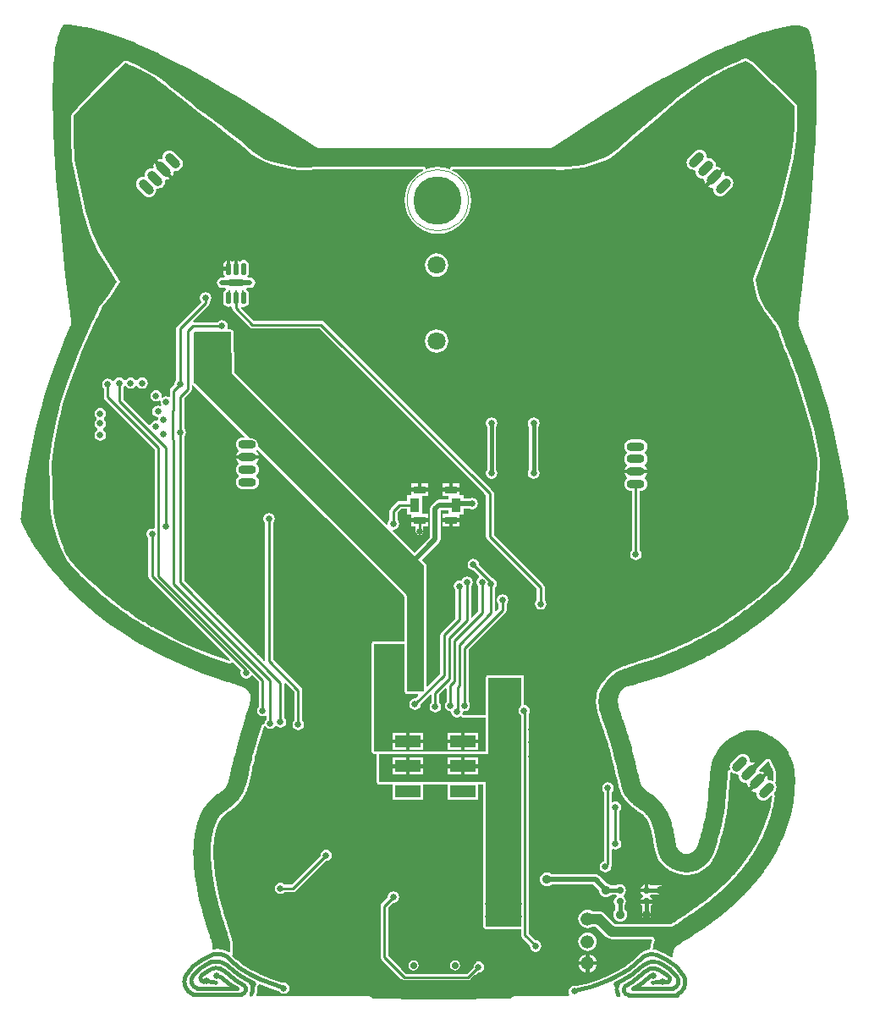
<source format=gtl>
G04 Layer_Physical_Order=1*
G04 Layer_Color=255*
%FSAX24Y24*%
%MOIN*%
G70*
G01*
G75*
%ADD10C,0.0010*%
%ADD11C,0.0150*%
%ADD12R,0.0984X0.0472*%
%ADD13R,0.0985X0.0470*%
%ADD14C,0.0276*%
%ADD15R,0.0374X0.0551*%
%ADD16R,0.0453X0.0295*%
%ADD17O,0.0098X0.0197*%
%ADD18R,0.0532X0.0256*%
%ADD19C,0.0100*%
%ADD20C,0.0400*%
%ADD21C,0.0200*%
%ADD22O,0.0200X0.0500*%
%ADD23C,0.0709*%
%ADD24C,0.0524*%
%ADD25O,0.0600X0.0200*%
%ADD26O,0.0700X0.0350*%
G04:AMPARAMS|DCode=27|XSize=70mil|YSize=35mil|CornerRadius=0mil|HoleSize=0mil|Usage=FLASHONLY|Rotation=45.000|XOffset=0mil|YOffset=0mil|HoleType=Round|Shape=Round|*
%AMOVALD27*
21,1,0.0350,0.0350,0.0000,0.0000,45.0*
1,1,0.0350,-0.0124,-0.0124*
1,1,0.0350,0.0124,0.0124*
%
%ADD27OVALD27*%

G04:AMPARAMS|DCode=28|XSize=70mil|YSize=35mil|CornerRadius=0mil|HoleSize=0mil|Usage=FLASHONLY|Rotation=135.000|XOffset=0mil|YOffset=0mil|HoleType=Round|Shape=Round|*
%AMOVALD28*
21,1,0.0350,0.0350,0.0000,0.0000,135.0*
1,1,0.0350,0.0124,-0.0124*
1,1,0.0350,-0.0124,0.0124*
%
%ADD28OVALD28*%

%ADD29C,0.0250*%
%ADD30C,0.1900*%
%ADD31C,0.0350*%
%ADD32C,0.0300*%
G36*
X028098Y024326D02*
X028098D01*
Y022450D01*
X028106Y022411D01*
X028128Y022378D01*
X028161Y022356D01*
X028200Y022348D01*
X028616D01*
X028636Y022302D01*
X028511Y022177D01*
X028500Y022179D01*
X028412Y022162D01*
X028338Y022112D01*
X028288Y022038D01*
X028271Y021950D01*
X028288Y021862D01*
X028338Y021788D01*
X028412Y021738D01*
X028500Y021721D01*
X028588Y021738D01*
X028662Y021788D01*
X028712Y021862D01*
X028729Y021950D01*
X028727Y021961D01*
X029101Y022335D01*
X029147Y022315D01*
Y022018D01*
X029138Y022012D01*
X029088Y021938D01*
X029071Y021850D01*
X029088Y021762D01*
X029138Y021688D01*
X029212Y021638D01*
X029300Y021621D01*
X029388Y021638D01*
X029462Y021688D01*
X029512Y021762D01*
X029529Y021850D01*
X029512Y021938D01*
X029462Y022012D01*
X029453Y022018D01*
Y022337D01*
X029701Y022585D01*
X029747Y022565D01*
Y022068D01*
X029738Y022062D01*
X029688Y021988D01*
X029671Y021900D01*
X029688Y021812D01*
X029738Y021738D01*
X029812Y021688D01*
X029900Y021671D01*
X029921Y021650D01*
X029938Y021562D01*
X029988Y021488D01*
X030062Y021438D01*
X030150Y021421D01*
X030184Y021427D01*
D01*
X030238Y021438D01*
X030299Y021479D01*
X030308Y021477D01*
X030316Y021467D01*
X030323Y021457D01*
X030330Y021453D01*
X030335Y021447D01*
X030346Y021442D01*
X030356Y021435D01*
X030364Y021434D01*
X030371Y021430D01*
X030383Y021430D01*
X030395Y021427D01*
X031286Y021427D01*
X031298D01*
Y020102D01*
X027100D01*
X027061Y020094D01*
X027048Y020085D01*
X027037Y020092D01*
X026998Y020100D01*
X026900D01*
Y020110D01*
Y024321D01*
Y024332D01*
X028098D01*
Y024326D01*
D02*
G37*
G36*
X021273Y034983D02*
X028850Y027406D01*
X028850Y022459D01*
X028841Y022450D01*
X028200D01*
X028200Y026225D01*
X025341Y029090D01*
X025043Y029375D01*
X022303Y032118D01*
X022315Y032176D01*
X022296Y032268D01*
X022244Y032346D01*
X022167Y032398D01*
X022075Y032416D01*
X022006D01*
X019800Y034623D01*
X019800Y036572D01*
X019835Y036607D01*
X021250Y036607D01*
X021273Y034983D01*
D02*
G37*
G36*
X032700Y021904D02*
X032638Y021862D01*
X032588Y021788D01*
X032571Y021700D01*
X032588Y021612D01*
X032638Y021538D01*
X032682Y021508D01*
Y013200D01*
X031300D01*
X031300Y018895D01*
X027100Y018895D01*
X027100Y020000D01*
X031400D01*
Y023000D01*
X032700D01*
Y021904D01*
D02*
G37*
G36*
X041534Y047289D02*
X041534Y047289D01*
X041535Y047288D01*
X041576Y047265D01*
X041596Y047253D01*
X041637Y047229D01*
X041678Y047205D01*
X041678Y047205D01*
X041699Y047193D01*
Y047193D01*
X041738Y047163D01*
X041739Y047162D01*
X043414Y045552D01*
X043448Y045520D01*
X043448Y045520D01*
X043448Y045520D01*
X043449Y045428D01*
X043451Y045245D01*
X043451Y045062D01*
X043449Y044879D01*
X043448Y044787D01*
X043420Y044182D01*
X043326Y043483D01*
X042893Y041693D01*
X042769Y041315D01*
X042509Y040563D01*
X042238Y039815D01*
X041957Y039071D01*
X041811Y038701D01*
X041890Y038311D01*
X041994Y037908D01*
X042207Y037509D01*
X042207Y037509D01*
X042207Y037509D01*
X042254Y037444D01*
X042351Y037316D01*
X042450Y037190D01*
X042551Y037064D01*
X042602Y037002D01*
X042602Y037002D01*
X042625Y036963D01*
X042670Y036885D01*
X042717Y036807D01*
X042765Y036730D01*
X042789Y036692D01*
X042798Y036672D01*
X042798Y036672D01*
X042800Y036667D01*
X042805Y036656D01*
X042809Y036645D01*
X042813Y036634D01*
X042814Y036628D01*
X042821Y036603D01*
X042821Y036603D01*
X042824Y036594D01*
X042830Y036575D01*
X042835Y036556D01*
X042841Y036538D01*
X042844Y036529D01*
X042860Y036479D01*
X042868Y036455D01*
X042876Y036430D01*
X042893Y036379D01*
X042912Y036327D01*
X042951Y036219D01*
X042993Y036107D01*
X042993Y036107D01*
X043007Y036070D01*
X043036Y035997D01*
X043065Y035923D01*
X043095Y035850D01*
X043110Y035814D01*
X043110Y035814D01*
X043138Y035746D01*
X043194Y035610D01*
X043248Y035474D01*
X043300Y035337D01*
X043326Y035268D01*
X043326Y035268D01*
X043353Y035197D01*
X043406Y035054D01*
X043457Y034910D01*
X043508Y034767D01*
X043532Y034695D01*
X043532Y034695D01*
X043662Y034312D01*
X043896Y033540D01*
X044104Y032760D01*
X044287Y031973D01*
X044365Y031577D01*
X044365Y031577D01*
X044354Y031355D01*
X044324Y030912D01*
X044283Y030470D01*
X044234Y030029D01*
X044204Y029809D01*
X044204Y029809D01*
X044147Y029606D01*
X044025Y029204D01*
X043897Y028804D01*
X043761Y028406D01*
X043690Y028209D01*
X043690Y028209D01*
X043637Y028096D01*
X043527Y027873D01*
X043415Y027650D01*
X043301Y027429D01*
X043242Y027319D01*
X043242Y027319D01*
X043166Y027231D01*
X043006Y027059D01*
X042841Y026894D01*
X042670Y026735D01*
X042581Y026658D01*
X042581Y026658D01*
X042463Y026548D01*
X042221Y026335D01*
X041972Y026130D01*
X041717Y025932D01*
X041587Y025837D01*
X041516Y025785D01*
X041442Y025732D01*
X041145Y025516D01*
X041078Y025467D01*
X041016Y025422D01*
X040914Y025348D01*
X040914Y025347D01*
X040860Y025308D01*
X040751Y025232D01*
X040641Y025157D01*
X040530Y025085D01*
X040473Y025050D01*
X040473Y025050D01*
X040444Y025031D01*
X040384Y024995D01*
X040324Y024959D01*
X040264Y024924D01*
X040234Y024906D01*
X040106Y024834D01*
X039971Y024761D01*
X039971Y024760D01*
X039935Y024741D01*
X039862Y024703D01*
X039789Y024665D01*
X039715Y024627D01*
X039679Y024609D01*
X039679Y024608D01*
X039676Y024607D01*
X039670Y024604D01*
X039665Y024602D01*
X039659Y024599D01*
X039657Y024597D01*
X039656Y024597D01*
X039543Y024537D01*
X039315Y024422D01*
X039085Y024312D01*
X038852Y024206D01*
X038735Y024155D01*
X038735Y024155D01*
X038617Y024104D01*
X038380Y024007D01*
X038141Y023913D01*
X037901Y023824D01*
X037780Y023782D01*
X037320Y023637D01*
X037096Y023570D01*
X037096Y023570D01*
X037070Y023562D01*
X037018Y023546D01*
X036967Y023530D01*
X036915Y023514D01*
X036889Y023505D01*
X036889Y023505D01*
X036865Y023497D01*
X036817Y023481D01*
X036770Y023464D01*
X036722Y023447D01*
X036698Y023438D01*
X036698Y023438D01*
X036676Y023429D01*
X036631Y023411D01*
X036587Y023392D01*
X036543Y023372D01*
X036521Y023362D01*
X036521Y023362D01*
X036457Y023330D01*
X036333Y023258D01*
X036217Y023175D01*
X036110Y023080D01*
X036059Y023029D01*
X036059Y023029D01*
X036041Y023010D01*
X036006Y022970D01*
X035972Y022928D01*
X035940Y022886D01*
X035924Y022865D01*
X035924Y022865D01*
X035888Y022812D01*
X035819Y022704D01*
X035756Y022593D01*
X035699Y022479D01*
X035672Y022421D01*
X035672Y022421D01*
X035669Y022407D01*
X035663Y022379D01*
X035658Y022350D01*
X035653Y022322D01*
X035651Y022307D01*
X035651Y022307D01*
X035649Y022294D01*
X035645Y022268D01*
X035642Y022242D01*
X035639Y022216D01*
X035637Y022203D01*
X035634Y022162D01*
X035631Y022079D01*
X035632Y021996D01*
X035639Y021914D01*
X035645Y021872D01*
X035645Y021872D01*
X035646Y021864D01*
X035649Y021847D01*
X035652Y021831D01*
X035655Y021814D01*
X035657Y021806D01*
X035657Y021806D01*
X035658Y021798D01*
X035661Y021783D01*
X035665Y021768D01*
X035668Y021752D01*
X035670Y021745D01*
X035697Y021632D01*
X035697Y021632D01*
X035705Y021599D01*
X035722Y021535D01*
X035740Y021470D01*
X035760Y021406D01*
X035770Y021374D01*
X035770Y021374D01*
X035776Y021356D01*
X035788Y021321D01*
X035800Y021285D01*
X035813Y021249D01*
X035819Y021232D01*
X035843Y021168D01*
X035866Y021109D01*
X035889Y021053D01*
X035929Y020952D01*
X035929Y020952D01*
X035931Y020947D01*
X035933Y020936D01*
X035935Y020926D01*
X035938Y020916D01*
X035939Y020911D01*
X035939Y020911D01*
X035943Y020895D01*
X035951Y020862D01*
X035961Y020830D01*
X035970Y020798D01*
X035976Y020782D01*
X035985Y020756D01*
X035993Y020732D01*
X036002Y020708D01*
X036018Y020662D01*
X036029Y020630D01*
X036040Y020599D01*
X036051Y020569D01*
X036061Y020540D01*
X036070Y020513D01*
X036079Y020488D01*
X036087Y020466D01*
X036093Y020445D01*
X036093Y020445D01*
X036095Y020441D01*
X036097Y020433D01*
X036100Y020426D01*
X036102Y020418D01*
X036103Y020414D01*
X036103Y020414D01*
X036105Y020408D01*
X036108Y020398D01*
X036111Y020388D01*
X036114Y020377D01*
X036116Y020372D01*
X036133Y020310D01*
X036154Y020232D01*
X036179Y020139D01*
X036265Y019807D01*
X036295Y019689D01*
X036352Y019459D01*
X036432Y019129D01*
X036479Y018940D01*
X036488Y018901D01*
X036496Y018869D01*
X036502Y018841D01*
X036508Y018816D01*
X036514Y018793D01*
X036519Y018769D01*
X036526Y018743D01*
X036534Y018712D01*
X036557Y018633D01*
X036557Y018633D01*
X036561Y018620D01*
X036568Y018596D01*
X036576Y018572D01*
X036583Y018548D01*
X036588Y018536D01*
X036588Y018536D01*
X036591Y018526D01*
X036598Y018505D01*
X036606Y018485D01*
X036614Y018465D01*
X036618Y018455D01*
X036618Y018455D01*
X036621Y018446D01*
X036628Y018429D01*
X036635Y018413D01*
X036643Y018396D01*
X036647Y018388D01*
X036647Y018388D01*
X036650Y018381D01*
X036657Y018367D01*
X036664Y018353D01*
X036672Y018339D01*
X036675Y018332D01*
X036675Y018332D01*
X036682Y018322D01*
X036694Y018301D01*
X036708Y018280D01*
X036722Y018260D01*
X036729Y018250D01*
X036729Y018250D01*
X036732Y018246D01*
X036739Y018239D01*
X036745Y018231D01*
X036751Y018223D01*
X036755Y018220D01*
X036755Y018219D01*
X036758Y018216D01*
X036763Y018210D01*
X036769Y018203D01*
X036775Y018197D01*
X036778Y018193D01*
X036778Y018193D01*
X036784Y018187D01*
X036795Y018176D01*
X036805Y018164D01*
X036816Y018153D01*
X036821Y018147D01*
X036840Y018124D01*
X036840Y018124D01*
X036849Y018114D01*
X036866Y018095D01*
X036876Y018084D01*
X036884Y018076D01*
X036884Y018076D01*
X036901Y018058D01*
X036907Y018051D01*
X036910Y018048D01*
X036910Y018048D01*
X036914Y018044D01*
X036922Y018037D01*
X036922Y018037D01*
X036930Y018029D01*
X036930Y018029D01*
X036938Y018021D01*
X036938Y018021D01*
X036942Y018017D01*
X036942Y018017D01*
X036945Y018014D01*
X036958Y018002D01*
X036989Y017974D01*
X036989Y017974D01*
X037004Y017961D01*
X037033Y017934D01*
X037064Y017909D01*
X037094Y017884D01*
X037105Y017875D01*
X037110Y017871D01*
X037110Y017871D01*
X037121Y017862D01*
X037144Y017845D01*
X037144Y017845D01*
X037146Y017843D01*
X037168Y017827D01*
X037191Y017810D01*
X037196Y017807D01*
X037196Y017807D01*
X037196Y017807D01*
X037201Y017803D01*
X037203Y017802D01*
X037215Y017793D01*
X037239Y017776D01*
X037240Y017776D01*
X037241Y017775D01*
X037264Y017759D01*
X037301Y017735D01*
X037331Y017715D01*
X037360Y017695D01*
X037366Y017691D01*
X037376Y017684D01*
X037399Y017667D01*
X037414Y017656D01*
X037443Y017633D01*
X037456Y017622D01*
X037467Y017613D01*
X037470Y017610D01*
X037507Y017576D01*
X037526Y017559D01*
X037560Y017522D01*
X037592Y017483D01*
X037607Y017463D01*
X037606Y017463D01*
X037614Y017452D01*
X037629Y017430D01*
X037644Y017408D01*
X037657Y017386D01*
X037664Y017374D01*
X037664Y017374D01*
X037671Y017361D01*
X037685Y017336D01*
X037697Y017311D01*
X037710Y017285D01*
X037715Y017271D01*
X037715Y017271D01*
X037722Y017257D01*
X037734Y017227D01*
X037745Y017197D01*
X037756Y017167D01*
X037761Y017152D01*
X037761Y017152D01*
X037767Y017135D01*
X037778Y017100D01*
X037788Y017065D01*
X037798Y017031D01*
X037802Y017013D01*
X037802Y017013D01*
X037813Y016970D01*
X037833Y016884D01*
X037850Y016797D01*
X037866Y016710D01*
X037873Y016666D01*
X037879Y016630D01*
X037890Y016561D01*
X037901Y016495D01*
X037913Y016432D01*
X037930Y016344D01*
X037932Y016330D01*
X037935Y016317D01*
X037938Y016303D01*
X037941Y016290D01*
X037941Y016290D01*
X037943Y016279D01*
X037948Y016258D01*
X037952Y016237D01*
X037957Y016216D01*
X037960Y016205D01*
X037962Y016197D01*
X037964Y016189D01*
X037966Y016181D01*
X037966Y016181D01*
X037966Y016178D01*
X037968Y016171D01*
X037970Y016164D01*
X037972Y016157D01*
X037973Y016153D01*
X037976Y016142D01*
X037979Y016130D01*
X037988Y016103D01*
X037990Y016095D01*
X037993Y016087D01*
X037993Y016087D01*
X037994Y016081D01*
X037998Y016071D01*
X038001Y016061D01*
X038005Y016051D01*
X038006Y016046D01*
X038011Y016034D01*
X038016Y016020D01*
X038016Y016020D01*
X038018Y016016D01*
X038021Y016008D01*
X038024Y016000D01*
X038028Y015992D01*
X038029Y015988D01*
X038029Y015987D01*
X038030Y015985D01*
X038032Y015981D01*
X038033Y015976D01*
X038035Y015972D01*
X038035Y015969D01*
X038035Y015969D01*
X038036Y015967D01*
X038037Y015962D01*
X038038Y015957D01*
X038039Y015952D01*
X038040Y015950D01*
X038040Y015950D01*
X038041Y015944D01*
X038044Y015931D01*
X038048Y015919D01*
X038052Y015907D01*
X038054Y015901D01*
X038054Y015901D01*
X038055Y015897D01*
X038059Y015889D01*
X038062Y015881D01*
X038066Y015874D01*
X038068Y015870D01*
X038068Y015870D01*
X038070Y015865D01*
X038075Y015855D01*
X038081Y015846D01*
X038086Y015836D01*
X038089Y015832D01*
X038089Y015831D01*
X038093Y015826D01*
X038101Y015814D01*
X038109Y015802D01*
X038117Y015791D01*
X038121Y015785D01*
X038121Y015785D01*
X038126Y015778D01*
X038137Y015764D01*
X038148Y015751D01*
X038159Y015737D01*
X038164Y015730D01*
X038164Y015730D01*
X038180Y015712D01*
X038213Y015675D01*
X038246Y015640D01*
X038280Y015605D01*
X038297Y015587D01*
X038297Y015587D01*
X038305Y015579D01*
X038321Y015564D01*
X038338Y015549D01*
X038339Y015549D01*
X038356Y015534D01*
X038361Y015530D01*
X038364Y015527D01*
X038374Y015520D01*
X038374Y015520D01*
X038394Y015505D01*
X038394Y015505D01*
X038401Y015499D01*
X038414Y015490D01*
X038414Y015490D01*
X038434Y015476D01*
X038441Y015472D01*
X038444Y015469D01*
X038444Y015469D01*
X038444D01*
X038455Y015462D01*
X038477Y015448D01*
X038478Y015448D01*
X038484Y015444D01*
X038500Y015434D01*
X038523Y015421D01*
X038535Y015414D01*
X038535Y015414D01*
X038559Y015401D01*
X038610Y015375D01*
X038661Y015352D01*
X038695Y015337D01*
X038713Y015330D01*
X038736Y015321D01*
X038739Y015320D01*
X038739Y015320D01*
X038739Y015320D01*
X038766Y015310D01*
X038783Y015304D01*
X038821Y015291D01*
X038877Y015275D01*
X038917Y015264D01*
X038934Y015260D01*
X038960Y015254D01*
X038962Y015254D01*
Y015254D01*
X038962D01*
X038976Y015251D01*
X039004Y015246D01*
X039004Y015245D01*
X039008Y015245D01*
X039028Y015241D01*
X039033Y015241D01*
X039033Y015241D01*
X039061Y015237D01*
X039074Y015235D01*
X039075Y015235D01*
Y015235D01*
X039076D01*
X039103Y015232D01*
X039123Y015230D01*
X039159Y015228D01*
X039214Y015227D01*
X039247Y015228D01*
X039248Y015228D01*
X039248Y015228D01*
X039270Y015229D01*
X039297Y015231D01*
Y015231D01*
X039299Y015231D01*
X039310Y015233D01*
X039335Y015236D01*
X039336Y015236D01*
X039345Y015237D01*
X039361Y015239D01*
X039362Y015239D01*
X039387Y015243D01*
X039400Y015245D01*
X039400D01*
X039400Y015246D01*
X039458Y015257D01*
X039572Y015288D01*
X039683Y015332D01*
X039788Y015386D01*
X039839Y015418D01*
X039839D01*
X039856Y015429D01*
X039857Y015430D01*
X039869Y015438D01*
X039874Y015442D01*
X039881Y015447D01*
X039887Y015451D01*
X039887D01*
X039895Y015457D01*
X039897Y015459D01*
X039917Y015474D01*
X039918Y015474D01*
X039924Y015480D01*
X039938Y015490D01*
X039938Y015490D01*
X039957Y015506D01*
X039967Y015515D01*
X039967D01*
X039991Y015535D01*
X039991Y015535D01*
X039999Y015542D01*
X040007Y015549D01*
X040007Y015549D01*
X040023Y015563D01*
X040031Y015570D01*
X040031D01*
X040050Y015588D01*
X040051Y015588D01*
X040064Y015601D01*
X040064Y015601D01*
X040077Y015613D01*
X040083Y015619D01*
X040083Y015619D01*
X040099Y015636D01*
X040100Y015636D01*
X040110Y015647D01*
X040114Y015651D01*
X040121Y015658D01*
X040126Y015664D01*
X040126Y015664D01*
X040139Y015679D01*
X040139Y015679D01*
X040148Y015689D01*
X040157Y015699D01*
X040161Y015704D01*
X040161Y015704D01*
X040161Y015704D01*
X040165Y015710D01*
X040167Y015712D01*
X040180Y015729D01*
X040180Y015729D01*
X040186Y015738D01*
X040192Y015746D01*
X040192Y015746D01*
X040204Y015764D01*
X040210Y015773D01*
X040210D01*
X040216Y015784D01*
X040221Y015791D01*
X040221Y015791D01*
X040225Y015798D01*
X040227Y015802D01*
X040227Y015802D01*
X040235Y015816D01*
X040266Y015874D01*
X040281Y015902D01*
X040281Y015902D01*
X040281Y015902D01*
X040286Y015912D01*
X040287Y015912D01*
X040290Y015918D01*
X040290Y015919D01*
X040297Y015932D01*
X040297Y015932D01*
X040297Y015932D01*
X040302Y015941D01*
X040302Y015941D01*
X040302Y015941D01*
X040303Y015942D01*
X040307Y015951D01*
X040307Y015951D01*
X040310Y015956D01*
X040315Y015965D01*
X040317Y015970D01*
X040332Y016000D01*
X040332Y016000D01*
X040336Y016010D01*
X040346Y016030D01*
X040359Y016061D01*
X040365Y016077D01*
X040371Y016092D01*
X040374Y016099D01*
X040375Y016102D01*
X040375Y016102D01*
X040384Y016127D01*
X040402Y016175D01*
X040419Y016225D01*
X040419D01*
X040432Y016262D01*
X040441Y016287D01*
X040449Y016312D01*
X040453Y016324D01*
X040469Y016375D01*
X040485Y016426D01*
X040501Y016478D01*
X040516Y016530D01*
X040531Y016584D01*
X040561Y016694D01*
X040592Y016809D01*
X040592D01*
X040603Y016854D01*
X040614Y016896D01*
X040629Y016954D01*
X040639Y016996D01*
X040643Y017013D01*
X040650Y017042D01*
X040661Y017089D01*
X040671Y017132D01*
X040685Y017191D01*
X040698Y017251D01*
X040705Y017281D01*
X040730Y017401D01*
X040753Y017521D01*
X040753D01*
X040761Y017566D01*
X040766Y017594D01*
X040766Y017596D01*
X040766Y017596D01*
X040771Y017626D01*
X040774Y017641D01*
X040788Y017729D01*
X040796Y017788D01*
X040804Y017847D01*
X040808Y017877D01*
X040818Y017960D01*
X040828Y018051D01*
X040838Y018149D01*
X040847Y018251D01*
X040847Y018251D01*
X040847Y018251D01*
X040854Y018331D01*
X040868Y018492D01*
X040881Y018653D01*
X040892Y018814D01*
X040897Y018895D01*
X040904Y019004D01*
X040911Y019094D01*
X040914Y019122D01*
X040914Y019128D01*
X040918Y019175D01*
X040921Y019201D01*
X040925Y019238D01*
X040926Y019243D01*
X040929Y019265D01*
X040953Y019279D01*
X040958Y019280D01*
X040974Y019281D01*
X040980Y019280D01*
X041038Y019236D01*
X041104Y019208D01*
X041176Y019199D01*
X041206Y019203D01*
X041251Y019158D01*
X041247Y019128D01*
X041256Y019056D01*
X041284Y018990D01*
X041328Y018932D01*
X041386Y018888D01*
X041452Y018860D01*
X041524Y018851D01*
X041554Y018855D01*
X041599Y018810D01*
X041595Y018780D01*
X041604Y018708D01*
X041631Y018645D01*
X041943Y018957D01*
X042255Y019269D01*
X042192Y019296D01*
X042120Y019305D01*
X042090Y019301D01*
X042045Y019346D01*
X042047Y019363D01*
X042376Y019691D01*
X042394Y019695D01*
X042437Y019682D01*
X042439Y019680D01*
X042456Y019648D01*
X042472Y019616D01*
X042488Y019583D01*
X042496Y019567D01*
X042532Y019491D01*
X042532Y019491D01*
X042536Y019483D01*
X042544Y019467D01*
X042551Y019450D01*
X042558Y019434D01*
X042562Y019426D01*
X042562Y019426D01*
X042565Y019419D01*
X042571Y019404D01*
X042577Y019390D01*
X042583Y019375D01*
X042585Y019367D01*
X042585Y019367D01*
X042587Y019360D01*
X042592Y019346D01*
X042597Y019332D01*
X042601Y019318D01*
X042602Y019311D01*
X042602Y019311D01*
X042604Y019304D01*
X042608Y019289D01*
X042611Y019274D01*
X042613Y019260D01*
X042614Y019252D01*
X042614Y019252D01*
X042615Y019244D01*
X042618Y019227D01*
X042620Y019211D01*
X042621Y019195D01*
X042622Y019186D01*
X042621Y019186D01*
X042622Y019176D01*
X042623Y019157D01*
X042624Y019138D01*
X042624Y019119D01*
X042624Y019109D01*
X042624Y019109D01*
X042624Y019106D01*
X042625Y019100D01*
X042625Y019094D01*
X042625Y019088D01*
X042625Y019085D01*
X042624Y019084D01*
X042624Y019076D01*
X042624Y019059D01*
X042624Y019041D01*
X042624Y019024D01*
X042624Y019016D01*
X042623Y019015D01*
X042623Y018984D01*
X042622Y018968D01*
X042571Y018935D01*
X042539Y018948D01*
X042468Y018957D01*
X042438Y018953D01*
X042393Y018998D01*
X042397Y019028D01*
X042388Y019100D01*
X042361Y019163D01*
X042049Y018851D01*
X041737Y018539D01*
X041800Y018512D01*
X041872Y018503D01*
X041902Y018507D01*
X041947Y018462D01*
X041943Y018432D01*
X041952Y018361D01*
X041980Y018294D01*
X042024Y018236D01*
X042082Y018192D01*
X042148Y018164D01*
X042220Y018155D01*
X042292Y018164D01*
X042359Y018192D01*
X042416Y018236D01*
X042528Y018348D01*
X042573Y018326D01*
X042565Y018256D01*
X042503Y017922D01*
X042418Y017593D01*
X042365Y017431D01*
X042365Y017431D01*
X042324Y017305D01*
X042229Y017057D01*
X042122Y016814D01*
X042005Y016576D01*
X041940Y016460D01*
X041940Y016460D01*
X041871Y016337D01*
X041723Y016096D01*
X041564Y015862D01*
X041395Y015635D01*
X041306Y015526D01*
X041306Y015526D01*
X041296Y015513D01*
X041276Y015489D01*
X041255Y015464D01*
X041234Y015440D01*
X041223Y015428D01*
X041223Y015428D01*
X041210Y015413D01*
X041185Y015385D01*
X041159Y015356D01*
X041134Y015328D01*
X041121Y015314D01*
X041120Y015314D01*
X041106Y015298D01*
X041076Y015267D01*
X041047Y015235D01*
X041017Y015204D01*
X041002Y015188D01*
X041002Y015188D01*
X040951Y015136D01*
X040849Y015031D01*
X040745Y014928D01*
X040640Y014826D01*
X040587Y014776D01*
X040440Y014638D01*
X040440Y014638D01*
X040422Y014622D01*
X040385Y014589D01*
X040349Y014556D01*
X040313Y014523D01*
X040295Y014507D01*
X040294Y014507D01*
X040261Y014477D01*
X040194Y014419D01*
X040126Y014361D01*
X040058Y014304D01*
X040023Y014276D01*
X040023Y014276D01*
X040009Y014265D01*
X039979Y014242D01*
X039950Y014219D01*
X039921Y014196D01*
X039906Y014185D01*
X039760Y014078D01*
X039595Y013959D01*
X039595Y013959D01*
X039528Y013912D01*
X039395Y013819D01*
X039261Y013726D01*
X039127Y013634D01*
X039059Y013589D01*
X038895Y013479D01*
X038751Y013385D01*
X038751Y013385D01*
X038727Y013369D01*
X038680Y013339D01*
X038632Y013309D01*
X038621Y013303D01*
X036375D01*
X035964Y013714D01*
X035901Y013762D01*
X035828Y013792D01*
X035750Y013803D01*
X035500D01*
X035482Y013816D01*
X035394Y013852D01*
X035300Y013865D01*
X035206Y013852D01*
X035118Y013816D01*
X035042Y013758D01*
X034984Y013682D01*
X034948Y013594D01*
X034935Y013500D01*
X034948Y013406D01*
X034984Y013318D01*
X035042Y013242D01*
X035118Y013184D01*
X035206Y013147D01*
X035300Y013135D01*
X035394Y013147D01*
X035482Y013184D01*
X035500Y013197D01*
X035625D01*
X036036Y012786D01*
X036099Y012738D01*
X036172Y012708D01*
X036250Y012697D01*
X036250Y012697D01*
X037811D01*
X037824Y012688D01*
X037830Y012680D01*
X037843Y012647D01*
X037841Y012645D01*
X037831Y012620D01*
X037821Y012594D01*
X037813Y012569D01*
X037809Y012556D01*
X037809Y012556D01*
X037804Y012540D01*
X037795Y012507D01*
X037788Y012475D01*
X037781Y012442D01*
X037778Y012425D01*
X037778Y012425D01*
X037771Y012379D01*
X037761Y012287D01*
X037760Y012279D01*
X037679Y012271D01*
X037531Y012226D01*
X037457Y012186D01*
X037443Y012179D01*
X037439Y012178D01*
X037413Y012163D01*
X037382Y012140D01*
X037382Y012140D01*
X037381Y012139D01*
X037347Y012105D01*
X037105Y011881D01*
X037104Y011881D01*
X037104D01*
X037039Y011821D01*
X036821Y011649D01*
X036743Y011593D01*
X036540Y011481D01*
X036508Y011464D01*
X036504Y011463D01*
X036480Y011451D01*
X036452Y011435D01*
X036251Y011324D01*
X036142Y011279D01*
X036104Y011263D01*
X036098Y011257D01*
X036053Y011235D01*
X035654Y011070D01*
X035219Y010933D01*
X034856Y010852D01*
X034770Y010869D01*
X034682Y010852D01*
X034608Y010802D01*
X034558Y010728D01*
X034541Y010640D01*
X034558Y010552D01*
X034590Y010505D01*
X034563Y010455D01*
X032500Y010453D01*
X032408Y010441D01*
X032323Y010406D01*
X032257Y010355D01*
X030910D01*
Y010314D01*
X027960D01*
Y010355D01*
X026843D01*
X026777Y010406D01*
X026691Y010441D01*
X026600Y010453D01*
X025107Y010453D01*
X023740Y010455D01*
X022524Y010457D01*
X022270Y010458D01*
X022242Y010500D01*
X022281Y010594D01*
X022301Y010744D01*
X022288Y010843D01*
X022316Y010885D01*
X022319Y010902D01*
X022376Y010931D01*
X022564Y010844D01*
X022975Y010693D01*
X023143Y010645D01*
X023168Y010608D01*
X023242Y010558D01*
X023330Y010541D01*
X023418Y010558D01*
X023492Y010608D01*
X023542Y010682D01*
X023559Y010770D01*
X023542Y010858D01*
X023492Y010932D01*
X023418Y010982D01*
X023330Y010999D01*
X023248Y010983D01*
X022912Y011089D01*
X022513Y011254D01*
X022469Y011276D01*
X022462Y011282D01*
X022424Y011298D01*
X022315Y011343D01*
X022114Y011454D01*
X022086Y011470D01*
X022062Y011482D01*
X022059Y011483D01*
X022026Y011500D01*
X021823Y011612D01*
X021745Y011667D01*
X021527Y011839D01*
X021462Y011899D01*
X021462D01*
X021461Y011899D01*
X021295Y012054D01*
X021299Y012070D01*
X021304Y012095D01*
X021308Y012120D01*
X021310Y012132D01*
X021314Y012161D01*
X021321Y012218D01*
X021325Y012276D01*
X021327Y012325D01*
X021327Y012335D01*
X021327Y012335D01*
X021327Y012364D01*
X021327Y012365D01*
Y012365D01*
X021328Y012368D01*
X021328Y012368D01*
X021328Y012370D01*
X021327Y012373D01*
X021327Y012374D01*
X021327Y012374D01*
X021327Y012374D01*
X021327Y012382D01*
X021327Y012399D01*
X021327Y012415D01*
X021327Y012431D01*
X021327Y012439D01*
X021327Y012446D01*
X021326Y012459D01*
X021326Y012472D01*
X021325Y012485D01*
X021325Y012486D01*
X021325Y012486D01*
X021325Y012492D01*
X021325Y012498D01*
X021325Y012498D01*
X021324Y012508D01*
X021324Y012508D01*
X021324Y012518D01*
X021324Y012519D01*
X021323Y012529D01*
X021322Y012534D01*
X021322Y012538D01*
X021321Y012546D01*
X021321Y012546D01*
X021321Y012554D01*
X021321Y012554D01*
X021320Y012562D01*
X021320Y012562D01*
X021319Y012565D01*
X021319Y012569D01*
X021318Y012574D01*
X021318Y012575D01*
X021317Y012581D01*
X021317Y012582D01*
X021316Y012586D01*
X021316Y012587D01*
X021315Y012589D01*
X021315Y012593D01*
X021315Y012593D01*
X021313Y012601D01*
X021313Y012601D01*
X021311Y012609D01*
X021311Y012609D01*
X021308Y012616D01*
X021308Y012617D01*
X021302Y012636D01*
X021294Y012664D01*
X021293Y012668D01*
X021290Y012679D01*
X021290Y012680D01*
X021288Y012691D01*
X021288Y012691D01*
X021285Y012703D01*
X021285Y012703D01*
X021283Y012709D01*
X021281Y012717D01*
X021279Y012725D01*
X021275Y012740D01*
X021271Y012755D01*
X021263Y012785D01*
X021258Y012800D01*
X021254Y012814D01*
X021250Y012829D01*
X021246Y012844D01*
X021241Y012858D01*
X021232Y012889D01*
X021222Y012921D01*
X021202Y012987D01*
X021179Y013057D01*
X021118Y013243D01*
X021097Y013307D01*
X021073Y013380D01*
X021047Y013462D01*
X020967Y013728D01*
X020941Y013816D01*
X020917Y013899D01*
X020917Y013899D01*
X020904Y013944D01*
X020902Y013953D01*
X020892Y013989D01*
X020882Y014025D01*
X020877Y014043D01*
X020866Y014085D01*
X020844Y014169D01*
X020823Y014254D01*
X020802Y014339D01*
X020792Y014382D01*
X020792D01*
X020783Y014422D01*
X020765Y014503D01*
X020747Y014583D01*
X020730Y014664D01*
X020722Y014705D01*
X020714Y014743D01*
X020699Y014820D01*
X020685Y014897D01*
X020671Y014974D01*
X020664Y015013D01*
X020658Y015049D01*
X020647Y015122D01*
X020635Y015195D01*
X020625Y015267D01*
X020620Y015304D01*
X020616Y015338D01*
X020607Y015407D01*
X020599Y015476D01*
X020592Y015544D01*
X020588Y015579D01*
X020585Y015611D01*
X020580Y015675D01*
X020575Y015740D01*
X020571Y015804D01*
X020569Y015837D01*
X020567Y015867D01*
X020564Y015927D01*
X020562Y015987D01*
X020561Y016047D01*
X020560Y016077D01*
X020560Y016105D01*
X020560Y016161D01*
X020561Y016217D01*
X020562Y016251D01*
X020563Y016300D01*
X020563Y016300D01*
X020563D01*
X020565Y016349D01*
X020571Y016447D01*
X020580Y016545D01*
X020592Y016642D01*
X020599Y016691D01*
X020602Y016712D01*
X020609Y016754D01*
X020617Y016796D01*
X020625Y016837D01*
X020629Y016858D01*
X020633Y016877D01*
X020641Y016914D01*
X020650Y016951D01*
X020653Y016961D01*
X020664Y017006D01*
X020677Y017051D01*
X020678Y017056D01*
X020689Y017089D01*
X020699Y017121D01*
X020705Y017138D01*
X020710Y017152D01*
X020721Y017182D01*
X020733Y017211D01*
X020745Y017240D01*
X020751Y017254D01*
X020763Y017280D01*
X020788Y017330D01*
X020816Y017378D01*
X020846Y017425D01*
X020862Y017448D01*
X020877Y017469D01*
X020910Y017510D01*
X020944Y017548D01*
X020980Y017585D01*
X020999Y017603D01*
X021018Y017621D01*
X021058Y017655D01*
X021099Y017687D01*
X021142Y017718D01*
X021163Y017732D01*
X021165Y017734D01*
X021169Y017736D01*
X021172Y017738D01*
X021176Y017741D01*
X021178Y017742D01*
X021212Y017763D01*
X021212Y017763D01*
X021221Y017769D01*
X021239Y017780D01*
X021239Y017781D01*
X021256Y017792D01*
X021274Y017804D01*
X021282Y017810D01*
X021286Y017813D01*
X021294Y017818D01*
X021301Y017824D01*
X021308Y017829D01*
X021312Y017832D01*
X021316Y017835D01*
X021325Y017842D01*
X021333Y017848D01*
X021341Y017855D01*
X021345Y017858D01*
X021355Y017866D01*
X021375Y017882D01*
X021395Y017898D01*
X021414Y017915D01*
X021424Y017923D01*
X021430Y017928D01*
X021441Y017938D01*
X021452Y017948D01*
X021463Y017959D01*
X021469Y017964D01*
X021475Y017970D01*
X021486Y017981D01*
X021486Y017981D01*
X021498Y017993D01*
X021498Y017993D01*
X021509Y018005D01*
X021515Y018011D01*
X021521Y018017D01*
X021532Y018029D01*
X021532Y018030D01*
X021544Y018042D01*
X021544Y018043D01*
X021548Y018047D01*
X021555Y018056D01*
X021561Y018062D01*
X021573Y018076D01*
X021596Y018104D01*
X021619Y018132D01*
X021641Y018161D01*
X021652Y018175D01*
X021663Y018190D01*
X021684Y018220D01*
X021705Y018250D01*
X021725Y018280D01*
X021735Y018296D01*
X021735D01*
X021740Y018303D01*
X021749Y018317D01*
X021749Y018318D01*
X021758Y018333D01*
X021758Y018333D01*
X021760Y018335D01*
X021760Y018335D01*
X021760Y018336D01*
X021767Y018348D01*
X021772Y018356D01*
X021780Y018370D01*
X021796Y018398D01*
X021811Y018427D01*
X021825Y018456D01*
X021832Y018471D01*
X021832Y018471D01*
X021838Y018484D01*
X021849Y018510D01*
X021849Y018510D01*
X021851Y018513D01*
X021861Y018536D01*
X021871Y018563D01*
X021877Y018576D01*
X021890Y018609D01*
X021915Y018675D01*
X021938Y018742D01*
X021959Y018810D01*
X021968Y018844D01*
X021971Y018855D01*
X021977Y018875D01*
X021982Y018896D01*
X021987Y018917D01*
X021989Y018927D01*
X021989Y018927D01*
X021992Y018938D01*
X021997Y018959D01*
X022002Y018980D01*
X022006Y019001D01*
X022008Y019011D01*
X022046Y019194D01*
X022046D01*
X022055Y019240D01*
X022062Y019276D01*
X022074Y019330D01*
X022086Y019385D01*
X022093Y019412D01*
X022130Y019571D01*
X022130Y019571D01*
X022130Y019571D01*
X022143Y019628D01*
X022171Y019742D01*
X022200Y019855D01*
X022229Y019969D01*
X022244Y020025D01*
X022288Y020182D01*
X022335Y020348D01*
X022388Y020527D01*
X022447Y020722D01*
X022555Y021072D01*
X022610Y021079D01*
X022638Y021038D01*
X022712Y020988D01*
X022800Y020971D01*
X022888Y020988D01*
X022962Y021038D01*
X022987Y021074D01*
X023038Y021088D01*
X023112Y021038D01*
X023200Y021021D01*
X023288Y021038D01*
X023362Y021088D01*
X023412Y021162D01*
X023429Y021250D01*
X023412Y021338D01*
X023362Y021412D01*
X023353Y021418D01*
Y022760D01*
X023403Y022781D01*
X023747Y022437D01*
Y021318D01*
X023738Y021312D01*
X023688Y021238D01*
X023671Y021150D01*
X023688Y021062D01*
X023738Y020988D01*
X023812Y020938D01*
X023900Y020921D01*
X023988Y020938D01*
X024062Y020988D01*
X024112Y021062D01*
X024129Y021150D01*
X024112Y021238D01*
X024062Y021312D01*
X024053Y021318D01*
Y022500D01*
X024041Y022559D01*
X024008Y022608D01*
X022903Y023713D01*
Y029082D01*
X022912Y029088D01*
X022962Y029162D01*
X022979Y029250D01*
X022962Y029338D01*
X022912Y029412D01*
X022838Y029462D01*
X022750Y029479D01*
X022662Y029462D01*
X022588Y029412D01*
X022538Y029338D01*
X022521Y029250D01*
X022538Y029162D01*
X022588Y029088D01*
X022597Y029082D01*
Y023690D01*
X022547Y023669D01*
X019403Y026813D01*
Y032482D01*
X019412Y032488D01*
X019462Y032562D01*
X019479Y032650D01*
X019462Y032738D01*
X019412Y032812D01*
X019403Y032818D01*
Y033987D01*
X019658Y034242D01*
X019691Y034291D01*
X019703Y034350D01*
Y034506D01*
X019753Y034526D01*
X021777Y032500D01*
X021758Y032454D01*
X021725D01*
X021653Y032444D01*
X021586Y032417D01*
X021529Y032373D01*
X021485Y032315D01*
X021457Y032248D01*
X021448Y032176D01*
X021457Y032105D01*
X021485Y032038D01*
X021529Y031980D01*
X021553Y031962D01*
Y031899D01*
X021529Y031880D01*
X021485Y031823D01*
X021458Y031759D01*
X021900D01*
X022342D01*
X022315Y031823D01*
X022271Y031880D01*
X022247Y031899D01*
Y031962D01*
X022271Y031980D01*
X022295Y031982D01*
X024971Y029303D01*
X024972Y029303D01*
X024973Y029302D01*
X025270Y029017D01*
X028098Y026183D01*
Y024483D01*
X028091Y024433D01*
X026900D01*
X026861Y024426D01*
X026828Y024404D01*
X026806Y024371D01*
X026798Y024332D01*
Y020100D01*
X026806Y020061D01*
X026828Y020028D01*
X026861Y020006D01*
X026900Y019998D01*
X026998D01*
X026998Y018895D01*
X027006Y018856D01*
X027028Y018823D01*
X027061Y018801D01*
X027100Y018793D01*
X027635D01*
Y018191D01*
X028820D01*
Y018793D01*
X029801D01*
Y018190D01*
X030985D01*
Y018793D01*
X031198D01*
X031198Y014203D01*
X031188Y014188D01*
X031171Y014100D01*
X031188Y014012D01*
X031198Y013997D01*
Y013703D01*
X031188Y013688D01*
X031171Y013600D01*
X031188Y013512D01*
X031198Y013497D01*
Y013200D01*
X031206Y013161D01*
X031228Y013128D01*
X031261Y013106D01*
X031300Y013098D01*
X032682D01*
Y012865D01*
X032694Y012806D01*
X032727Y012757D01*
X033028Y012455D01*
X033024Y012432D01*
X033041Y012344D01*
X033091Y012269D01*
X033165Y012220D01*
X033253Y012202D01*
X033341Y012220D01*
X033415Y012269D01*
X033465Y012344D01*
X033482Y012432D01*
X033465Y012519D01*
X033415Y012594D01*
X033341Y012644D01*
X033256Y012660D01*
X032988Y012928D01*
Y021576D01*
X033012Y021612D01*
X033029Y021700D01*
X033012Y021788D01*
X032962Y021862D01*
X032888Y021912D01*
X032802Y021929D01*
Y023000D01*
X032794Y023039D01*
X032772Y023072D01*
X032739Y023094D01*
X032700Y023102D01*
X031400D01*
X031361Y023094D01*
X031328Y023072D01*
X031306Y023039D01*
X031298Y023000D01*
Y021529D01*
X030395Y021529D01*
X030365Y021579D01*
X030376Y021634D01*
X030421Y021676D01*
X030450Y021671D01*
X030538Y021688D01*
X030612Y021738D01*
X030662Y021812D01*
X030679Y021900D01*
X030662Y021988D01*
X030612Y022062D01*
X030603Y022068D01*
Y024087D01*
X032058Y025542D01*
X032091Y025591D01*
X032103Y025650D01*
Y025882D01*
X032112Y025888D01*
X032162Y025962D01*
X032179Y026050D01*
X032162Y026138D01*
X032112Y026212D01*
X032038Y026262D01*
X031950Y026279D01*
X031862Y026262D01*
X031788Y026212D01*
X031738Y026138D01*
X031721Y026050D01*
X031738Y025962D01*
X031788Y025888D01*
X031797Y025882D01*
Y025713D01*
X031699Y025615D01*
X031653Y025635D01*
Y026532D01*
X031662Y026538D01*
X031712Y026612D01*
X031729Y026700D01*
X031712Y026788D01*
X031662Y026862D01*
X031588Y026912D01*
X031546Y026920D01*
X031027Y027439D01*
X031029Y027450D01*
X031012Y027538D01*
X030962Y027612D01*
X030888Y027662D01*
X030800Y027679D01*
X030712Y027662D01*
X030638Y027612D01*
X030588Y027538D01*
X030571Y027450D01*
X030588Y027362D01*
X030638Y027288D01*
X030712Y027238D01*
X030800Y027221D01*
X030811Y027223D01*
X031032Y027002D01*
X031026Y026937D01*
X030988Y026912D01*
X030938Y026838D01*
X030921Y026750D01*
X030938Y026662D01*
X030988Y026588D01*
X030997Y026582D01*
Y025613D01*
X030749Y025365D01*
X030703Y025385D01*
Y026582D01*
X030712Y026588D01*
X030762Y026662D01*
X030779Y026750D01*
X030762Y026838D01*
X030712Y026912D01*
X030638Y026962D01*
X030550Y026979D01*
X030462Y026962D01*
X030388Y026912D01*
X030338Y026838D01*
X030333Y026813D01*
X030250Y026829D01*
X030162Y026812D01*
X030088Y026762D01*
X030038Y026688D01*
X030021Y026600D01*
X030038Y026512D01*
X030088Y026438D01*
X030097Y026432D01*
Y025335D01*
X029542Y024779D01*
X029509Y024730D01*
X029497Y024671D01*
Y023163D01*
X028998Y022664D01*
X028952Y022684D01*
X028952Y027406D01*
X028944Y027445D01*
X028922Y027478D01*
X028769Y027631D01*
X029444Y028306D01*
X029488Y028372D01*
X029504Y028450D01*
Y029566D01*
X029534Y029596D01*
X029830D01*
Y029447D01*
X029594D01*
Y029275D01*
X029920D01*
X030246D01*
Y029424D01*
X030404D01*
Y029646D01*
X030650D01*
X030662Y029638D01*
X030750Y029621D01*
X030838Y029638D01*
X030912Y029688D01*
X030962Y029762D01*
X030979Y029850D01*
X030962Y029938D01*
X030912Y030012D01*
X030838Y030062D01*
X030750Y030079D01*
X030662Y030062D01*
X030650Y030054D01*
X030404D01*
Y030176D01*
X030246D01*
Y030325D01*
X029920D01*
X029594D01*
Y030153D01*
X029830D01*
Y030004D01*
X029450D01*
X029372Y029988D01*
X029306Y029944D01*
X029156Y029794D01*
X029112Y029728D01*
X029096Y029650D01*
Y028534D01*
X028481Y027919D01*
X027623Y028777D01*
X027647Y028821D01*
X027650Y028821D01*
X027738Y028838D01*
X027812Y028888D01*
X027862Y028962D01*
X027879Y029050D01*
X027862Y029138D01*
X027812Y029212D01*
X027803Y029218D01*
Y029487D01*
X027963Y029647D01*
X028196D01*
Y029424D01*
X028354D01*
Y029275D01*
X029006D01*
Y029447D01*
X028770D01*
Y030153D01*
X029006D01*
Y030325D01*
X028354D01*
Y030176D01*
X028196D01*
Y029953D01*
X027900D01*
X027841Y029941D01*
X027792Y029908D01*
X027542Y029658D01*
X027509Y029609D01*
X027497Y029550D01*
Y029218D01*
X027488Y029212D01*
X027438Y029138D01*
X027421Y029050D01*
X027421Y029047D01*
X027377Y029023D01*
X021375Y035026D01*
X021351Y036608D01*
X021347Y036627D01*
X021344Y036646D01*
X021343Y036647D01*
X021343Y036647D01*
X021332Y036663D01*
X021322Y036679D01*
X021321Y036679D01*
X021321Y036680D01*
X021305Y036690D01*
X021289Y036701D01*
X021288Y036701D01*
X021287Y036702D01*
X021268Y036705D01*
X021250Y036709D01*
X021129D01*
X021106Y036753D01*
X021112Y036762D01*
X021129Y036850D01*
X021112Y036938D01*
X021062Y037012D01*
X020988Y037062D01*
X020900Y037079D01*
X020812Y037062D01*
X020738Y037012D01*
X020732Y037003D01*
X019790D01*
X019769Y037053D01*
X020358Y037642D01*
X020391Y037691D01*
X020403Y037750D01*
Y037782D01*
X020412Y037788D01*
X020462Y037862D01*
X020479Y037950D01*
X020462Y038038D01*
X020412Y038112D01*
X020338Y038162D01*
X020250Y038179D01*
X020162Y038162D01*
X020088Y038112D01*
X020038Y038038D01*
X020021Y037950D01*
X020038Y037862D01*
X020081Y037798D01*
X019142Y036858D01*
X019109Y036809D01*
X019097Y036750D01*
Y034718D01*
X019088Y034712D01*
X019038Y034638D01*
X019021Y034550D01*
X019023Y034539D01*
X018892Y034408D01*
X018859Y034359D01*
X018847Y034300D01*
Y034075D01*
X018803Y034052D01*
X018788Y034062D01*
X018700Y034079D01*
X018612Y034062D01*
X018567Y034032D01*
X018522Y034062D01*
X018529Y034100D01*
X018512Y034188D01*
X018462Y034262D01*
X018388Y034312D01*
X018300Y034329D01*
X018212Y034312D01*
X018138Y034262D01*
X018088Y034188D01*
X018071Y034100D01*
X018088Y034012D01*
X018138Y033938D01*
X018212Y033888D01*
X018300Y033871D01*
X018388Y033888D01*
X018433Y033918D01*
X018478Y033888D01*
X018471Y033850D01*
X018488Y033762D01*
X018505Y033738D01*
X018469Y033701D01*
X018468Y033702D01*
X018380Y033719D01*
X018292Y033702D01*
X018218Y033652D01*
X018168Y033578D01*
X018151Y033490D01*
X018168Y033402D01*
X018218Y033328D01*
X018292Y033278D01*
X018347Y033267D01*
X018381Y033243D01*
X018383Y033213D01*
X018374Y033166D01*
X018329Y033124D01*
X018300Y033129D01*
X018212Y033112D01*
X018138Y033062D01*
X018088Y032988D01*
X018082Y032955D01*
X018027Y032939D01*
X017003Y033963D01*
Y034432D01*
X017012Y034438D01*
X017046Y034488D01*
X017104D01*
X017138Y034438D01*
X017212Y034388D01*
X017300Y034371D01*
X017388Y034388D01*
X017462Y034438D01*
X017496Y034488D01*
X017554D01*
X017588Y034438D01*
X017662Y034388D01*
X017750Y034371D01*
X017838Y034388D01*
X017912Y034438D01*
X017962Y034512D01*
X017979Y034600D01*
X017962Y034688D01*
X017912Y034762D01*
X017838Y034812D01*
X017750Y034829D01*
X017662Y034812D01*
X017588Y034762D01*
X017554Y034712D01*
X017496D01*
X017462Y034762D01*
X017388Y034812D01*
X017300Y034829D01*
X017212Y034812D01*
X017138Y034762D01*
X017104Y034712D01*
X017046D01*
X017012Y034762D01*
X016938Y034812D01*
X016850Y034829D01*
X016762Y034812D01*
X016688Y034762D01*
X016638Y034688D01*
X016585Y034678D01*
X016562Y034712D01*
X016488Y034762D01*
X016400Y034779D01*
X016312Y034762D01*
X016238Y034712D01*
X016188Y034638D01*
X016171Y034550D01*
X016188Y034462D01*
X016238Y034388D01*
X016247Y034382D01*
Y034050D01*
X016259Y033991D01*
X016292Y033942D01*
X018247Y031987D01*
Y028911D01*
X018197Y028870D01*
X018150Y028879D01*
X018062Y028862D01*
X017988Y028812D01*
X017938Y028738D01*
X017921Y028650D01*
X017938Y028562D01*
X017988Y028488D01*
X017997Y028482D01*
Y026982D01*
X018009Y026924D01*
X018042Y026874D01*
X021214Y023702D01*
X021188Y023659D01*
X021016Y023714D01*
X020437Y023923D01*
X019865Y024152D01*
X019302Y024402D01*
X019025Y024536D01*
X018918Y024588D01*
X018706Y024695D01*
X018495Y024805D01*
X018287Y024918D01*
X018183Y024976D01*
X018134Y025003D01*
X018035Y025059D01*
X017938Y025116D01*
X017840Y025174D01*
X017792Y025203D01*
X017701Y025257D01*
X017523Y025369D01*
X017347Y025485D01*
X017173Y025604D01*
X017087Y025665D01*
Y025665D01*
X017087Y025665D01*
X016995Y025732D01*
X016812Y025869D01*
X016631Y026009D01*
X016453Y026152D01*
X016365Y026225D01*
X016267Y026306D01*
X016074Y026471D01*
X015883Y026640D01*
X015696Y026812D01*
X015604Y026900D01*
X015556Y026945D01*
X015462Y027037D01*
X015368Y027130D01*
X015276Y027224D01*
X015230Y027271D01*
X015184Y027319D01*
X015094Y027416D01*
X015005Y027513D01*
X014916Y027612D01*
X014873Y027662D01*
X014837Y027729D01*
X014769Y027865D01*
X014702Y028002D01*
X014637Y028139D01*
X014606Y028209D01*
X014545Y028366D01*
X014440Y028687D01*
X014350Y029013D01*
X014276Y029342D01*
X014246Y029509D01*
X014237Y029749D01*
X014221Y030231D01*
X014209Y030713D01*
X014200Y031194D01*
X014197Y031435D01*
X014223Y031686D01*
X014293Y032187D01*
X014380Y032684D01*
X014485Y033179D01*
X014546Y033424D01*
X014633Y033740D01*
X014827Y034366D01*
X015040Y034986D01*
X015272Y035599D01*
X015397Y035901D01*
X015897Y036996D01*
X015897Y036996D01*
X015911Y037040D01*
X015932Y037076D01*
X016013Y037224D01*
X016089Y037376D01*
X016160Y037530D01*
X016193Y037607D01*
X016504Y038004D01*
X016888Y038593D01*
X016385Y039399D01*
X016119Y039810D01*
X015785Y040516D01*
X015511Y041400D01*
X015311Y042311D01*
X015097Y043372D01*
X015097Y043372D01*
X015094Y043420D01*
X015090Y043476D01*
X015086Y043546D01*
X015082Y043615D01*
X015081Y043650D01*
X015067Y044015D01*
X015056Y044440D01*
X015053Y045113D01*
X015053Y045113D01*
X015053D01*
Y045113D01*
X015299Y045381D01*
X015799Y045911D01*
X016306Y046435D01*
X016819Y046953D01*
X017045Y047175D01*
X017079Y047208D01*
Y047208D01*
X017079D01*
X017143Y047183D01*
X017269Y047132D01*
X017395Y047079D01*
X017520Y047024D01*
X017582Y046997D01*
X017582Y046997D01*
Y046997D01*
X017674Y046947D01*
X017857Y046845D01*
X018039Y046742D01*
X018220Y046637D01*
X018310Y046584D01*
Y046584D01*
X018422Y046499D01*
X018646Y046328D01*
X018869Y046155D01*
X019090Y045981D01*
X019200Y045892D01*
X019200Y045892D01*
X019289Y045821D01*
X019466Y045676D01*
X019642Y045529D01*
X019818Y045382D01*
X019904Y045307D01*
X019904Y045307D01*
X019904Y045307D01*
X019905Y045307D01*
X019992Y045246D01*
X020167Y045123D01*
X020340Y044998D01*
X020513Y044872D01*
X020599Y044809D01*
X020599Y044809D01*
X020790Y044661D01*
X021168Y044363D01*
X021542Y044060D01*
X021913Y043753D01*
X022097Y043597D01*
X022388Y043404D01*
X022388Y043404D01*
Y043404D01*
X022525Y043341D01*
X022806Y043230D01*
X023094Y043140D01*
X023388Y043071D01*
X023686Y043023D01*
X023987Y042998D01*
X024289Y042994D01*
X024590Y043013D01*
X024740Y043031D01*
X028822D01*
X028832Y042982D01*
X028804Y042970D01*
X028628Y042862D01*
X028471Y042729D01*
X028338Y042572D01*
X028230Y042396D01*
X028151Y042206D01*
X028103Y042005D01*
X028087Y041800D01*
X028103Y041595D01*
X028151Y041394D01*
X028230Y041204D01*
X028338Y041028D01*
X028471Y040871D01*
X028628Y040738D01*
X028804Y040630D01*
X028994Y040551D01*
X029195Y040503D01*
X029400Y040487D01*
X029605Y040503D01*
X029806Y040551D01*
X029996Y040630D01*
X030172Y040738D01*
X030329Y040871D01*
X030462Y041028D01*
X030570Y041204D01*
X030649Y041394D01*
X030697Y041595D01*
X030713Y041800D01*
X030697Y042005D01*
X030649Y042206D01*
X030570Y042396D01*
X030462Y042572D01*
X030329Y042729D01*
X030172Y042862D01*
X029996Y042970D01*
X029968Y042982D01*
X029978Y043031D01*
X033731D01*
X033888Y043016D01*
X034203Y043003D01*
X034518Y043013D01*
X034832Y043045D01*
X035142Y043101D01*
X035447Y043179D01*
X035746Y043279D01*
X036037Y043400D01*
X036179Y043468D01*
X036502Y043699D01*
X037203Y044306D01*
X038006Y045003D01*
X038603Y045520D01*
X038603Y045520D01*
X038603Y045520D01*
X038762Y045647D01*
X039084Y045895D01*
X039409Y046138D01*
X039739Y046375D01*
X039906Y046491D01*
X039906Y046491D01*
X039906Y046491D01*
X040012Y046553D01*
X040225Y046674D01*
X040440Y046793D01*
X040656Y046909D01*
X040765Y046965D01*
X040765Y046965D01*
X040765Y046965D01*
X040860Y047008D01*
X041051Y047091D01*
X041243Y047172D01*
X041437Y047251D01*
X041534Y047289D01*
X041534Y047289D01*
D02*
G37*
G36*
X014742Y048722D02*
X014803Y048718D01*
X014803Y048718D01*
Y048718D01*
X014804Y048720D01*
X014885Y048714D01*
X014890Y048714D01*
X015298Y048666D01*
X015766Y048573D01*
X016020Y048501D01*
X016068Y048488D01*
X016068Y048488D01*
X016330Y048415D01*
X016731Y048276D01*
X016777Y048260D01*
X016824Y048245D01*
X017447Y048005D01*
X017558Y047956D01*
D01*
X017558Y047956D01*
X017604Y047936D01*
X018238Y047657D01*
X018410Y047572D01*
X018411Y047573D01*
X018495Y047535D01*
X019287Y047135D01*
X019331Y047110D01*
X019331Y047110D01*
X019585Y046980D01*
X020275Y046596D01*
X020319Y046571D01*
X020319Y046571D01*
X020682Y046369D01*
X021331Y045982D01*
X021373Y045956D01*
X021373Y045956D01*
X021374Y045956D01*
X021779Y045715D01*
X022451Y045291D01*
X022493Y045264D01*
X022493Y045265D01*
X022494Y045265D01*
X022872Y045029D01*
X023678Y044497D01*
X023678Y044498D01*
X023679Y044498D01*
X024548Y043923D01*
X024559Y043917D01*
X024569Y043910D01*
X024606Y043894D01*
X024642Y043877D01*
X024654Y043874D01*
X024666Y043869D01*
X024706Y043864D01*
X024746Y043856D01*
X024758Y043857D01*
X024770Y043856D01*
X033762D01*
X033773Y043857D01*
X033785Y043856D01*
X033825Y043864D01*
X033866Y043869D01*
X033877Y043874D01*
X033888Y043876D01*
X033925Y043894D01*
X033963Y043910D01*
X033973Y043917D01*
X033983Y043922D01*
X034937Y044548D01*
X036012Y045244D01*
X036506Y045555D01*
X036978Y045846D01*
X037434Y046119D01*
X037452Y046133D01*
X037462Y046140D01*
X038301Y046618D01*
X038303Y046617D01*
X038303Y046617D01*
X038303Y046617D01*
X038876Y046936D01*
X039581Y047298D01*
X039581Y047298D01*
X039624Y047323D01*
X040409Y047704D01*
X040618Y047795D01*
X040618Y047797D01*
X040714Y047842D01*
X041103Y048003D01*
X041103Y048003D01*
X041147Y048026D01*
X041516Y048168D01*
X041562Y048185D01*
X041608Y048205D01*
X041947Y048325D01*
X041994Y048340D01*
X041994Y048340D01*
X042224Y048420D01*
X042399Y048468D01*
X042399Y048468D01*
X042571Y048520D01*
X042727Y048556D01*
X042774Y048567D01*
X042822Y048582D01*
X042822Y048582D01*
X043070Y048631D01*
X043117Y048640D01*
X043166Y048651D01*
X043379Y048679D01*
X043427Y048685D01*
X043476Y048691D01*
X043638Y048700D01*
X043966Y048596D01*
X044028Y048481D01*
X044044Y048427D01*
X044044Y048427D01*
X044064Y048382D01*
X044111Y048219D01*
X044125Y048172D01*
X044136Y048124D01*
X044184Y047908D01*
X044190Y047858D01*
X044190Y047858D01*
X044225Y047664D01*
X044244Y047481D01*
X044244D01*
X044252Y047432D01*
X044283Y047094D01*
X044286Y047044D01*
X044286Y047044D01*
X044307Y046777D01*
X044313Y046551D01*
X044313D01*
X044315Y046501D01*
X044325Y046053D01*
X044325Y046008D01*
X044325Y046006D01*
X044325Y046003D01*
Y046003D01*
X044325Y046003D01*
X044325Y046003D01*
X044327Y045954D01*
X044329Y045849D01*
X044321Y045454D01*
X044320Y045404D01*
X044320D01*
X044320Y045404D01*
X044319Y045354D01*
X044311Y044905D01*
X044303Y044754D01*
X044301Y044754D01*
X044275Y044105D01*
X044235Y043496D01*
X044235D01*
X044236Y043494D01*
X044192Y042829D01*
X044079Y041435D01*
X044079Y041433D01*
X043935Y039931D01*
X043716Y038064D01*
X043689Y037871D01*
X043686Y037859D01*
X043649Y037562D01*
X043649Y037561D01*
X043649Y037559D01*
X043638Y037468D01*
X043638Y037467D01*
X043638Y037466D01*
X043629Y037381D01*
X043629Y037380D01*
X043628Y037379D01*
X043620Y037302D01*
X043620Y037300D01*
X043620Y037299D01*
X043613Y037231D01*
X043614Y037229D01*
X043613Y037227D01*
X043608Y037171D01*
X043608Y037166D01*
X043607Y037116D01*
X043603Y037092D01*
X043602Y037067D01*
X043602Y037063D01*
X043608Y037020D01*
X043616Y036941D01*
X043618Y036935D01*
X043629Y036887D01*
X043632Y036873D01*
X043635Y036862D01*
X043649Y036814D01*
X043652Y036804D01*
X043667Y036760D01*
X043668Y036756D01*
X043676Y036736D01*
X043692Y036689D01*
X043701Y036660D01*
X043704Y036646D01*
X043736Y036557D01*
X043737Y036555D01*
X043737Y036552D01*
X043773Y036457D01*
X043773Y036454D01*
X043781Y036433D01*
X043791Y036408D01*
X043852Y036261D01*
X043857Y036239D01*
X043901Y036133D01*
X043911Y036115D01*
X044225Y035309D01*
X044514Y034456D01*
X044533Y034392D01*
X044540Y034366D01*
X044541Y034359D01*
X044541Y034359D01*
X044545Y034343D01*
X044559Y034297D01*
X044738Y033705D01*
X044987Y032752D01*
X045199Y031789D01*
X045372Y030818D01*
X045507Y029842D01*
X045512Y029787D01*
X045512Y029770D01*
X045570Y029249D01*
X045517Y029119D01*
X045515Y029118D01*
X045515D01*
X045487Y029048D01*
X045484Y029044D01*
X045454Y028984D01*
X045421Y028920D01*
X045384Y028849D01*
X045343Y028774D01*
X045343Y028773D01*
X045343Y028773D01*
X045343Y028773D01*
X045166Y028460D01*
X045166Y028460D01*
X045166Y028460D01*
Y028460D01*
X044919Y028063D01*
X044728Y027797D01*
X044699Y027757D01*
X044670Y027716D01*
X044417Y027380D01*
X044173Y027092D01*
X044141Y027054D01*
X044141Y027054D01*
X043998Y026884D01*
X043528Y026387D01*
X043032Y025918D01*
X042510Y025477D01*
X042100Y025169D01*
X042100Y025169D01*
X042100Y025169D01*
X042100Y025168D01*
X041957Y025064D01*
X041957Y025064D01*
X041957Y025064D01*
X041661Y024849D01*
X041660Y024849D01*
X041660Y024849D01*
X041593Y024800D01*
X041593Y024800D01*
X041593Y024800D01*
X041531Y024755D01*
X041531Y024755D01*
X041531Y024755D01*
X041477Y024715D01*
X041476Y024715D01*
X041476Y024715D01*
X041431Y024682D01*
X041429Y024683D01*
X041429Y024683D01*
Y024683D01*
X041156Y024487D01*
X040721Y024216D01*
X040677Y024194D01*
X040633Y024170D01*
X040399Y024038D01*
X040395Y024036D01*
X040240Y023954D01*
X040121Y023893D01*
X040117Y023892D01*
X040073Y023870D01*
X040031Y023847D01*
X039888Y023769D01*
X039215Y023448D01*
X038533Y023166D01*
X038526Y023164D01*
X038525Y023164D01*
X038525Y023164D01*
X038485Y023152D01*
X038485Y023152D01*
X038175Y023033D01*
X038095Y023006D01*
X038088Y023005D01*
X037598Y022851D01*
X037577Y022841D01*
X037206Y022738D01*
X037206Y022738D01*
Y022738D01*
X037206Y022736D01*
X037138Y022719D01*
X037076Y022703D01*
X037071Y022702D01*
X037022Y022691D01*
X036975Y022682D01*
X036958Y022678D01*
X036958Y022678D01*
X036909Y022667D01*
X036899Y022666D01*
X036768Y022612D01*
X036657Y022526D01*
X036571Y022415D01*
X036545Y022351D01*
X036545D01*
X036541Y022348D01*
X036533Y022323D01*
X036524Y022301D01*
X036522Y022287D01*
X036506Y022234D01*
X036502Y022192D01*
X036498Y022154D01*
X036497Y022143D01*
X036497D01*
X036494Y022122D01*
X036494Y022118D01*
X036492Y022095D01*
X036493Y022092D01*
X036498Y022033D01*
X036498Y022028D01*
X036502Y021994D01*
X036504Y021976D01*
X036503Y021975D01*
X036505Y021941D01*
X036509Y021926D01*
X036522Y021873D01*
X036530Y021828D01*
X036531Y021825D01*
X036531Y021825D01*
X036532Y021816D01*
X036533Y021813D01*
X036540Y021777D01*
X036541Y021776D01*
X036557Y021729D01*
X036565Y021702D01*
X036565Y021697D01*
X036568Y021692D01*
X036571Y021681D01*
X036571Y021681D01*
X036604Y021588D01*
X036607Y021580D01*
X036608Y021571D01*
X036614Y021556D01*
X036619Y021540D01*
X036619Y021540D01*
X036649Y021449D01*
X036651Y021444D01*
X036668Y021403D01*
X036668Y021403D01*
X036668Y021403D01*
X036717Y021274D01*
X036752Y021181D01*
X036766Y021136D01*
X036768Y021116D01*
X036772Y021108D01*
X036787Y021060D01*
X036789Y021047D01*
X036806Y020995D01*
X036808Y020993D01*
X036808Y020991D01*
X036827Y020935D01*
X036828Y020934D01*
X036828Y020933D01*
X036849Y020874D01*
X036849Y020874D01*
X036849Y020874D01*
X036869Y020814D01*
X036889Y020757D01*
X036908Y020701D01*
X036922Y020654D01*
D01*
X036935Y020607D01*
X036958Y020525D01*
X036958Y020525D01*
X036958D01*
X036960Y020524D01*
X036984Y020438D01*
X037010Y020340D01*
X037038Y020233D01*
X037067Y020122D01*
X037185Y019651D01*
X037264Y019325D01*
X037264Y019325D01*
X037264Y019325D01*
X037288Y019227D01*
X037288Y019227D01*
X037288Y019227D01*
X037310Y019138D01*
X037310Y019138D01*
X037310Y019138D01*
X037329Y019059D01*
X037329Y019059D01*
X037329Y019059D01*
X037346Y018992D01*
X037346Y018992D01*
X037346Y018991D01*
X037359Y018938D01*
X037360Y018937D01*
X037360Y018936D01*
X037370Y018898D01*
X037375Y018886D01*
X037375Y018885D01*
X037376Y018873D01*
X037390Y018840D01*
X037390Y018839D01*
X037390Y018839D01*
X037423Y018759D01*
X037447Y018729D01*
X037468Y018702D01*
X037468Y018702D01*
X037477Y018689D01*
X037480Y018686D01*
X037499Y018662D01*
X037499Y018662D01*
X037502Y018659D01*
X037508Y018651D01*
X037515Y018643D01*
X037522Y018634D01*
X037531Y018624D01*
X037537Y018619D01*
X037558Y018599D01*
X037558Y018599D01*
X037574Y018587D01*
X037585Y018576D01*
X037585Y018576D01*
X037612Y018555D01*
X037615Y018552D01*
X037651Y018521D01*
X037667Y018507D01*
X037691Y018491D01*
X037768Y018440D01*
X037782Y018428D01*
X037781Y018426D01*
X037912Y018338D01*
X038096Y018176D01*
X038258Y017992D01*
X038394Y017788D01*
X038450Y017675D01*
X038470Y017635D01*
X038491Y017590D01*
X038549Y017450D01*
X038549Y017450D01*
X038575Y017387D01*
X038615Y017251D01*
X038615Y017251D01*
X038629Y017203D01*
X038660Y017082D01*
X038672Y017034D01*
X038672Y017034D01*
X038672Y017034D01*
X038694Y016945D01*
X038716Y016798D01*
X038716Y016798D01*
X038728Y016749D01*
X038742Y016657D01*
X038749Y016610D01*
X038749Y016610D01*
X038758Y016561D01*
X038759Y016556D01*
X038760Y016555D01*
X038760Y016553D01*
X038769Y016506D01*
X038769Y016504D01*
X038770Y016502D01*
X038778Y016461D01*
X038779Y016459D01*
X038779Y016456D01*
X038784Y016432D01*
X038786Y016422D01*
X038786Y016422D01*
X038797Y016381D01*
X038797Y016377D01*
X038797Y016377D01*
X038800Y016367D01*
X038802Y016359D01*
X038820Y016317D01*
X038839Y016270D01*
X038845Y016256D01*
X038866Y016229D01*
X038866Y016229D01*
X038910Y016171D01*
X038994Y016107D01*
X039091Y016066D01*
X039196Y016053D01*
X039289Y016065D01*
X039300Y016066D01*
X039335Y016081D01*
Y016081D01*
X039412Y016113D01*
X039515Y016192D01*
X039595Y016295D01*
X039644Y016416D01*
X039648Y016441D01*
X039669Y016492D01*
X039672Y016499D01*
X039683Y016539D01*
X039692Y016561D01*
X039693Y016574D01*
X039722Y016665D01*
X039732Y016698D01*
X039738Y016712D01*
X039738Y016712D01*
X039742Y016721D01*
X039744Y016733D01*
X039751Y016760D01*
X039796Y016910D01*
X039796D01*
X039806Y016958D01*
X039852Y017124D01*
X039852D01*
X039856Y017139D01*
X039863Y017173D01*
X039940Y017534D01*
X039945Y017545D01*
X039949Y017570D01*
X039958Y017619D01*
X039979Y017734D01*
X039980Y017739D01*
X039983Y017746D01*
X039991Y017782D01*
X039991Y017782D01*
X040010Y017931D01*
X040017Y017980D01*
X040017Y017980D01*
X040023Y018028D01*
X040023Y018030D01*
X040031Y018107D01*
X040037Y018134D01*
X040046Y018222D01*
X040046Y018223D01*
X040046Y018224D01*
X040055Y018319D01*
X040055Y018320D01*
X040055Y018321D01*
X040064Y018422D01*
X040064Y018424D01*
X040065Y018426D01*
X040097Y018843D01*
X040097Y018846D01*
X040098Y018848D01*
X040104Y018946D01*
X040103Y018969D01*
X040103Y018982D01*
X040122Y019174D01*
X040122D01*
X040124Y019218D01*
X040130Y019267D01*
X040136Y019315D01*
X040141Y019350D01*
X040148Y019398D01*
X040152Y019423D01*
D01*
X040160Y019471D01*
X040163Y019488D01*
X040163Y019488D01*
X040175Y019546D01*
X040176Y019546D01*
X040176D01*
X040176Y019546D01*
X040202Y019659D01*
X040221Y019705D01*
X040221Y019705D01*
X040261Y019822D01*
X040342Y019987D01*
X040342Y019987D01*
X040342D01*
X040370Y020043D01*
X040464Y020183D01*
X040492Y020223D01*
X040492Y020223D01*
X040492Y020223D01*
X040626Y020376D01*
X040787Y020518D01*
X040793Y020522D01*
X040793Y020522D01*
X040833Y020550D01*
X040923Y020610D01*
X040923Y020610D01*
X040923Y020610D01*
X040963Y020639D01*
X041065Y020695D01*
Y020695D01*
X041065Y020695D01*
X041179Y020758D01*
X041225Y020778D01*
X041225Y020778D01*
X041350Y020841D01*
X041397Y020859D01*
X041454Y020882D01*
X041495Y020897D01*
X041495Y020897D01*
X041536Y020908D01*
X041583Y020915D01*
X041633Y020918D01*
X041633Y020918D01*
X041694Y020922D01*
X041700Y020921D01*
X041796Y020921D01*
X041811Y020924D01*
X041822Y020924D01*
X041956Y020918D01*
X042005Y020915D01*
X042052Y020908D01*
X042060Y020906D01*
X042095Y020897D01*
X042095Y020897D01*
X042137Y020884D01*
X042142Y020882D01*
X042144Y020882D01*
X042153Y020877D01*
X042199Y020857D01*
Y020857D01*
X042244Y020838D01*
X042263Y020830D01*
X042277Y020821D01*
X042381Y020772D01*
X042399Y020766D01*
X042632Y020638D01*
X042632Y020635D01*
X042632Y020635D01*
X042632Y020635D01*
X042699Y020591D01*
X042740Y020563D01*
X042740Y020563D01*
X042790Y020530D01*
X042925Y020411D01*
X042961Y020377D01*
X043108Y020206D01*
X043207Y020043D01*
X043207Y020043D01*
X043231Y019999D01*
X043267Y019926D01*
X043290Y019882D01*
X043361Y019712D01*
X043360Y019710D01*
X043360Y019710D01*
X043360Y019710D01*
X043411Y019561D01*
X043421Y019508D01*
X043421Y019508D01*
X043454Y019341D01*
X043459Y019292D01*
X043463Y019242D01*
X043467Y019170D01*
X043467D01*
X043467Y019170D01*
X043474Y019046D01*
X043474Y019042D01*
X043475Y019036D01*
X043475D01*
X043475Y019034D01*
X043478Y018977D01*
X043473Y018887D01*
X043473Y018887D01*
X043473Y018887D01*
X043471Y018838D01*
X043466Y018722D01*
X043466Y018722D01*
X043460Y018570D01*
X043405Y018099D01*
X043312Y017635D01*
X043184Y017179D01*
X043020Y016734D01*
X042900Y016475D01*
X042880Y016431D01*
X042858Y016386D01*
X042709Y016089D01*
X042456Y015662D01*
X042269Y015393D01*
X042240Y015352D01*
X042240Y015352D01*
X042159Y015234D01*
X041977Y015008D01*
X041977Y015008D01*
X041898Y014907D01*
X041758Y014756D01*
D01*
X041725Y014719D01*
X041661Y014651D01*
X041627Y014615D01*
X041627Y014615D01*
X041496Y014476D01*
X041488Y014469D01*
X041486Y014468D01*
X041480Y014459D01*
X041438Y014415D01*
X040948Y013952D01*
X040715Y013755D01*
Y013755D01*
X040714Y013754D01*
X040569Y013634D01*
X040570Y013633D01*
X040511Y013583D01*
X040284Y013416D01*
Y013416D01*
X040283Y013414D01*
X040114Y013290D01*
X039932Y013161D01*
X039917Y013147D01*
X039897Y013132D01*
X039569Y012913D01*
Y012913D01*
X039568Y012911D01*
X039396Y012797D01*
X039234Y012692D01*
X039227Y012687D01*
X039097Y012609D01*
X039096Y012609D01*
X038987Y012544D01*
X038987Y012544D01*
X038982Y012541D01*
X038973Y012535D01*
X038947Y012517D01*
X038923Y012502D01*
X038916Y012498D01*
X038902Y012492D01*
X038881Y012477D01*
X038846Y012455D01*
X038847Y012452D01*
X038841Y012447D01*
X038795Y012412D01*
X038731Y012329D01*
X038691Y012232D01*
X038686Y012192D01*
X038669Y012151D01*
X038659Y012077D01*
X038659D01*
X038656Y012056D01*
X038663Y012005D01*
X038654Y011995D01*
X038616Y011976D01*
X038603Y011985D01*
X038513Y012029D01*
X038469Y012053D01*
X038432Y012075D01*
X038426Y012078D01*
X038115Y012225D01*
X038112Y012227D01*
X038087Y012243D01*
X038072Y012246D01*
X038072Y012245D01*
X037987Y012271D01*
X037898Y012280D01*
X037867Y012319D01*
X037872Y012366D01*
X037879Y012410D01*
Y012410D01*
X037881Y012423D01*
X037887Y012453D01*
X037894Y012483D01*
X037902Y012512D01*
X037907Y012527D01*
X037907Y012527D01*
X037910Y012538D01*
X037917Y012560D01*
X037926Y012582D01*
X037935Y012604D01*
X037936Y012605D01*
X037936Y012606D01*
X037936Y012607D01*
X037940Y012626D01*
X037945Y012644D01*
X037944Y012645D01*
X037945Y012646D01*
X037941Y012665D01*
X037938Y012683D01*
X037938Y012684D01*
X037937Y012685D01*
X037924Y012718D01*
X037917Y012729D01*
X037911Y012741D01*
X037905Y012749D01*
X037895Y012759D01*
X037885Y012769D01*
X037873Y012779D01*
X037861Y012784D01*
X037850Y012792D01*
X037843Y012793D01*
X037837Y012796D01*
X037824Y012797D01*
X037811Y012799D01*
X036257D01*
X036198Y012807D01*
X036150Y012827D01*
X036103Y012863D01*
X035697Y013270D01*
X035664Y013292D01*
X035657Y013293D01*
X035657Y013293D01*
X035628Y013347D01*
X035629Y013348D01*
X035652Y013406D01*
X035655Y013425D01*
X035300D01*
Y013575D01*
X035655D01*
X035652Y013594D01*
X035629Y013651D01*
X035663Y013701D01*
X035743D01*
X035802Y013693D01*
X035850Y013673D01*
X035897Y013637D01*
X036303Y013230D01*
X036336Y013208D01*
X036375Y013201D01*
X038621D01*
X038628Y013202D01*
X038636Y013202D01*
X038647Y013206D01*
X038660Y013208D01*
X038666Y013213D01*
X038673Y013215D01*
X038684Y013222D01*
X038685Y013222D01*
X038685Y013222D01*
X038733Y013252D01*
X038734Y013253D01*
X038735Y013253D01*
X038782Y013284D01*
X038783Y013284D01*
X038784Y013284D01*
X038804Y013298D01*
X038804Y013298D01*
X038804Y013298D01*
X038807Y013300D01*
X038807Y013300D01*
X038951Y013394D01*
X038951Y013394D01*
X038951Y013394D01*
X039116Y013504D01*
X039116Y013504D01*
X039116Y013504D01*
X039183Y013550D01*
X039184Y013550D01*
X039184Y013550D01*
X039318Y013642D01*
X039319Y013642D01*
X039319Y013642D01*
X039453Y013735D01*
X039453Y013735D01*
X039453Y013735D01*
X039587Y013828D01*
X039587Y013829D01*
X039587Y013829D01*
X039654Y013876D01*
X039654Y013876D01*
X039654Y013876D01*
X039820Y013995D01*
X039820Y013996D01*
X039821Y013996D01*
X039966Y014103D01*
X039967Y014104D01*
X039967Y014104D01*
X039982Y014115D01*
X039982Y014115D01*
X039983Y014115D01*
X040012Y014138D01*
X040012Y014138D01*
X040013Y014138D01*
X040042Y014161D01*
X040042Y014161D01*
X040043Y014162D01*
X040072Y014184D01*
X040072Y014185D01*
X040072Y014185D01*
X040087Y014197D01*
X040087Y014197D01*
X040122Y014225D01*
X040122Y014225D01*
X040123Y014226D01*
X040191Y014282D01*
X040192Y014283D01*
X040192Y014283D01*
X040260Y014341D01*
X040261Y014341D01*
X040261Y014342D01*
X040328Y014400D01*
X040329Y014401D01*
X040329Y014401D01*
X040362Y014430D01*
X040362Y014431D01*
X040381Y014447D01*
X040381Y014447D01*
X040381Y014447D01*
X040417Y014480D01*
X040418Y014480D01*
X040418Y014480D01*
X040454Y014513D01*
X040454Y014513D01*
X040454Y014513D01*
X040490Y014546D01*
X040491Y014547D01*
X040491Y014547D01*
X040509Y014563D01*
X040509Y014563D01*
X040509Y014564D01*
X040656Y014701D01*
X040657Y014702D01*
X040657Y014702D01*
X040710Y014752D01*
X040710Y014753D01*
X040711Y014753D01*
X040816Y014855D01*
X040816Y014856D01*
X040817Y014856D01*
X040920Y014959D01*
X040921Y014959D01*
X040921Y014960D01*
X041024Y015064D01*
X041024Y015065D01*
X041025Y015065D01*
X041075Y015117D01*
X041076Y015118D01*
X041091Y015133D01*
X041091Y015134D01*
X041091Y015134D01*
X041121Y015165D01*
X041121Y015165D01*
X041121Y015165D01*
X041151Y015197D01*
X041151Y015197D01*
X041151Y015197D01*
X041181Y015229D01*
X041181Y015229D01*
X041181Y015229D01*
X041195Y015244D01*
X041195Y015245D01*
X041208Y015259D01*
X041209Y015259D01*
X041209Y015259D01*
X041235Y015288D01*
X041235Y015288D01*
X041235Y015288D01*
X041261Y015316D01*
X041261Y015317D01*
X041261Y015317D01*
X041287Y015346D01*
X041287Y015346D01*
X041287Y015346D01*
X041299Y015360D01*
X041300Y015360D01*
X041310Y015372D01*
X041311Y015373D01*
X041311Y015373D01*
X041332Y015397D01*
X041332Y015398D01*
X041333Y015398D01*
X041353Y015423D01*
X041354Y015423D01*
X041354Y015424D01*
X041375Y015448D01*
X041375Y015449D01*
X041375Y015449D01*
X041385Y015461D01*
X041385Y015461D01*
X041475Y015571D01*
X041476Y015573D01*
X041477Y015575D01*
X041646Y015801D01*
X041647Y015803D01*
X041649Y015805D01*
X041807Y016039D01*
X041808Y016041D01*
X041810Y016043D01*
X041958Y016283D01*
X041959Y016285D01*
X041960Y016287D01*
X042028Y016410D01*
X042029Y016411D01*
X042094Y016527D01*
X042094Y016529D01*
X042096Y016531D01*
X042214Y016769D01*
X042214Y016771D01*
X042216Y016773D01*
X042322Y017016D01*
X042323Y017019D01*
X042324Y017021D01*
X042419Y017269D01*
X042419Y017271D01*
X042421Y017273D01*
X042462Y017399D01*
X042462Y017400D01*
X042515Y017561D01*
X042516Y017564D01*
X042517Y017567D01*
X042601Y017896D01*
X042602Y017900D01*
X042603Y017903D01*
X042665Y018237D01*
X042665Y018240D01*
X042666Y018244D01*
X042674Y018314D01*
X042674Y018317D01*
X042675Y018320D01*
X042673Y018337D01*
X042671Y018354D01*
X042670Y018357D01*
X042669Y018360D01*
X042661Y018374D01*
X042653Y018389D01*
X042651Y018391D01*
X042649Y018394D01*
X042647Y018396D01*
X042637Y018434D01*
X042639Y018455D01*
X042641Y018461D01*
X042664Y018484D01*
X042708Y018541D01*
X042736Y018608D01*
X042745Y018680D01*
X042736Y018752D01*
X042708Y018818D01*
X042690Y018842D01*
X042692Y018893D01*
X042698Y018902D01*
X042706Y018910D01*
X042710Y018918D01*
X042715Y018926D01*
X042717Y018936D01*
X042722Y018946D01*
X042722Y018955D01*
X042724Y018964D01*
X042724Y018980D01*
X042724Y018981D01*
X042725Y018981D01*
X042725Y019011D01*
X042726Y019012D01*
X042726Y019021D01*
X042726Y019021D01*
X042726Y019022D01*
X042726Y019039D01*
X042726Y019040D01*
X042726Y019040D01*
X042726Y019058D01*
X042726Y019058D01*
X042726Y019059D01*
X042726Y019076D01*
X042726Y019077D01*
X042726Y019077D01*
X042726Y019082D01*
X042726Y019083D01*
X042727Y019086D01*
X042726Y019087D01*
X042727Y019088D01*
X042727Y019094D01*
X042726Y019094D01*
X042727Y019095D01*
X042726Y019101D01*
X042726Y019102D01*
X042726Y019103D01*
X042726Y019108D01*
X042726Y019109D01*
X042726Y019119D01*
X042726Y019120D01*
X042726Y019121D01*
X042726Y019140D01*
X042726Y019141D01*
X042726Y019142D01*
X042725Y019161D01*
X042725Y019162D01*
X042725Y019163D01*
X042724Y019183D01*
X042724Y019184D01*
X042724Y019185D01*
X042723Y019191D01*
X042723Y019192D01*
X042723Y019201D01*
X042722Y019202D01*
X042723Y019203D01*
X042721Y019220D01*
X042721Y019221D01*
X042721Y019222D01*
X042719Y019239D01*
X042719Y019240D01*
X042719Y019241D01*
X042716Y019258D01*
X042716Y019259D01*
X042716Y019261D01*
X042716Y019263D01*
X042716Y019264D01*
X042715Y019265D01*
X042715Y019265D01*
X042715Y019267D01*
X042714Y019274D01*
X042714Y019276D01*
X042714Y019277D01*
X042711Y019292D01*
X042711Y019293D01*
X042711Y019295D01*
X042707Y019310D01*
X042707Y019311D01*
X042707Y019313D01*
X042703Y019327D01*
X042703Y019328D01*
X042703Y019329D01*
X042703Y019329D01*
X042703Y019330D01*
X042701Y019334D01*
X042701Y019336D01*
X042700Y019343D01*
X042699Y019344D01*
X042699Y019346D01*
X042695Y019360D01*
X042694Y019361D01*
X042694Y019363D01*
X042690Y019377D01*
X042689Y019378D01*
X042689Y019380D01*
X042684Y019394D01*
X042683Y019395D01*
X042683Y019396D01*
X042682Y019400D01*
X042681Y019401D01*
X042679Y019409D01*
X042678Y019410D01*
X042678Y019411D01*
X042672Y019425D01*
X042672Y019426D01*
X042672Y019428D01*
X042666Y019442D01*
X042665Y019443D01*
X042665Y019444D01*
X042659Y019459D01*
X042658Y019460D01*
X042658Y019461D01*
X042656Y019465D01*
X042656Y019466D01*
X042652Y019474D01*
X042652Y019475D01*
X042652Y019475D01*
X042644Y019492D01*
X042644Y019492D01*
X042644Y019493D01*
X042636Y019509D01*
X042636Y019510D01*
X042636Y019511D01*
X042628Y019527D01*
X042628Y019527D01*
X042627Y019528D01*
X042625Y019534D01*
X042624Y019535D01*
X042588Y019611D01*
X042581Y019627D01*
X042580Y019627D01*
X042580Y019628D01*
X042564Y019661D01*
X042563Y019662D01*
X042563Y019662D01*
X042546Y019695D01*
X042546Y019695D01*
X042546Y019696D01*
X042528Y019728D01*
X042528Y019729D01*
X042528Y019730D01*
X042526Y019732D01*
X042514Y019747D01*
X042502Y019761D01*
X042501Y019762D01*
X042500Y019762D01*
X042483Y019771D01*
X042467Y019780D01*
X042423Y019793D01*
X042417Y019793D01*
X042412Y019796D01*
X042398Y019795D01*
X042384Y019797D01*
X042378Y019795D01*
X042372Y019795D01*
X042354Y019791D01*
X042346Y019787D01*
X042337Y019785D01*
X042327Y019779D01*
X042317Y019775D01*
X042311Y019768D01*
X042304Y019763D01*
X042059Y019519D01*
X042027Y019525D01*
X041701Y019199D01*
X041595Y019305D01*
X041907Y019617D01*
X041844Y019644D01*
X041772Y019653D01*
X041742Y019649D01*
X041697Y019694D01*
X041701Y019724D01*
X041692Y019796D01*
X041664Y019862D01*
X041620Y019920D01*
X041562Y019964D01*
X041496Y019992D01*
X041424Y020001D01*
X041352Y019992D01*
X041285Y019964D01*
X041228Y019920D01*
X040980Y019672D01*
X040936Y019615D01*
X040908Y019548D01*
X040899Y019476D01*
X040908Y019404D01*
X040904Y019368D01*
X040880Y019355D01*
X040874Y019350D01*
X040866Y019346D01*
X040858Y019337D01*
X040849Y019329D01*
X040845Y019322D01*
X040840Y019316D01*
X040836Y019305D01*
X040831Y019294D01*
X040830Y019286D01*
X040828Y019278D01*
X040825Y019256D01*
X040825Y019256D01*
X040825Y019256D01*
X040824Y019251D01*
X040824Y019250D01*
X040824Y019249D01*
X040820Y019212D01*
X040820Y019212D01*
X040820Y019211D01*
X040817Y019185D01*
X040817Y019185D01*
X040817Y019184D01*
X040813Y019137D01*
X040813Y019137D01*
X040813Y019137D01*
X040812Y019131D01*
X040812Y019131D01*
X040812Y019131D01*
X040810Y019103D01*
X040810Y019103D01*
X040810Y019102D01*
X040803Y019011D01*
X040803Y019011D01*
X040803Y019011D01*
X040795Y018901D01*
X040796Y018901D01*
X040795Y018901D01*
X040790Y018821D01*
X040779Y018660D01*
X040767Y018500D01*
X040753Y018340D01*
X040746Y018260D01*
X040746Y018259D01*
X040736Y018159D01*
X040727Y018062D01*
X040717Y017972D01*
X040707Y017889D01*
X040703Y017860D01*
X040696Y017802D01*
X040687Y017744D01*
X040673Y017657D01*
X040671Y017643D01*
X040666Y017613D01*
Y017613D01*
X040666Y017613D01*
X040666Y017613D01*
X040666Y017613D01*
X040666Y017612D01*
X040666Y017612D01*
X040666Y017612D01*
X040661Y017584D01*
X040653Y017540D01*
X040630Y017421D01*
X040605Y017302D01*
X040599Y017273D01*
X040586Y017214D01*
X040572Y017155D01*
X040562Y017112D01*
X040562Y017112D01*
X040562Y017112D01*
X040551Y017066D01*
X040544Y017037D01*
X040530Y016979D01*
X040515Y016921D01*
X040505Y016880D01*
X040505Y016880D01*
X040505Y016880D01*
X040493Y016834D01*
X040463Y016721D01*
X040433Y016611D01*
X040418Y016558D01*
X040403Y016506D01*
X040387Y016455D01*
X040372Y016405D01*
X040356Y016355D01*
X040352Y016343D01*
X040344Y016319D01*
X040336Y016295D01*
X040323Y016259D01*
X040306Y016210D01*
X040288Y016162D01*
X040279Y016137D01*
X040279Y016137D01*
X040279Y016137D01*
X040278Y016134D01*
X040276Y016129D01*
X040270Y016114D01*
X040265Y016100D01*
X040252Y016072D01*
X040244Y016053D01*
X040244Y016053D01*
X040244Y016053D01*
X040240Y016044D01*
X040226Y016016D01*
X040224Y016012D01*
X040224Y016011D01*
X040223Y016011D01*
X040219Y016001D01*
X040217Y015997D01*
X040212Y015989D01*
X040207Y015980D01*
X040207Y015980D01*
X040207Y015980D01*
X040201Y015967D01*
X040201Y015967D01*
X040201Y015967D01*
X040200Y015966D01*
X040197Y015961D01*
X040197Y015961D01*
X040197Y015961D01*
X040197Y015961D01*
X040192Y015951D01*
X040177Y015924D01*
X040176Y015923D01*
X040176Y015922D01*
X040145Y015864D01*
X040145Y015864D01*
X040138Y015851D01*
X040136Y015848D01*
X040133Y015843D01*
X040129Y015836D01*
X040123Y015827D01*
X040119Y015820D01*
X040109Y015805D01*
X040104Y015797D01*
X040104Y015797D01*
X040104Y015797D01*
X040098Y015790D01*
X040087Y015776D01*
X040086Y015774D01*
X040086Y015773D01*
X040085Y015773D01*
X040081Y015768D01*
X040078Y015764D01*
X040070Y015755D01*
X040063Y015746D01*
X040051Y015733D01*
X040046Y015728D01*
X040040Y015721D01*
X040040Y015721D01*
X040040Y015721D01*
X040036Y015717D01*
X040027Y015707D01*
X040011Y015692D01*
X040006Y015686D01*
X039993Y015674D01*
X039981Y015663D01*
X039981Y015663D01*
X039962Y015645D01*
X039955Y015639D01*
X039940Y015625D01*
X039933Y015619D01*
X039933Y015619D01*
X039933Y015619D01*
X039925Y015612D01*
X039902Y015593D01*
X039892Y015585D01*
X039874Y015570D01*
X039861Y015560D01*
X039861Y015560D01*
X039861Y015560D01*
X039855Y015555D01*
X039836Y015541D01*
X039834Y015539D01*
X039834Y015539D01*
X039833Y015538D01*
X039826Y015533D01*
X039821Y015530D01*
X039815Y015525D01*
X039815Y015525D01*
X039815Y015525D01*
X039810Y015522D01*
X039799Y015514D01*
X039799Y015514D01*
X039799Y015514D01*
X039799Y015514D01*
X039799Y015514D01*
X039783Y015503D01*
X039738Y015475D01*
X039641Y015425D01*
X039540Y015385D01*
X039435Y015356D01*
X039380Y015346D01*
X039370Y015344D01*
X039346Y015340D01*
X039331Y015338D01*
X039331Y015338D01*
X039331Y015338D01*
X039323Y015337D01*
X039299Y015334D01*
X039288Y015333D01*
X039288Y015333D01*
X039263Y015331D01*
X039244Y015330D01*
X039244Y015330D01*
X039244Y015330D01*
X039243Y015330D01*
X039243Y015330D01*
X039243D01*
X039243Y015330D01*
X039213Y015329D01*
X039163Y015330D01*
X039113Y015333D01*
X039087Y015336D01*
X039087Y015336D01*
X039075Y015338D01*
X039048Y015342D01*
X039045Y015342D01*
X039045D01*
X039045Y015342D01*
X039025Y015345D01*
X039025Y015345D01*
X039025Y015345D01*
X039022Y015346D01*
X038996Y015351D01*
X038984Y015353D01*
X038983Y015354D01*
X038983Y015354D01*
X038983Y015354D01*
X038982Y015354D01*
X038982Y015354D01*
X038957Y015359D01*
X038904Y015373D01*
X038852Y015388D01*
X038816Y015401D01*
X038816Y015401D01*
X038800Y015406D01*
X038776Y015415D01*
X038774Y015416D01*
X038773Y015416D01*
X038773Y015416D01*
X038751Y015424D01*
X038702Y015445D01*
X038654Y015467D01*
X038607Y015491D01*
X038584Y015504D01*
X038574Y015509D01*
X038552Y015522D01*
X038537Y015531D01*
X038537Y015531D01*
X038537Y015531D01*
X038531Y015534D01*
X038510Y015548D01*
X038501Y015554D01*
X038498Y015556D01*
X038498Y015556D01*
X038497Y015556D01*
X038491Y015560D01*
X038473Y015573D01*
X038461Y015582D01*
X038461Y015582D01*
X038461Y015582D01*
X038455Y015586D01*
X038436Y015600D01*
X038428Y015606D01*
X038426Y015608D01*
X038426Y015609D01*
X038425Y015609D01*
X038420Y015613D01*
X038405Y015626D01*
X038390Y015639D01*
X038375Y015653D01*
X038369Y015659D01*
X038369Y015659D01*
X038352Y015676D01*
X038320Y015710D01*
X038288Y015744D01*
X038257Y015779D01*
X038243Y015795D01*
X038243Y015796D01*
X038237Y015802D01*
X038227Y015814D01*
X038217Y015827D01*
X038207Y015840D01*
X038203Y015845D01*
X038203Y015846D01*
X038199Y015851D01*
X038192Y015861D01*
X038185Y015871D01*
X038179Y015881D01*
X038176Y015885D01*
X038176Y015885D01*
X038174Y015889D01*
X038169Y015897D01*
X038165Y015904D01*
X038161Y015912D01*
X038159Y015915D01*
X038159Y015915D01*
X038158Y015918D01*
X038155Y015924D01*
X038152Y015929D01*
X038150Y015935D01*
X038150Y015936D01*
X038148Y015940D01*
X038145Y015949D01*
X038143Y015958D01*
X038140Y015967D01*
X038140Y015969D01*
X038140Y015971D01*
X038139Y015973D01*
X038139Y015974D01*
X038138Y015979D01*
X038137Y015980D01*
X038137Y015982D01*
X038136Y015987D01*
X038135Y015988D01*
X038135Y015989D01*
X038135Y015991D01*
X038135Y015991D01*
X038135Y015992D01*
X038135Y015992D01*
X038135Y015992D01*
X038134Y015995D01*
X038133Y015997D01*
X038133Y015997D01*
X038133Y015998D01*
X038133Y016000D01*
X038131Y016005D01*
X038130Y016007D01*
X038130Y016010D01*
X038128Y016014D01*
X038127Y016017D01*
X038126Y016019D01*
X038124Y016024D01*
X038124Y016025D01*
X038124Y016026D01*
X038122Y016030D01*
X038119Y016038D01*
X038116Y016046D01*
X038113Y016054D01*
X038112Y016056D01*
X038111Y016056D01*
X038106Y016070D01*
X038102Y016081D01*
X038101Y016085D01*
X038097Y016094D01*
X038094Y016104D01*
X038091Y016113D01*
X038090Y016117D01*
X038090Y016117D01*
X038087Y016125D01*
X038085Y016132D01*
X038077Y016159D01*
X038074Y016170D01*
X038071Y016180D01*
X038070Y016183D01*
X038069Y016190D01*
X038067Y016196D01*
X038065Y016203D01*
X038065Y016205D01*
X038065Y016206D01*
X038063Y016214D01*
X038061Y016221D01*
X038061Y016221D01*
X038059Y016229D01*
X038056Y016239D01*
X038052Y016259D01*
X038047Y016280D01*
X038043Y016301D01*
X038040Y016310D01*
X038040Y016310D01*
X038038Y016324D01*
X038035Y016337D01*
X038032Y016350D01*
X038030Y016364D01*
X038013Y016451D01*
X038002Y016513D01*
X037991Y016579D01*
X037979Y016647D01*
X037974Y016682D01*
X037967Y016725D01*
X037966Y016726D01*
X037966Y016727D01*
X037951Y016815D01*
X037950Y016816D01*
X037950Y016817D01*
X037933Y016904D01*
X037932Y016905D01*
X037932Y016906D01*
X037912Y016993D01*
X037912Y016994D01*
X037912Y016995D01*
X037901Y017037D01*
X037901Y017038D01*
X037897Y017056D01*
X037896Y017057D01*
X037896Y017058D01*
X037886Y017093D01*
X037886Y017094D01*
X037886Y017095D01*
X037875Y017129D01*
X037875Y017130D01*
X037875Y017131D01*
X037864Y017166D01*
X037863Y017167D01*
X037863Y017168D01*
X037858Y017182D01*
X037858Y017184D01*
X037853Y017199D01*
X037852Y017200D01*
X037852Y017201D01*
X037841Y017232D01*
X037841Y017233D01*
X037840Y017234D01*
X037829Y017264D01*
X037828Y017265D01*
X037828Y017266D01*
X037816Y017296D01*
X037815Y017297D01*
X037815Y017298D01*
X037809Y017310D01*
X037809Y017312D01*
X037803Y017325D01*
X037802Y017326D01*
X037802Y017328D01*
X037790Y017354D01*
X037789Y017355D01*
X037789Y017356D01*
X037776Y017382D01*
X037775Y017383D01*
X037774Y017385D01*
X037761Y017410D01*
X037760Y017411D01*
X037759Y017413D01*
X037753Y017423D01*
X037753Y017424D01*
X037746Y017436D01*
X037745Y017437D01*
X037745Y017438D01*
X037731Y017461D01*
X037730Y017462D01*
X037729Y017464D01*
X037715Y017486D01*
X037714Y017487D01*
X037713Y017489D01*
X037698Y017511D01*
X037697Y017512D01*
X037696Y017513D01*
X037689Y017522D01*
X037689Y017523D01*
X037674Y017543D01*
X037672Y017545D01*
X037670Y017548D01*
X037638Y017587D01*
X037636Y017589D01*
X037634Y017591D01*
X037600Y017628D01*
X037598Y017630D01*
X037596Y017632D01*
X037578Y017650D01*
X037577Y017651D01*
X037576Y017652D01*
X037539Y017685D01*
X037537Y017686D01*
X037536Y017688D01*
X037533Y017690D01*
X037533Y017690D01*
X037533Y017690D01*
X037521Y017700D01*
X037521Y017700D01*
X037521Y017701D01*
X037508Y017711D01*
X037507Y017712D01*
X037506Y017713D01*
X037477Y017736D01*
X037476Y017736D01*
X037475Y017738D01*
X037460Y017749D01*
X037459Y017749D01*
X037459Y017750D01*
X037436Y017766D01*
X037436Y017766D01*
X037436Y017767D01*
X037425Y017774D01*
X037425Y017774D01*
X037425Y017774D01*
X037419Y017778D01*
X037418Y017779D01*
X037418Y017779D01*
X037389Y017799D01*
X037388Y017800D01*
X037387Y017801D01*
X037358Y017820D01*
X037321Y017844D01*
X037298Y017860D01*
X037298Y017860D01*
X037298Y017860D01*
X037297Y017860D01*
X037273Y017877D01*
X037262Y017885D01*
X037261Y017885D01*
X037261Y017885D01*
X037261Y017885D01*
X037256Y017889D01*
X037255Y017889D01*
X037255Y017890D01*
X037255Y017890D01*
X037255Y017890D01*
X037255Y017890D01*
X037251Y017893D01*
X037228Y017909D01*
X037207Y017925D01*
X037207Y017925D01*
X037207Y017925D01*
X037206Y017926D01*
X037184Y017943D01*
X037173Y017951D01*
X037169Y017955D01*
X037168Y017955D01*
X037168Y017955D01*
X037158Y017963D01*
X037129Y017987D01*
X037100Y018012D01*
X037071Y018037D01*
X037058Y018049D01*
X037028Y018077D01*
X037015Y018088D01*
X037015Y018088D01*
X037015Y018088D01*
X037013Y018091D01*
X037009Y018094D01*
X037009Y018094D01*
X037002Y018102D01*
X037002Y018102D01*
X036994Y018109D01*
X036994Y018109D01*
X036994Y018109D01*
X036994Y018109D01*
X036994Y018109D01*
X036994Y018109D01*
X036986Y018117D01*
X036983Y018120D01*
X036981Y018122D01*
X036981Y018122D01*
X036980Y018123D01*
X036975Y018129D01*
X036958Y018146D01*
X036951Y018154D01*
X036951Y018154D01*
X036951Y018154D01*
X036941Y018164D01*
X036925Y018182D01*
X036918Y018190D01*
X036918Y018190D01*
X036899Y018213D01*
X036893Y018219D01*
X036893Y018219D01*
X036892Y018220D01*
X036882Y018232D01*
X036881Y018233D01*
X036880Y018234D01*
X036870Y018245D01*
X036869Y018246D01*
X036868Y018247D01*
X036857Y018258D01*
X036856Y018259D01*
X036856Y018260D01*
X036854Y018262D01*
X036853Y018263D01*
X036850Y018266D01*
X036845Y018272D01*
X036839Y018278D01*
X036834Y018284D01*
X036832Y018286D01*
X036832Y018286D01*
X036829Y018290D01*
X036823Y018296D01*
X036818Y018303D01*
X036812Y018310D01*
X036811Y018311D01*
X036811Y018312D01*
X036804Y018320D01*
X036792Y018338D01*
X036781Y018355D01*
X036769Y018373D01*
X036765Y018382D01*
X036765Y018382D01*
X036761Y018388D01*
X036755Y018400D01*
X036748Y018413D01*
X036742Y018426D01*
X036739Y018431D01*
X036739Y018431D01*
X036736Y018439D01*
X036729Y018454D01*
X036722Y018470D01*
X036715Y018485D01*
X036712Y018492D01*
X036712Y018492D01*
X036709Y018502D01*
X036701Y018521D01*
X036694Y018540D01*
X036687Y018559D01*
X036684Y018568D01*
X036684Y018568D01*
X036680Y018580D01*
X036673Y018603D01*
X036665Y018626D01*
X036658Y018650D01*
X036655Y018661D01*
X036655Y018661D01*
X036633Y018740D01*
X036625Y018769D01*
X036618Y018794D01*
X036613Y018817D01*
X036607Y018840D01*
X036602Y018864D01*
X036602Y018864D01*
X036602Y018864D01*
X036595Y018892D01*
X036595Y018892D01*
X036595Y018892D01*
X036587Y018925D01*
X036587Y018925D01*
X036587Y018925D01*
X036578Y018964D01*
X036578Y018964D01*
X036578Y018964D01*
X036531Y019153D01*
X036451Y019484D01*
X036451Y019484D01*
X036451Y019484D01*
X036394Y019713D01*
X036394Y019714D01*
X036394Y019714D01*
X036364Y019832D01*
X036364Y019833D01*
X036364Y019833D01*
X036278Y020165D01*
X036278Y020165D01*
X036277Y020165D01*
X036253Y020258D01*
X036253Y020258D01*
X036253Y020258D01*
X036231Y020337D01*
X036231Y020337D01*
X036231Y020338D01*
X036214Y020399D01*
X036213Y020404D01*
X036212Y020405D01*
X036212Y020405D01*
X036209Y020416D01*
X036209Y020416D01*
X036209Y020417D01*
X036206Y020427D01*
X036205Y020428D01*
X036205Y020429D01*
X036202Y020439D01*
X036202Y020440D01*
X036202Y020440D01*
X036201Y020441D01*
X036201Y020442D01*
X036200Y020446D01*
X036200Y020447D01*
X036200Y020448D01*
X036197Y020456D01*
X036197Y020457D01*
X036197Y020458D01*
X036194Y020466D01*
X036194Y020466D01*
X036193Y020467D01*
X036191Y020475D01*
X036190Y020476D01*
X036190Y020476D01*
X036190Y020478D01*
X036183Y020498D01*
X036183Y020498D01*
X036183Y020498D01*
X036175Y020521D01*
X036175Y020521D01*
X036175Y020522D01*
X036167Y020547D01*
X036166Y020547D01*
X036166Y020547D01*
X036157Y020574D01*
X036157Y020574D01*
X036157Y020574D01*
X036147Y020603D01*
X036147Y020603D01*
X036147Y020603D01*
X036137Y020633D01*
X036137Y020633D01*
Y020633D01*
X036126Y020664D01*
X036126Y020664D01*
X036115Y020696D01*
X036114Y020696D01*
X036114Y020697D01*
X036098Y020742D01*
X036098Y020743D01*
X036098Y020743D01*
X036089Y020766D01*
X036081Y020790D01*
X036072Y020814D01*
X036068Y020829D01*
X036058Y020859D01*
X036050Y020889D01*
X036042Y020920D01*
X036038Y020935D01*
X036038Y020935D01*
X036037Y020940D01*
X036034Y020950D01*
X036032Y020959D01*
X036030Y020969D01*
X036029Y020974D01*
X036028Y020975D01*
X036028Y020977D01*
X036025Y020983D01*
X036024Y020990D01*
X035983Y021091D01*
X035983Y021091D01*
X035983Y021091D01*
X035961Y021146D01*
X035938Y021205D01*
X035915Y021267D01*
X035908Y021284D01*
X035896Y021319D01*
X035884Y021353D01*
X035872Y021388D01*
X035867Y021405D01*
X035867Y021405D01*
X035857Y021436D01*
X035838Y021499D01*
X035821Y021561D01*
X035804Y021624D01*
X035796Y021656D01*
X035796Y021656D01*
X035769Y021768D01*
X035767Y021775D01*
X035764Y021790D01*
X035761Y021804D01*
X035758Y021819D01*
X035757Y021826D01*
Y021826D01*
X035755Y021834D01*
X035752Y021849D01*
X035749Y021865D01*
X035747Y021880D01*
X035746Y021886D01*
X035741Y021925D01*
X035734Y022002D01*
X035733Y022078D01*
X035736Y022156D01*
X035739Y022194D01*
X035740Y022206D01*
X035743Y022230D01*
X035746Y022255D01*
X035749Y022279D01*
X035751Y022291D01*
X035751Y022292D01*
X035754Y022305D01*
X035758Y022332D01*
X035763Y022359D01*
X035769Y022386D01*
X035769Y022389D01*
X035791Y022435D01*
X035846Y022545D01*
X035907Y022652D01*
X035973Y022756D01*
X036008Y022807D01*
X036008Y022807D01*
X036021Y022825D01*
X036052Y022865D01*
X036084Y022904D01*
X036117Y022941D01*
X036134Y022960D01*
X036135Y022960D01*
X036180Y023006D01*
X036281Y023095D01*
X036389Y023173D01*
X036505Y023240D01*
X036566Y023270D01*
X036567Y023271D01*
X036586Y023280D01*
X036628Y023299D01*
X036670Y023317D01*
X036713Y023334D01*
X036735Y023342D01*
X036736Y023343D01*
X036758Y023351D01*
X036804Y023368D01*
X036850Y023385D01*
X036897Y023400D01*
X036921Y023408D01*
X036922Y023409D01*
X036946Y023417D01*
X036997Y023433D01*
X037048Y023449D01*
X037099Y023464D01*
X037125Y023472D01*
X037126Y023472D01*
X037349Y023540D01*
X037350Y023540D01*
X037350Y023540D01*
X037811Y023685D01*
X037812Y023686D01*
X037814Y023686D01*
X037935Y023728D01*
X037936Y023729D01*
X037936Y023729D01*
X038177Y023818D01*
X038178Y023818D01*
X038179Y023818D01*
X038417Y023912D01*
X038418Y023912D01*
X038419Y023912D01*
X038656Y024010D01*
X038657Y024010D01*
X038658Y024011D01*
X038775Y024061D01*
X038776Y024061D01*
X038893Y024112D01*
X038894Y024113D01*
X038895Y024113D01*
X039127Y024219D01*
X039128Y024220D01*
X039129Y024220D01*
X039359Y024330D01*
X039360Y024331D01*
X039361Y024331D01*
X039589Y024446D01*
X039590Y024447D01*
X039591Y024447D01*
X039701Y024505D01*
X039701Y024505D01*
X039701Y024505D01*
X039704Y024507D01*
X039704Y024507D01*
X039705Y024508D01*
X039707Y024509D01*
X039712Y024511D01*
X039716Y024513D01*
X039720Y024515D01*
X039722Y024516D01*
X039724Y024517D01*
X039724Y024518D01*
X039726Y024518D01*
X039726Y024518D01*
X039727Y024519D01*
X039761Y024536D01*
X039761Y024536D01*
X039762Y024536D01*
X039835Y024574D01*
X039835Y024574D01*
X039836Y024574D01*
X039909Y024612D01*
X039909Y024612D01*
X039909Y024612D01*
X039982Y024651D01*
X039983Y024651D01*
X039983Y024651D01*
X040018Y024670D01*
X040018Y024670D01*
X040019Y024670D01*
X040019Y024671D01*
X040019Y024671D01*
X040020Y024671D01*
X040155Y024744D01*
X040155Y024745D01*
X040156Y024745D01*
X040284Y024817D01*
X040284Y024818D01*
X040285Y024818D01*
X040315Y024835D01*
X040315Y024836D01*
X040316Y024836D01*
X040376Y024871D01*
X040376Y024871D01*
X040377Y024872D01*
X040437Y024907D01*
X040437Y024908D01*
X040437Y024908D01*
X040497Y024944D01*
X040497Y024945D01*
X040498Y024945D01*
X040527Y024963D01*
X040527Y024963D01*
X040584Y024999D01*
X040584Y024999D01*
X040585Y025000D01*
X040697Y025072D01*
X040697Y025073D01*
X040698Y025073D01*
X040808Y025147D01*
X040809Y025148D01*
X040810Y025148D01*
X040919Y025225D01*
X040919Y025226D01*
X040920Y025226D01*
X040973Y025265D01*
X040974Y025265D01*
X041076Y025339D01*
X041138Y025385D01*
X041205Y025434D01*
X041205Y025434D01*
X041502Y025649D01*
X041576Y025703D01*
X041647Y025755D01*
X041647Y025755D01*
X041647Y025755D01*
X041778Y025850D01*
X041779Y025851D01*
X041780Y025852D01*
X042035Y026049D01*
X042036Y026051D01*
X042037Y026051D01*
X042286Y026257D01*
X042287Y026258D01*
X042288Y026259D01*
X042530Y026472D01*
X042531Y026473D01*
X042533Y026474D01*
X042648Y026581D01*
X042648Y026581D01*
X042736Y026657D01*
X042737Y026659D01*
X042739Y026660D01*
X042910Y026819D01*
X042912Y026821D01*
X042913Y026822D01*
X043079Y026987D01*
X043080Y026989D01*
X043081Y026990D01*
X043240Y027161D01*
X043241Y027163D01*
X043243Y027164D01*
X043319Y027253D01*
X043321Y027256D01*
X043324Y027258D01*
X043327Y027265D01*
X043332Y027272D01*
X043391Y027381D01*
X043391Y027382D01*
X043391Y027382D01*
X043506Y027604D01*
X043506Y027604D01*
X043506Y027605D01*
X043618Y027827D01*
X043618Y027827D01*
X043618Y027828D01*
X043728Y028051D01*
X043728Y028052D01*
X043729Y028052D01*
X043780Y028161D01*
X043780Y028161D01*
X043780Y028161D01*
X043782Y028165D01*
X043783Y028169D01*
X043786Y028174D01*
X043857Y028372D01*
X043857Y028373D01*
X043858Y028374D01*
X043993Y028771D01*
X043993Y028772D01*
X043994Y028773D01*
X044122Y029173D01*
X044122Y029174D01*
X044123Y029175D01*
X044244Y029577D01*
X044244Y029578D01*
X044245Y029579D01*
X044302Y029781D01*
X044303Y029788D01*
X044305Y029795D01*
X044335Y030015D01*
X044335Y030016D01*
X044335Y030017D01*
X044385Y030459D01*
X044385Y030460D01*
X044385Y030461D01*
X044425Y030903D01*
X044425Y030904D01*
X044425Y030905D01*
X044456Y031348D01*
X044456Y031350D01*
X044456Y031351D01*
X044467Y031572D01*
X044466Y031577D01*
X044467Y031583D01*
X044465Y031590D01*
X044465Y031597D01*
X044387Y031993D01*
X044386Y031995D01*
X044386Y031996D01*
X044203Y032783D01*
X044203Y032784D01*
X044203Y032786D01*
X043994Y033566D01*
X043993Y033567D01*
X043993Y033569D01*
X043759Y034342D01*
X043758Y034343D01*
X043758Y034345D01*
X043629Y034727D01*
X043629Y034727D01*
X043604Y034800D01*
X043604Y034800D01*
X043604Y034800D01*
X043554Y034944D01*
X043553Y034945D01*
X043553Y034945D01*
X043502Y035088D01*
X043502Y035089D01*
X043501Y035089D01*
X043449Y035232D01*
X043449Y035232D01*
X043448Y035233D01*
X043422Y035303D01*
X043422Y035304D01*
X043396Y035373D01*
X043396Y035373D01*
X043396Y035373D01*
X043343Y035510D01*
X043343Y035511D01*
X043342Y035511D01*
X043288Y035648D01*
X043288Y035648D01*
X043288Y035648D01*
X043233Y035784D01*
X043232Y035785D01*
X043232Y035785D01*
X043204Y035852D01*
X043204Y035853D01*
X043189Y035889D01*
X043160Y035961D01*
X043131Y036034D01*
X043102Y036107D01*
X043088Y036143D01*
X043088Y036143D01*
X043046Y036254D01*
X043008Y036361D01*
X042990Y036412D01*
X042973Y036462D01*
X042965Y036487D01*
X042957Y036511D01*
X042941Y036559D01*
X042938Y036568D01*
X042933Y036586D01*
X042927Y036604D01*
X042922Y036623D01*
X042920Y036631D01*
X042920Y036631D01*
X042912Y036656D01*
X042911Y036661D01*
X042910Y036663D01*
X042910Y036665D01*
X042906Y036676D01*
X042905Y036679D01*
X042905Y036681D01*
X042900Y036692D01*
X042899Y036694D01*
X042899Y036696D01*
X042894Y036707D01*
X042893Y036709D01*
X042892Y036711D01*
X042891Y036713D01*
X042891Y036713D01*
X042882Y036733D01*
X042878Y036739D01*
X042875Y036747D01*
X042851Y036784D01*
X042804Y036860D01*
X042758Y036937D01*
X042713Y037014D01*
X042691Y037053D01*
X042686Y037058D01*
X042683Y037065D01*
X042682Y037066D01*
X042681Y037067D01*
X042630Y037129D01*
X042530Y037253D01*
X042432Y037378D01*
X042336Y037505D01*
X042293Y037563D01*
X042090Y037945D01*
X041990Y038334D01*
X041917Y038691D01*
X042052Y039034D01*
X042052Y039034D01*
X042053Y039035D01*
X042334Y039779D01*
X042334Y039780D01*
X042334Y039780D01*
X042605Y040529D01*
X042605Y040529D01*
X042605Y040530D01*
X042865Y041282D01*
X042865Y041283D01*
X042866Y041283D01*
X042990Y041661D01*
X042991Y041665D01*
X042993Y041669D01*
X043425Y043459D01*
X043426Y043464D01*
X043427Y043470D01*
X043521Y044168D01*
X043520Y044173D01*
X043521Y044177D01*
X043550Y044782D01*
X043549Y044784D01*
X043550Y044785D01*
X043551Y044877D01*
X043551Y044877D01*
X043551Y044878D01*
X043553Y045061D01*
X043553Y045061D01*
X043553Y045062D01*
X043553Y045245D01*
X043553Y045246D01*
X043553Y045246D01*
X043551Y045429D01*
X043551Y045430D01*
X043551Y045430D01*
X043550Y045522D01*
X043550Y045522D01*
X043550Y045522D01*
X043546Y045540D01*
X043546Y045540D01*
X043542Y045559D01*
X043541Y045560D01*
X043541Y045561D01*
X043541Y045561D01*
X043541Y045561D01*
X043530Y045576D01*
X043520Y045592D01*
X043519Y045593D01*
X043519Y045593D01*
X043518Y045593D01*
X043518Y045594D01*
X043485Y045626D01*
X043485Y045626D01*
X043485Y045626D01*
X041809Y047236D01*
X041809Y047236D01*
X041809Y047236D01*
X041808Y047237D01*
X041803Y047240D01*
X041799Y047245D01*
X041760Y047274D01*
X041755Y047276D01*
X041752Y047280D01*
X041731Y047292D01*
X041731Y047292D01*
X041731Y047293D01*
X041690Y047317D01*
X041689Y047317D01*
X041689Y047317D01*
X041648Y047341D01*
X041647Y047342D01*
X041647Y047342D01*
X041626Y047354D01*
X041626Y047354D01*
X041626Y047354D01*
X041585Y047377D01*
X041585Y047377D01*
X041585Y047377D01*
X041584Y047378D01*
X041579Y047379D01*
X041575Y047382D01*
X041574Y047382D01*
X041573Y047383D01*
X041563Y047385D01*
X041554Y047389D01*
X041550Y047389D01*
X041546Y047390D01*
X041541Y047390D01*
X041536Y047391D01*
X041535Y047391D01*
X041534Y047391D01*
X041524Y047389D01*
X041514Y047389D01*
X041510Y047387D01*
X041506Y047387D01*
X041502Y047385D01*
X041497Y047384D01*
X041400Y047346D01*
X041399Y047345D01*
X041398Y047345D01*
X041205Y047267D01*
X041205Y047267D01*
X041204Y047266D01*
X041012Y047185D01*
X041011Y047185D01*
X041010Y047185D01*
X040819Y047102D01*
X040818Y047101D01*
X040818Y047101D01*
X040723Y047058D01*
X040720Y047057D01*
X040717Y047056D01*
X040609Y046999D01*
X040608Y046999D01*
X040608Y046998D01*
X040391Y046882D01*
X040391Y046882D01*
X040390Y046882D01*
X040176Y046763D01*
X040175Y046763D01*
X040175Y046763D01*
X039961Y046641D01*
X039961Y046641D01*
X039960Y046641D01*
X039854Y046579D01*
X039851Y046576D01*
X039848Y046574D01*
X039681Y046459D01*
X039680Y046458D01*
X039680Y046458D01*
X039350Y046220D01*
X039349Y046220D01*
X039348Y046219D01*
X039023Y045977D01*
X039022Y045976D01*
X039021Y045976D01*
X038700Y045727D01*
X038699Y045727D01*
X038698Y045726D01*
X038540Y045600D01*
X038538Y045598D01*
X038537Y045597D01*
X037940Y045080D01*
X037136Y044383D01*
X036439Y043779D01*
X036127Y043556D01*
X035995Y043493D01*
X035710Y043374D01*
X035418Y043277D01*
X035120Y043201D01*
X034817Y043146D01*
X034511Y043114D01*
X034204Y043105D01*
X033895Y043117D01*
X033741Y043132D01*
X033736Y043132D01*
X033731Y043133D01*
X029978D01*
X029968Y043131D01*
X029958D01*
X029949Y043127D01*
X029939Y043125D01*
X029931Y043119D01*
X029921Y043115D01*
X029914Y043108D01*
X029906Y043103D01*
X029900Y043094D01*
X029893Y043087D01*
X029889Y043078D01*
X029884Y043070D01*
X029840Y043035D01*
X029806Y043049D01*
X029605Y043097D01*
X029400Y043113D01*
X029195Y043097D01*
X028994Y043049D01*
X028960Y043035D01*
X028916Y043070D01*
X028911Y043078D01*
X028907Y043087D01*
X028900Y043094D01*
X028894Y043103D01*
X028886Y043108D01*
X028879Y043115D01*
X028869Y043119D01*
X028861Y043125D01*
X028851Y043127D01*
X028842Y043131D01*
X028832D01*
X028822Y043133D01*
X024740D01*
X024734Y043131D01*
X024728Y043132D01*
X024581Y043115D01*
X024286Y043096D01*
X023992Y043100D01*
X023698Y043125D01*
X023407Y043171D01*
X023121Y043238D01*
X022840Y043326D01*
X022565Y043435D01*
X022437Y043494D01*
X022158Y043679D01*
X021979Y043830D01*
X021979Y043831D01*
X021978Y043831D01*
X021607Y044138D01*
X021607Y044139D01*
X021606Y044139D01*
X021232Y044442D01*
X021231Y044442D01*
X021231Y044443D01*
X020853Y044741D01*
X020852Y044742D01*
X020852Y044742D01*
X020661Y044889D01*
X020660Y044890D01*
X020659Y044891D01*
X020574Y044954D01*
X020573Y044954D01*
X020573Y044954D01*
X020400Y045080D01*
X020400Y045080D01*
X020400Y045081D01*
X020226Y045205D01*
X020226Y045205D01*
X020225Y045206D01*
X020051Y045329D01*
X020051Y045329D01*
X020050Y045330D01*
X019967Y045388D01*
X019884Y045459D01*
X019883Y045459D01*
X019883Y045460D01*
X019708Y045607D01*
X019708Y045607D01*
X019708Y045608D01*
X019532Y045754D01*
X019531Y045754D01*
X019531Y045754D01*
X019354Y045899D01*
X019353Y045900D01*
X019353Y045900D01*
X019264Y045972D01*
X019264Y045972D01*
X019264Y045972D01*
X019154Y046060D01*
X019154Y046060D01*
X019153Y046061D01*
X018932Y046235D01*
X018932Y046236D01*
X018932Y046236D01*
X018709Y046409D01*
X018709Y046409D01*
X018708Y046409D01*
X018484Y046581D01*
X018484Y046581D01*
X018484Y046581D01*
X018371Y046666D01*
X018366Y046668D01*
X018362Y046672D01*
X018272Y046725D01*
X018271Y046725D01*
X018271Y046726D01*
X018090Y046830D01*
X018090Y046831D01*
X018089Y046831D01*
X017907Y046934D01*
X017907Y046934D01*
X017907Y046934D01*
X017724Y047036D01*
X017723Y047036D01*
X017723Y047036D01*
X017631Y047086D01*
X017629Y047087D01*
X017628Y047088D01*
X017626Y047088D01*
X017624Y047090D01*
X017562Y047118D01*
X017561Y047118D01*
X017561Y047118D01*
X017435Y047172D01*
X017435Y047172D01*
X017434Y047173D01*
X017309Y047226D01*
X017308Y047226D01*
X017308Y047226D01*
X017181Y047277D01*
X017181Y047278D01*
X017180Y047278D01*
X017117Y047303D01*
X017098Y047306D01*
X017080Y047310D01*
X017080Y047310D01*
X017079Y047310D01*
X017078Y047310D01*
X017077Y047310D01*
X017059Y047306D01*
X017041Y047303D01*
X017041Y047302D01*
X017040Y047302D01*
X017039Y047302D01*
X017039Y047302D01*
X017023Y047291D01*
X017008Y047281D01*
X016974Y047247D01*
X016974Y047247D01*
X016974Y047247D01*
X016748Y047025D01*
X016747Y047025D01*
X016747Y047024D01*
X016234Y046507D01*
X016233Y046506D01*
X016233Y046506D01*
X015726Y045982D01*
X015726Y045981D01*
X015725Y045981D01*
X015225Y045451D01*
X015225Y045450D01*
X015224Y045450D01*
X014977Y045182D01*
X014968Y045166D01*
X014958Y045152D01*
X014958Y045152D01*
X014958Y045151D01*
X014958Y045151D01*
X014958Y045149D01*
X014957Y045148D01*
X014954Y045130D01*
X014951Y045113D01*
X014951Y045112D01*
X014951Y045112D01*
X014954Y044440D01*
X014954Y044439D01*
X014954Y044438D01*
X014965Y044012D01*
X014965Y044011D01*
X014965Y044011D01*
X014979Y043646D01*
X014979Y043646D01*
X014979Y043646D01*
X014981Y043611D01*
X014981Y043611D01*
X014981Y043610D01*
X014984Y043540D01*
X014984Y043540D01*
X014984Y043540D01*
X014988Y043470D01*
X014988Y043470D01*
X014988Y043469D01*
X014992Y043414D01*
X014992Y043413D01*
X014992Y043413D01*
X014996Y043364D01*
X014997Y043358D01*
X014997Y043352D01*
X015211Y042291D01*
X015211Y042290D01*
X015211Y042289D01*
X015411Y041378D01*
X015413Y041374D01*
X015413Y041370D01*
X015688Y040486D01*
X015691Y040479D01*
X015693Y040472D01*
X016027Y039766D01*
X016031Y039761D01*
X016034Y039755D01*
X016299Y039344D01*
X016767Y038595D01*
X016421Y038064D01*
X016113Y037670D01*
X016107Y037659D01*
X016100Y037648D01*
X016067Y037571D01*
X015997Y037420D01*
X015923Y037272D01*
X015843Y037126D01*
X015823Y037091D01*
X015820Y037081D01*
X015815Y037072D01*
X015802Y037033D01*
X015304Y035944D01*
X015304Y035942D01*
X015303Y035940D01*
X015177Y035638D01*
X015177Y035636D01*
X015176Y035635D01*
X014944Y035022D01*
X014944Y035020D01*
X014943Y035019D01*
X014730Y034399D01*
X014730Y034397D01*
X014729Y034396D01*
X014536Y033770D01*
X014535Y033768D01*
X014535Y033767D01*
X014448Y033451D01*
X014447Y033450D01*
X014447Y033448D01*
X014386Y033203D01*
X014386Y033201D01*
X014385Y033200D01*
X014281Y032705D01*
X014281Y032704D01*
X014280Y032702D01*
X014193Y032204D01*
X014193Y032202D01*
X014192Y032201D01*
X014122Y031700D01*
X014122Y031699D01*
X014122Y031697D01*
X014095Y031446D01*
X014096Y031440D01*
X014095Y031434D01*
X014098Y031193D01*
X014098Y031193D01*
X014098Y031192D01*
X014107Y030711D01*
X014107Y030710D01*
X014107Y030710D01*
X014119Y030228D01*
X014119Y030228D01*
X014119Y030228D01*
X014135Y029746D01*
X014135Y029746D01*
X014135Y029745D01*
X014145Y029505D01*
X014146Y029498D01*
X014146Y029491D01*
X014175Y029325D01*
X014176Y029323D01*
X014176Y029320D01*
X014250Y028990D01*
X014251Y028988D01*
X014251Y028986D01*
X014341Y028660D01*
X014343Y028658D01*
X014343Y028655D01*
X014448Y028335D01*
X014450Y028332D01*
X014450Y028330D01*
X014510Y028172D01*
X014512Y028170D01*
X014513Y028167D01*
X014544Y028097D01*
X014545Y028097D01*
X014545Y028096D01*
X014610Y027958D01*
X014610Y027958D01*
X014610Y027957D01*
X014677Y027820D01*
X014678Y027820D01*
X014678Y027819D01*
X014747Y027683D01*
X014747Y027683D01*
X014747Y027682D01*
X014783Y027615D01*
X014790Y027605D01*
X014796Y027595D01*
X014839Y027545D01*
X014840Y027545D01*
X014840Y027544D01*
X014928Y027446D01*
X014929Y027445D01*
X014929Y027445D01*
X015019Y027347D01*
X015019Y027347D01*
X015020Y027346D01*
X015110Y027249D01*
X015111Y027249D01*
X015111Y027249D01*
X015157Y027201D01*
X015157Y027201D01*
X015157Y027201D01*
X015203Y027153D01*
X015203Y027153D01*
X015203Y027153D01*
X015296Y027059D01*
X015296Y027058D01*
X015297Y027058D01*
X015390Y026965D01*
X015390Y026964D01*
X015391Y026964D01*
X015485Y026872D01*
X015486Y026872D01*
X015486Y026871D01*
X015534Y026826D01*
X015534Y026826D01*
X015534Y026826D01*
X015626Y026738D01*
X015627Y026738D01*
X015627Y026737D01*
X015814Y026565D01*
X015815Y026564D01*
X015816Y026564D01*
X016006Y026395D01*
X016007Y026394D01*
X016007Y026394D01*
X016201Y026228D01*
X016201Y026228D01*
X016202Y026227D01*
X016300Y026146D01*
X016300Y026146D01*
X016388Y026074D01*
X016389Y026073D01*
X016389Y026073D01*
X016568Y025930D01*
X016568Y025929D01*
X016569Y025929D01*
X016749Y025789D01*
X016750Y025788D01*
X016751Y025788D01*
X016933Y025650D01*
X016934Y025650D01*
X016934Y025649D01*
X017027Y025582D01*
X017027Y025582D01*
X017028Y025581D01*
X017114Y025520D01*
X017115Y025520D01*
X017115Y025519D01*
X017289Y025401D01*
X017290Y025400D01*
X017291Y025399D01*
X017467Y025284D01*
X017468Y025284D01*
X017469Y025283D01*
X017647Y025171D01*
X017648Y025171D01*
X017649Y025170D01*
X017739Y025116D01*
X017739Y025116D01*
X017788Y025086D01*
X017788Y025086D01*
X017788Y025086D01*
X017886Y025028D01*
X017886Y025028D01*
X017886Y025028D01*
X017984Y024971D01*
X017984Y024971D01*
X017985Y024971D01*
X018083Y024915D01*
X018083Y024914D01*
X018084Y024914D01*
X018133Y024887D01*
X018133Y024887D01*
X018133Y024887D01*
X018237Y024829D01*
X018237Y024828D01*
X018238Y024828D01*
X018447Y024715D01*
X018448Y024715D01*
X018448Y024714D01*
X018659Y024605D01*
X018659Y024604D01*
X018660Y024604D01*
X018872Y024497D01*
X018873Y024497D01*
X018873Y024497D01*
X018980Y024445D01*
X019257Y024310D01*
X019259Y024310D01*
X019260Y024308D01*
X019824Y024059D01*
X019825Y024059D01*
X019827Y024058D01*
X020399Y023828D01*
X020401Y023828D01*
X020402Y023827D01*
X020982Y023618D01*
X020984Y023618D01*
X020985Y023617D01*
X021157Y023562D01*
X021165Y023561D01*
X021172Y023558D01*
X021185Y023559D01*
X021197Y023557D01*
X021204Y023560D01*
X021212Y023560D01*
X021223Y023565D01*
X021235Y023568D01*
X021241Y023573D01*
X021248Y023577D01*
X021257Y023586D01*
X021266Y023593D01*
X021299Y023597D01*
X021321Y023595D01*
X021638Y023278D01*
X021621Y023191D01*
X021638Y023103D01*
X021688Y023029D01*
X021762Y022979D01*
X021850Y022962D01*
X021938Y022979D01*
X022012Y023029D01*
X022041Y023072D01*
X022104Y023079D01*
X022347Y022837D01*
Y021868D01*
X022338Y021862D01*
X022288Y021788D01*
X022271Y021700D01*
X022288Y021612D01*
X022338Y021538D01*
X022412Y021488D01*
X022500Y021471D01*
X022588Y021488D01*
X022603Y021498D01*
X022647Y021475D01*
Y021368D01*
X022638Y021362D01*
X022588Y021288D01*
X022571Y021200D01*
X022552Y021174D01*
X022540Y021172D01*
X022524Y021167D01*
X022508Y021162D01*
X022506Y021160D01*
X022503Y021159D01*
X022490Y021148D01*
X022477Y021137D01*
X022475Y021134D01*
X022473Y021133D01*
X022466Y021117D01*
X022458Y021102D01*
X022349Y020752D01*
X022349Y020752D01*
X022349Y020752D01*
X022290Y020556D01*
X022290Y020556D01*
X022290Y020556D01*
X022237Y020377D01*
X022237Y020377D01*
X022237Y020376D01*
X022190Y020210D01*
X022190Y020210D01*
X022189Y020209D01*
X022146Y020052D01*
X022146Y020052D01*
X022146Y020052D01*
X022131Y019995D01*
X022131Y019995D01*
X022131Y019994D01*
X022101Y019881D01*
X022101Y019881D01*
X022101Y019880D01*
X022072Y019767D01*
X022072Y019766D01*
X022072Y019766D01*
X022044Y019652D01*
X022044Y019651D01*
X022044Y019651D01*
X022030Y019594D01*
X022030Y019594D01*
X022030Y019594D01*
X021993Y019435D01*
X021993Y019435D01*
X021993Y019435D01*
X021987Y019408D01*
X021987Y019407D01*
X021987Y019407D01*
X021975Y019352D01*
X021975Y019352D01*
X021975Y019352D01*
X021963Y019297D01*
X021963Y019297D01*
X021963Y019296D01*
X021955Y019261D01*
X021955Y019260D01*
X021955Y019260D01*
X021946Y019214D01*
X021908Y019032D01*
X021908Y019032D01*
X021906Y019022D01*
X021902Y019002D01*
X021897Y018982D01*
X021893Y018962D01*
X021890Y018951D01*
X021890Y018951D01*
X021890Y018950D01*
X021888Y018940D01*
X021883Y018921D01*
X021878Y018901D01*
X021873Y018882D01*
X021870Y018872D01*
X021870Y018872D01*
X021870Y018872D01*
X021861Y018839D01*
X021841Y018774D01*
X021819Y018710D01*
X021795Y018646D01*
X021782Y018614D01*
X021782Y018614D01*
X021782Y018614D01*
X021777Y018601D01*
X021767Y018576D01*
X021757Y018554D01*
X021757Y018554D01*
X021757Y018554D01*
X021756Y018551D01*
X021745Y018526D01*
X021739Y018513D01*
X021739Y018513D01*
X021733Y018500D01*
X021720Y018473D01*
X021706Y018447D01*
X021691Y018420D01*
X021684Y018407D01*
X021684Y018407D01*
X021683Y018407D01*
X021679Y018400D01*
X021673Y018388D01*
X021673Y018388D01*
X021673Y018388D01*
X021672Y018387D01*
X021672Y018387D01*
X021672Y018387D01*
X021671Y018386D01*
X021663Y018372D01*
X021654Y018358D01*
X021649Y018351D01*
X021649Y018351D01*
X021649Y018351D01*
X021640Y018336D01*
X021621Y018307D01*
X021601Y018279D01*
X021581Y018250D01*
X021570Y018236D01*
X021560Y018222D01*
X021539Y018195D01*
X021517Y018168D01*
X021495Y018142D01*
X021484Y018129D01*
X021484Y018128D01*
X021484Y018128D01*
X021478Y018122D01*
X021471Y018114D01*
X021471Y018114D01*
X021471Y018114D01*
X021468Y018110D01*
X021457Y018098D01*
X021446Y018087D01*
X021441Y018081D01*
X021440Y018080D01*
X021440Y018080D01*
X021435Y018074D01*
X021425Y018064D01*
X021414Y018053D01*
X021404Y018043D01*
X021398Y018037D01*
X021398Y018037D01*
X021397Y018037D01*
X021393Y018032D01*
X021383Y018023D01*
X021373Y018014D01*
X021363Y018005D01*
X021358Y018000D01*
X021358Y018000D01*
X021357Y018000D01*
X021348Y017992D01*
X021329Y017976D01*
X021311Y017961D01*
X021292Y017945D01*
X021282Y017938D01*
X021282Y017938D01*
X021281Y017937D01*
X021278Y017934D01*
X021270Y017928D01*
X021263Y017923D01*
X021255Y017917D01*
X021251Y017914D01*
X021251Y017914D01*
X021250Y017913D01*
X021247Y017911D01*
X021240Y017906D01*
X021234Y017901D01*
X021227Y017896D01*
X021224Y017894D01*
X021223Y017894D01*
X021223Y017893D01*
X021215Y017888D01*
X021199Y017876D01*
X021183Y017866D01*
X021166Y017855D01*
X021158Y017850D01*
X021158Y017850D01*
X021158Y017850D01*
X021125Y017829D01*
X021125Y017829D01*
X021124Y017829D01*
X021124Y017828D01*
X021123Y017828D01*
X021122Y017827D01*
X021119Y017825D01*
X021118Y017824D01*
X021116Y017824D01*
X021113Y017821D01*
X021112Y017820D01*
X021111Y017820D01*
X021107Y017817D01*
X021107Y017817D01*
X021085Y017803D01*
X021084Y017801D01*
X021082Y017800D01*
X021039Y017770D01*
X021038Y017768D01*
X021036Y017767D01*
X020995Y017735D01*
X020994Y017733D01*
X020992Y017732D01*
X020952Y017698D01*
X020951Y017697D01*
X020949Y017696D01*
X020930Y017678D01*
X020911Y017660D01*
X020909Y017658D01*
X020907Y017657D01*
X020871Y017620D01*
X020869Y017618D01*
X020867Y017616D01*
X020833Y017577D01*
X020832Y017575D01*
X020830Y017573D01*
X020798Y017533D01*
X020796Y017530D01*
X020794Y017528D01*
X020779Y017507D01*
X020763Y017485D01*
X020762Y017482D01*
X020760Y017480D01*
X020730Y017433D01*
X020729Y017431D01*
X020727Y017429D01*
X020700Y017380D01*
X020699Y017378D01*
X020697Y017376D01*
X020672Y017326D01*
X020671Y017323D01*
X020670Y017321D01*
X020658Y017296D01*
X020652Y017282D01*
X020652Y017281D01*
X020651Y017280D01*
X020639Y017251D01*
X020639Y017250D01*
X020638Y017249D01*
X020626Y017220D01*
X020626Y017218D01*
X020626Y017217D01*
X020615Y017188D01*
X020614Y017187D01*
X020614Y017186D01*
X020609Y017171D01*
X020603Y017155D01*
X020603Y017154D01*
X020603Y017153D01*
X020592Y017121D01*
X020592Y017120D01*
X020591Y017119D01*
X020581Y017086D01*
X020581Y017085D01*
X020580Y017084D01*
X020579Y017079D01*
X020579Y017079D01*
X020579Y017079D01*
X020566Y017034D01*
X020566Y017033D01*
X020566Y017032D01*
X020554Y016987D01*
X020554Y016987D01*
X020554Y016986D01*
X020551Y016976D01*
X020551Y016975D01*
X020551Y016975D01*
X020542Y016938D01*
X020542Y016937D01*
X020542Y016936D01*
X020533Y016899D01*
X020533Y016898D01*
X020533Y016897D01*
X020529Y016878D01*
Y016878D01*
X020525Y016858D01*
X020525Y016857D01*
X020525Y016857D01*
X020517Y016815D01*
X020517Y016814D01*
X020516Y016814D01*
X020509Y016772D01*
X020509Y016771D01*
X020509Y016771D01*
X020502Y016729D01*
X020502Y016728D01*
X020501Y016728D01*
X020498Y016707D01*
X020498Y016706D01*
X020498Y016706D01*
X020491Y016658D01*
X020491Y016656D01*
X020490Y016655D01*
X020478Y016557D01*
X020479Y016556D01*
X020478Y016554D01*
X020469Y016456D01*
X020469Y016455D01*
X020469Y016453D01*
X020463Y016356D01*
X020463Y016354D01*
X020463Y016353D01*
X020461Y016303D01*
X020461Y016303D01*
X020461Y016303D01*
X020460Y016254D01*
X020460Y016253D01*
X020460Y016253D01*
X020459Y016219D01*
X020459Y016218D01*
X020459Y016218D01*
X020458Y016162D01*
X020458Y016161D01*
X020458Y016161D01*
X020458Y016105D01*
X020458Y016104D01*
X020458Y016104D01*
X020459Y016076D01*
X020459Y016046D01*
X020459Y016045D01*
X020459Y016045D01*
X020460Y015985D01*
X020460Y015984D01*
X020460Y015983D01*
X020462Y015923D01*
X020463Y015923D01*
X020462Y015922D01*
X020465Y015862D01*
X020465Y015862D01*
X020465Y015861D01*
X020467Y015831D01*
X020469Y015799D01*
X020469Y015798D01*
X020469Y015798D01*
X020473Y015733D01*
X020473Y015733D01*
X020473Y015732D01*
X020478Y015668D01*
X020478Y015667D01*
X020478Y015667D01*
X020484Y015602D01*
X020484Y015602D01*
X020484Y015601D01*
X020487Y015569D01*
X020487Y015569D01*
X020487Y015569D01*
X020490Y015535D01*
X020490Y015534D01*
X020490Y015534D01*
X020498Y015465D01*
X020498Y015464D01*
X020498Y015464D01*
X020506Y015395D01*
X020506Y015395D01*
X020506Y015394D01*
X020514Y015326D01*
X020515Y015325D01*
X020515Y015325D01*
X020519Y015290D01*
X020519Y015290D01*
X020519Y015290D01*
X020524Y015254D01*
X020524Y015253D01*
X020524Y015253D01*
X020535Y015180D01*
X020535Y015180D01*
X020535Y015179D01*
X020546Y015106D01*
X020546Y015106D01*
X020546Y015106D01*
X020558Y015033D01*
X020558Y015032D01*
X020558Y015032D01*
X020564Y014996D01*
X020564Y014996D01*
Y014996D01*
X020570Y014957D01*
X020570Y014957D01*
X020570Y014956D01*
X020584Y014879D01*
X020584Y014879D01*
X020584Y014878D01*
X020599Y014801D01*
X020599Y014801D01*
X020599Y014801D01*
X020614Y014724D01*
X020614Y014723D01*
X020614Y014723D01*
X020622Y014685D01*
X020622Y014685D01*
Y014685D01*
X020630Y014644D01*
X020630Y014644D01*
X020630Y014643D01*
X020647Y014562D01*
X020647Y014562D01*
X020647Y014562D01*
X020665Y014481D01*
X020665Y014480D01*
X020665Y014480D01*
X020683Y014399D01*
X020684Y014399D01*
X020684Y014399D01*
X020693Y014358D01*
X020693Y014358D01*
X020693Y014358D01*
X020703Y014316D01*
X020703Y014315D01*
X020703Y014315D01*
X020724Y014230D01*
X020724Y014230D01*
X020724Y014229D01*
X020745Y014145D01*
X020745Y014144D01*
X020745Y014144D01*
X020767Y014059D01*
X020767Y014059D01*
X020767Y014059D01*
X020778Y014016D01*
X020779Y014016D01*
X020779Y014016D01*
X020783Y013998D01*
X020783Y013998D01*
X020783Y013998D01*
X020793Y013962D01*
X020793Y013962D01*
X020793Y013961D01*
X020803Y013926D01*
X020803Y013925D01*
X020803Y013925D01*
X020806Y013916D01*
X020806Y013916D01*
X020806Y013916D01*
X020819Y013871D01*
X020819Y013871D01*
X020819Y013871D01*
X020843Y013787D01*
X020843Y013787D01*
X020843Y013787D01*
X020869Y013699D01*
X020869Y013699D01*
X020869Y013698D01*
X020950Y013432D01*
X020950Y013432D01*
X020950Y013431D01*
X020976Y013350D01*
X020976Y013349D01*
X020976Y013349D01*
X021000Y013275D01*
X021000Y013275D01*
X021000Y013275D01*
X021021Y013211D01*
X021082Y013025D01*
X021104Y012956D01*
X021125Y012890D01*
X021134Y012859D01*
X021143Y012829D01*
X021148Y012814D01*
X021152Y012800D01*
X021156Y012786D01*
X021160Y012771D01*
X021164Y012757D01*
X021172Y012729D01*
X021176Y012714D01*
X021180Y012699D01*
X021182Y012692D01*
X021184Y012684D01*
X021184Y012683D01*
X021185Y012682D01*
X021186Y012677D01*
X021189Y012667D01*
X021191Y012657D01*
X021193Y012647D01*
X021194Y012644D01*
X021196Y012639D01*
X021196Y012635D01*
X021204Y012607D01*
X021205Y012606D01*
X021205Y012606D01*
X021211Y012587D01*
X021211Y012586D01*
X021212Y012584D01*
X021213Y012579D01*
X021214Y012577D01*
X021214Y012575D01*
X021215Y012573D01*
X021216Y012570D01*
X021216Y012567D01*
X021216Y012565D01*
X021217Y012563D01*
X021217Y012560D01*
X021217Y012557D01*
X021218Y012555D01*
X021218Y012552D01*
X021218Y012551D01*
X021218Y012551D01*
X021218Y012550D01*
X021218Y012549D01*
X021219Y012547D01*
X021219Y012542D01*
X021220Y012537D01*
X021220Y012531D01*
X021220Y012529D01*
X021221Y012526D01*
X021221Y012524D01*
X021221Y012519D01*
X021222Y012511D01*
X021223Y012503D01*
X021223Y012494D01*
X021223Y012490D01*
X021223Y012488D01*
X021223Y012486D01*
X021224Y012480D01*
X021224Y012468D01*
X021225Y012456D01*
X021225Y012445D01*
X021225Y012438D01*
X021225Y012437D01*
X021225Y012436D01*
X021225Y012428D01*
X021225Y012413D01*
X021226Y012398D01*
X021225Y012383D01*
X021225Y012376D01*
X021226Y012373D01*
X021226Y012373D01*
X021226Y012372D01*
X021226Y012370D01*
X021226Y012370D01*
X021226Y012370D01*
X021226Y012370D01*
X021226Y012370D01*
X021226Y012369D01*
X021226Y012368D01*
X021226Y012368D01*
X021226Y012368D01*
Y012368D01*
X021226Y012368D01*
X021226Y012368D01*
X021226Y012367D01*
X021226Y012367D01*
X021226Y012366D01*
X021225Y012365D01*
Y012365D01*
X021226Y012365D01*
X021225Y012364D01*
X021225Y012337D01*
X021225Y012328D01*
X021225Y012328D01*
X021225Y012328D01*
X021223Y012282D01*
X021219Y012228D01*
X021216Y012196D01*
X021214Y012194D01*
X021171Y012173D01*
X021165Y012173D01*
X021153Y012182D01*
X021127Y012197D01*
X021123Y012198D01*
X021109Y012205D01*
X021035Y012245D01*
X020887Y012290D01*
X020733Y012305D01*
X020579Y012290D01*
X020551Y012281D01*
X020514Y012322D01*
X020525Y012410D01*
X020512Y012509D01*
X020512D01*
X020507Y012534D01*
X020503Y012545D01*
X020501Y012554D01*
X020500Y012557D01*
X020489Y012595D01*
X020488Y012597D01*
X020488Y012600D01*
X020474Y012648D01*
X020473Y012650D01*
X020472Y012652D01*
X020456Y012707D01*
X020455Y012708D01*
X020455Y012709D01*
X020436Y012769D01*
X020435Y012771D01*
X020435Y012772D01*
X020414Y012836D01*
X020413Y012838D01*
X020413Y012839D01*
X020368Y012976D01*
X020317Y013131D01*
X020290Y013217D01*
X020262Y013306D01*
X020263Y013308D01*
X020263Y013308D01*
X020157Y013651D01*
X020154Y013673D01*
X020130Y013756D01*
X020110Y013833D01*
X020110Y013834D01*
X020110Y013834D01*
X020110Y013834D01*
X019999Y014266D01*
X019876Y014882D01*
X019832Y015197D01*
X019832Y015197D01*
X019832D01*
X019828Y015199D01*
X019777Y015679D01*
X019773Y015794D01*
X019774Y015794D01*
X019774D01*
X019772Y015843D01*
X019761Y016114D01*
X019770Y016336D01*
X019770Y016336D01*
X019772Y016385D01*
X019779Y016543D01*
X019809Y016770D01*
X019816Y016819D01*
X019816Y016819D01*
X019837Y016962D01*
X019907Y017242D01*
X019911Y017244D01*
X019911D01*
X019946Y017368D01*
X020047Y017611D01*
X020050Y017612D01*
X020050D01*
X020050Y017612D01*
X020127Y017769D01*
X020233Y017926D01*
X020233Y017926D01*
X020276Y017991D01*
X020443Y018181D01*
X020633Y018348D01*
X020730Y018413D01*
X020730Y018413D01*
X020758Y018432D01*
X020771Y018442D01*
X020830Y018485D01*
X020832Y018486D01*
X020832Y018486D01*
X020870Y018514D01*
X020889Y018530D01*
X020915Y018550D01*
X020918Y018554D01*
X020959Y018588D01*
X020979Y018612D01*
X020991Y018626D01*
X020990Y018625D01*
X020990Y018625D01*
X020989Y018625D01*
X020989Y018625D01*
X020989Y018625D01*
X020989Y018625D01*
X021048Y018697D01*
X021084Y018764D01*
X021091Y018773D01*
X021099Y018791D01*
X021113Y018818D01*
X021110Y018819D01*
X021137Y018883D01*
X021153Y018923D01*
X021155Y018929D01*
X021159Y018943D01*
X021160Y018947D01*
X021161Y018951D01*
X021168Y018977D01*
X021188Y019036D01*
X021191Y019052D01*
X021202Y019101D01*
X021216Y019149D01*
X021222Y019171D01*
X021227Y019197D01*
X021227Y019198D01*
X021268Y019374D01*
X021268Y019374D01*
X021268Y019375D01*
X021319Y019597D01*
X021319Y019601D01*
X021397Y019920D01*
X021397Y019920D01*
X021397Y019920D01*
X021405Y019969D01*
X021524Y020401D01*
X021524Y020401D01*
X021524Y020401D01*
X021523Y020403D01*
X021572Y020575D01*
X021627Y020760D01*
X021688Y020961D01*
X021755Y021182D01*
X021831Y021425D01*
X021836Y021449D01*
X021896Y021638D01*
X021896Y021638D01*
X021896Y021638D01*
X021897Y021640D01*
X021924Y021735D01*
X021924Y021738D01*
X021925Y021740D01*
X021949Y021828D01*
X021950Y021830D01*
X021951Y021833D01*
X021967Y021896D01*
X021971Y021912D01*
X021978Y021951D01*
X021987Y021977D01*
X021989Y021991D01*
X021999Y022033D01*
X021999Y022034D01*
X022001Y022046D01*
X022003Y022059D01*
X022014Y022107D01*
X022014Y022107D01*
X022014Y022109D01*
X022016Y022124D01*
X022014Y022125D01*
X022016Y022148D01*
X022021Y022182D01*
X022020Y022187D01*
X022024Y022215D01*
X022009Y022324D01*
X021981Y022391D01*
X021967Y022427D01*
X021960Y022435D01*
X021960Y022435D01*
X021902Y022510D01*
X021819Y022575D01*
X021790Y022586D01*
X021778Y022593D01*
X021777Y022594D01*
X021774Y022595D01*
X021743Y022612D01*
X021711Y022621D01*
X021686Y022632D01*
X021670Y022640D01*
X021616Y022660D01*
X021614Y022660D01*
X021612Y022661D01*
X021546Y022684D01*
X021545Y022684D01*
X021543Y022685D01*
X021468Y022711D01*
X021467Y022711D01*
X021466Y022712D01*
X021383Y022740D01*
X021382Y022740D01*
X021381Y022740D01*
X021291Y022770D01*
X021289Y022770D01*
X021288Y022771D01*
X021139Y022819D01*
X021092Y022835D01*
X021092Y022835D01*
X021092Y022835D01*
X020832Y022915D01*
X020055Y023196D01*
X019293Y023512D01*
X018546Y023862D01*
X017852Y024228D01*
X017815Y024251D01*
X017814Y024252D01*
X017809Y024254D01*
X017809Y024254D01*
X017660Y024335D01*
X017395Y024498D01*
X017395Y024498D01*
X017353Y024524D01*
X017052Y024708D01*
X017002Y024742D01*
X017003Y024745D01*
X017003Y024745D01*
X016963Y024772D01*
X016676Y024963D01*
X016637Y024994D01*
X016637Y024994D01*
X016534Y025065D01*
X015969Y025498D01*
X015427Y025961D01*
X014933Y026429D01*
X014899Y026466D01*
X014899Y026467D01*
X014898Y026467D01*
X014864Y026501D01*
X014478Y026909D01*
X014186Y027255D01*
X014186Y027256D01*
Y027256D01*
X014031Y027442D01*
X013873Y027656D01*
X013873Y027656D01*
X013843Y027696D01*
X013616Y028013D01*
X013607Y028027D01*
X013604Y028036D01*
X013604Y028037D01*
X013590Y028056D01*
X013564Y028098D01*
X013367Y028414D01*
X013344Y028458D01*
X013344Y028458D01*
X013258Y028603D01*
X013154Y028812D01*
X013132Y028855D01*
X013132D01*
X013130Y028856D01*
X013059Y028994D01*
X013028Y029064D01*
X013028Y029064D01*
X012998Y029134D01*
X012998Y029134D01*
X012986Y029163D01*
X012979Y029183D01*
X012972Y029205D01*
X012968Y029225D01*
X012969Y029273D01*
X012973Y029323D01*
X012974Y029332D01*
X012974Y029332D01*
X013020Y029790D01*
X013159Y030796D01*
X013337Y031796D01*
X013555Y032789D01*
X013757Y033561D01*
X013771Y033608D01*
X013771Y033608D01*
X013891Y034045D01*
X014178Y034939D01*
X014416Y035589D01*
X014417Y035589D01*
X014417D01*
X014417Y035589D01*
X014649Y036186D01*
X014654Y036198D01*
X014666Y036219D01*
X014926Y036843D01*
X014940Y036893D01*
X014953Y036944D01*
X014953Y036944D01*
X014953Y036945D01*
X014954Y036997D01*
X014954Y037049D01*
X014916Y037351D01*
X014762Y038602D01*
X014694Y039190D01*
X014571Y040328D01*
X014408Y042057D01*
X014357Y042667D01*
X014306Y043304D01*
X014307Y043305D01*
X014307Y043305D01*
X014307Y043305D01*
X014275Y043767D01*
X014270Y043980D01*
X014270D01*
X014270Y043981D01*
X014256Y044406D01*
X014245Y044861D01*
X014235Y045791D01*
X014233Y045800D01*
X014231Y045953D01*
X014235Y046214D01*
X014235Y046216D01*
X014240Y046600D01*
X014241Y046601D01*
X014241Y046601D01*
X014241Y046601D01*
X014247Y046866D01*
X014250Y046916D01*
X014252Y046964D01*
X014259Y047132D01*
X014261Y047134D01*
X014261Y047134D01*
X014261Y047134D01*
X014305Y047579D01*
X014324Y047692D01*
X014323Y047693D01*
X014332Y047761D01*
X014365Y047927D01*
X014365D01*
X014374Y047977D01*
X014409Y048134D01*
X014409Y048134D01*
X014409Y048134D01*
X014420Y048183D01*
X014457Y048310D01*
X014472Y048357D01*
X014489Y048408D01*
X014507Y048455D01*
X014535Y048522D01*
X014558Y048567D01*
X014578Y048604D01*
X014604Y048646D01*
X014612Y048656D01*
X014631Y048680D01*
X014661Y048706D01*
X014676Y048714D01*
X014706Y048724D01*
X014742Y048722D01*
D02*
G37*
%LPC*%
G36*
X028820Y020419D02*
X028302D01*
Y020159D01*
X028820D01*
Y020419D01*
D02*
G37*
G36*
X028152D02*
X027635D01*
Y020159D01*
X028152D01*
Y020419D01*
D02*
G37*
G36*
X030318Y020419D02*
X029800D01*
Y020159D01*
X030318D01*
Y020419D01*
D02*
G37*
G36*
Y020829D02*
X029800D01*
Y020569D01*
X030318D01*
Y020829D01*
D02*
G37*
G36*
X030985D02*
X030468D01*
Y020569D01*
X030985D01*
Y020829D01*
D02*
G37*
G36*
Y020419D02*
X030468D01*
Y020159D01*
X030985D01*
Y020419D01*
D02*
G37*
G36*
X028152Y020829D02*
X027635D01*
Y020569D01*
X028152D01*
Y020829D01*
D02*
G37*
G36*
X028820D02*
X028302D01*
Y020569D01*
X028820D01*
Y020829D01*
D02*
G37*
G36*
X030318Y019435D02*
X029800D01*
Y019175D01*
X030318D01*
Y019435D01*
D02*
G37*
G36*
X030985D02*
X030468D01*
Y019175D01*
X030985D01*
Y019435D01*
D02*
G37*
G36*
X028820Y019435D02*
X028302D01*
Y019175D01*
X028820D01*
Y019435D01*
D02*
G37*
G36*
X028152D02*
X027635D01*
Y019175D01*
X028152D01*
Y019435D01*
D02*
G37*
G36*
Y019845D02*
X027635D01*
Y019585D01*
X028152D01*
Y019845D01*
D02*
G37*
G36*
X030318D02*
X029800D01*
Y019585D01*
X030318D01*
Y019845D01*
D02*
G37*
G36*
X030985D02*
X030468D01*
Y019585D01*
X030985D01*
Y019845D01*
D02*
G37*
G36*
X028820D02*
X028302D01*
Y019585D01*
X028820D01*
Y019845D01*
D02*
G37*
G36*
X036100Y018879D02*
X036012Y018862D01*
X035938Y018812D01*
X035888Y018738D01*
X035871Y018650D01*
X035888Y018562D01*
X035938Y018488D01*
X035947Y018482D01*
Y015769D01*
X035912Y015762D01*
X035838Y015712D01*
X035788Y015638D01*
X035771Y015550D01*
X035788Y015462D01*
X035838Y015388D01*
X035912Y015338D01*
X036000Y015321D01*
X036088Y015338D01*
X036162Y015388D01*
X036212Y015462D01*
X036229Y015550D01*
X036226Y015568D01*
X036241Y015591D01*
X036253Y015650D01*
Y016225D01*
X036297Y016248D01*
X036312Y016238D01*
X036400Y016221D01*
X036488Y016238D01*
X036562Y016288D01*
X036612Y016362D01*
X036629Y016450D01*
X036612Y016538D01*
X036562Y016612D01*
X036553Y016618D01*
Y017732D01*
X036562Y017738D01*
X036612Y017812D01*
X036629Y017900D01*
X036612Y017988D01*
X036562Y018062D01*
X036488Y018112D01*
X036400Y018129D01*
X036312Y018112D01*
X036297Y018102D01*
X036253Y018125D01*
Y018482D01*
X036262Y018488D01*
X036312Y018562D01*
X036329Y018650D01*
X036312Y018738D01*
X036262Y018812D01*
X036188Y018862D01*
X036100Y018879D01*
D02*
G37*
G36*
X028446Y011863D02*
X028369Y011848D01*
X028303Y011804D01*
X028260Y011739D01*
X028244Y011661D01*
X028260Y011584D01*
X028303Y011519D01*
X028369Y011475D01*
X028446Y011460D01*
X028523Y011475D01*
X028589Y011519D01*
X028632Y011584D01*
X028648Y011661D01*
X028632Y011739D01*
X028589Y011804D01*
X028523Y011848D01*
X028446Y011863D01*
D02*
G37*
G36*
X035225Y012105D02*
X035206Y012103D01*
X035118Y012066D01*
X035042Y012008D01*
X034984Y011932D01*
X034948Y011844D01*
X034945Y011825D01*
X035225D01*
Y012105D01*
D02*
G37*
G36*
X035375D02*
Y011825D01*
X035655D01*
X035652Y011844D01*
X035616Y011932D01*
X035558Y012008D01*
X035482Y012066D01*
X035394Y012103D01*
X035375Y012105D01*
D02*
G37*
G36*
X035225Y011675D02*
X034945D01*
X034948Y011656D01*
X034984Y011568D01*
X035042Y011492D01*
X035118Y011434D01*
X035206Y011398D01*
X035225Y011395D01*
Y011675D01*
D02*
G37*
G36*
X035655D02*
X035375D01*
Y011395D01*
X035394Y011398D01*
X035482Y011434D01*
X035558Y011492D01*
X035616Y011568D01*
X035652Y011656D01*
X035655Y011675D01*
D02*
G37*
G36*
X030080Y011863D02*
X030003Y011848D01*
X029937Y011804D01*
X029894Y011739D01*
X029878Y011661D01*
X029894Y011584D01*
X029937Y011519D01*
X030003Y011475D01*
X030080Y011460D01*
X030157Y011475D01*
X030223Y011519D01*
X030266Y011584D01*
X030282Y011661D01*
X030266Y011739D01*
X030223Y011804D01*
X030157Y011848D01*
X030080Y011863D01*
D02*
G37*
G36*
X035300Y012965D02*
X035206Y012953D01*
X035118Y012916D01*
X035042Y012858D01*
X034984Y012782D01*
X034948Y012694D01*
X034935Y012600D01*
X034948Y012506D01*
X034984Y012418D01*
X035042Y012342D01*
X035118Y012284D01*
X035206Y012248D01*
X035300Y012235D01*
X035394Y012248D01*
X035482Y012284D01*
X035558Y012342D01*
X035616Y012418D01*
X035652Y012506D01*
X035665Y012600D01*
X035652Y012694D01*
X035616Y012782D01*
X035558Y012858D01*
X035482Y012916D01*
X035394Y012953D01*
X035300Y012965D01*
D02*
G37*
G36*
X037699Y014854D02*
Y014626D01*
X037624D01*
Y014551D01*
X037396D01*
X037400Y014534D01*
X037452Y014455D01*
X037489Y014430D01*
Y014370D01*
X037452Y014345D01*
X037400Y014266D01*
X037396Y014249D01*
X037624D01*
X037851D01*
X037848Y014266D01*
X037795Y014345D01*
X037762Y014367D01*
X037760Y014417D01*
X037799Y014452D01*
X038170D01*
X038238Y014465D01*
X038296Y014504D01*
X038335Y014562D01*
X038348Y014630D01*
X038335Y014698D01*
X038296Y014756D01*
X038238Y014795D01*
X038170Y014808D01*
X037779D01*
X037716Y014850D01*
X037699Y014854D01*
D02*
G37*
G36*
X037549Y014854D02*
X037531Y014850D01*
X037452Y014798D01*
X037400Y014719D01*
X037396Y014701D01*
X037549D01*
Y014854D01*
D02*
G37*
G36*
X025000Y016229D02*
X024912Y016212D01*
X024838Y016162D01*
X024788Y016088D01*
X024771Y016000D01*
X024773Y015989D01*
X023637Y014853D01*
X023368D01*
X023362Y014862D01*
X023288Y014912D01*
X023200Y014929D01*
X023112Y014912D01*
X023038Y014862D01*
X022988Y014788D01*
X022971Y014700D01*
X022988Y014612D01*
X023038Y014538D01*
X023112Y014488D01*
X023200Y014471D01*
X023288Y014488D01*
X023362Y014538D01*
X023368Y014547D01*
X023700D01*
X023759Y014559D01*
X023808Y014592D01*
X024989Y015773D01*
X025000Y015771D01*
X025088Y015788D01*
X025162Y015838D01*
X025212Y015912D01*
X025229Y016000D01*
X025212Y016088D01*
X025162Y016162D01*
X025088Y016212D01*
X025000Y016229D01*
D02*
G37*
G36*
X033700Y015327D02*
X033628Y015318D01*
X033561Y015290D01*
X033504Y015246D01*
X033460Y015189D01*
X033432Y015122D01*
X033423Y015050D01*
X033432Y014978D01*
X033460Y014911D01*
X033504Y014854D01*
X033561Y014810D01*
X033628Y014782D01*
X033700Y014773D01*
X033772Y014782D01*
X033839Y014810D01*
X033886Y014846D01*
X035526D01*
X035754Y014617D01*
X035762Y014558D01*
X035790Y014491D01*
X035834Y014434D01*
X035891Y014390D01*
X035958Y014362D01*
X036030Y014353D01*
X036102Y014362D01*
X036169Y014390D01*
X036226Y014434D01*
X036240Y014452D01*
X036410D01*
X036442Y014430D01*
Y014370D01*
X036405Y014345D01*
X036352Y014266D01*
X036334Y014174D01*
X036352Y014081D01*
X036402Y014007D01*
Y013880D01*
X036384Y013866D01*
X036340Y013809D01*
X036312Y013742D01*
X036303Y013670D01*
X036312Y013598D01*
X036340Y013531D01*
X036384Y013474D01*
X036441Y013430D01*
X036508Y013402D01*
X036580Y013393D01*
X036652Y013402D01*
X036719Y013430D01*
X036776Y013474D01*
X036820Y013531D01*
X036848Y013598D01*
X036857Y013670D01*
X036848Y013742D01*
X036820Y013809D01*
X036776Y013866D01*
X036758Y013880D01*
Y014018D01*
X036800Y014081D01*
X036819Y014174D01*
X036800Y014266D01*
X036748Y014345D01*
X036711Y014370D01*
Y014430D01*
X036748Y014455D01*
X036800Y014534D01*
X036819Y014626D01*
X036800Y014719D01*
X036748Y014798D01*
X036669Y014850D01*
X036576Y014869D01*
X036484Y014850D01*
X036421Y014808D01*
X036240D01*
X036226Y014826D01*
X036169Y014870D01*
X036102Y014898D01*
X036043Y014906D01*
X035754Y015194D01*
X035688Y015238D01*
X035610Y015254D01*
X033886D01*
X033839Y015290D01*
X033772Y015318D01*
X033700Y015327D01*
D02*
G37*
G36*
X037851Y014099D02*
X037624D01*
X037396D01*
X037400Y014081D01*
X037442Y014018D01*
Y013670D01*
X037455Y013602D01*
X037494Y013544D01*
X037552Y013505D01*
X037620Y013492D01*
X037688Y013505D01*
X037746Y013544D01*
X037785Y013602D01*
X037798Y013670D01*
Y014007D01*
X037848Y014081D01*
X037851Y014099D01*
D02*
G37*
G36*
X027650Y014579D02*
X027562Y014562D01*
X027488Y014512D01*
X027438Y014438D01*
X027421Y014350D01*
X027423Y014339D01*
X027192Y014108D01*
X027159Y014059D01*
X027147Y014000D01*
Y012000D01*
X027159Y011941D01*
X027192Y011892D01*
X027965Y011118D01*
X028006Y011135D01*
X028021Y011121D01*
X028021Y011121D01*
X028057Y011096D01*
X028100Y011088D01*
X028100Y011088D01*
X030600D01*
X030600Y011088D01*
X030643Y011096D01*
X030679Y011121D01*
X030864Y011305D01*
X030905Y011288D01*
X030989Y011373D01*
X031000Y011371D01*
X031088Y011388D01*
X031162Y011438D01*
X031212Y011512D01*
X031229Y011600D01*
X031212Y011688D01*
X031162Y011762D01*
X031088Y011812D01*
X031000Y011829D01*
X030912Y011812D01*
X030910Y011810D01*
Y011762D01*
X030867Y011733D01*
X030826Y011672D01*
X030811Y011600D01*
X030816Y011575D01*
X030554Y011312D01*
X028146D01*
X027960Y011499D01*
Y011556D01*
X027453Y012063D01*
Y013937D01*
X027639Y014123D01*
X027650Y014121D01*
X027738Y014138D01*
X027812Y014188D01*
X027862Y014262D01*
X027879Y014350D01*
X027862Y014438D01*
X027812Y014512D01*
X027738Y014562D01*
X027650Y014579D01*
D02*
G37*
G36*
X037375Y032377D02*
X037025D01*
X036953Y032368D01*
X036886Y032340D01*
X036829Y032296D01*
X036785Y032239D01*
X036757Y032172D01*
X036748Y032100D01*
X036757Y032028D01*
X036785Y031961D01*
X036829Y031904D01*
X036853Y031885D01*
Y031822D01*
X036829Y031804D01*
X036785Y031747D01*
X036757Y031680D01*
X036748Y031608D01*
X036757Y031536D01*
X036785Y031469D01*
X036829Y031412D01*
X036853Y031393D01*
Y031330D01*
X036829Y031312D01*
X036785Y031254D01*
X036758Y031191D01*
X037642D01*
X037615Y031254D01*
X037571Y031312D01*
X037547Y031330D01*
Y031393D01*
X037571Y031412D01*
X037615Y031469D01*
X037643Y031536D01*
X037652Y031608D01*
X037643Y031680D01*
X037615Y031747D01*
X037571Y031804D01*
X037547Y031822D01*
Y031885D01*
X037571Y031904D01*
X037615Y031961D01*
X037643Y032028D01*
X037652Y032100D01*
X037643Y032172D01*
X037615Y032239D01*
X037571Y032296D01*
X037514Y032340D01*
X037447Y032368D01*
X037375Y032377D01*
D02*
G37*
G36*
X016100Y033629D02*
X016012Y033612D01*
X015938Y033562D01*
X015888Y033488D01*
X015871Y033400D01*
X015888Y033312D01*
X015938Y033238D01*
X015953Y033227D01*
Y033177D01*
X015938Y033167D01*
X015888Y033093D01*
X015871Y033005D01*
X015888Y032917D01*
X015938Y032843D01*
X015993Y032805D01*
Y032749D01*
X015938Y032712D01*
X015888Y032638D01*
X015871Y032550D01*
X015888Y032462D01*
X015938Y032388D01*
X016012Y032338D01*
X016100Y032321D01*
X016188Y032338D01*
X016262Y032388D01*
X016312Y032462D01*
X016329Y032550D01*
X016312Y032638D01*
X016262Y032712D01*
X016207Y032749D01*
Y032805D01*
X016262Y032843D01*
X016312Y032917D01*
X016329Y033005D01*
X016312Y033093D01*
X016262Y033167D01*
X016247Y033177D01*
Y033227D01*
X016262Y033238D01*
X016312Y033312D01*
X016329Y033400D01*
X016312Y033488D01*
X016262Y033562D01*
X016188Y033612D01*
X016100Y033629D01*
D02*
G37*
G36*
X029350Y036712D02*
X029231Y036697D01*
X029121Y036651D01*
X029026Y036578D01*
X028953Y036483D01*
X028907Y036373D01*
X028892Y036254D01*
X028907Y036135D01*
X028953Y036025D01*
X029026Y035930D01*
X029121Y035857D01*
X029231Y035811D01*
X029350Y035796D01*
X029469Y035811D01*
X029579Y035857D01*
X029674Y035930D01*
X029747Y036025D01*
X029793Y036135D01*
X029808Y036254D01*
X029793Y036373D01*
X029747Y036483D01*
X029674Y036578D01*
X029579Y036651D01*
X029469Y036697D01*
X029350Y036712D01*
D02*
G37*
G36*
X030246Y030648D02*
X029995D01*
Y030475D01*
X030246D01*
Y030648D01*
D02*
G37*
G36*
X031523Y033253D02*
X031435Y033235D01*
X031361Y033185D01*
X031311Y033111D01*
X031294Y033023D01*
X031311Y032935D01*
X031345Y032885D01*
Y031188D01*
X031311Y031138D01*
X031294Y031050D01*
X031311Y030962D01*
X031361Y030888D01*
X031435Y030838D01*
X031523Y030821D01*
X031611Y030838D01*
X031685Y030888D01*
X031735Y030962D01*
X031753Y031050D01*
X031735Y031138D01*
X031702Y031188D01*
Y032885D01*
X031735Y032935D01*
X031753Y033023D01*
X031735Y033111D01*
X031685Y033185D01*
X031611Y033235D01*
X031523Y033253D01*
D02*
G37*
G36*
X033177D02*
X033089Y033235D01*
X033015Y033185D01*
X032965Y033111D01*
X032947Y033023D01*
X032965Y032935D01*
X032998Y032885D01*
Y031188D01*
X032965Y031138D01*
X032947Y031050D01*
X032965Y030962D01*
X033015Y030888D01*
X033089Y030838D01*
X033177Y030821D01*
X033265Y030838D01*
X033339Y030888D01*
X033389Y030962D01*
X033406Y031050D01*
X033389Y031138D01*
X033355Y031188D01*
Y032885D01*
X033389Y032935D01*
X033406Y033023D01*
X033389Y033111D01*
X033339Y033185D01*
X033265Y033235D01*
X033177Y033253D01*
D02*
G37*
G36*
X029350Y039704D02*
X029231Y039689D01*
X029121Y039643D01*
X029026Y039570D01*
X028953Y039475D01*
X028907Y039365D01*
X028892Y039246D01*
X028907Y039127D01*
X028953Y039017D01*
X029026Y038922D01*
X029121Y038849D01*
X029231Y038803D01*
X029350Y038788D01*
X029469Y038803D01*
X029579Y038849D01*
X029674Y038922D01*
X029747Y039017D01*
X029793Y039127D01*
X029808Y039246D01*
X029793Y039365D01*
X029747Y039475D01*
X029674Y039570D01*
X029579Y039643D01*
X029469Y039689D01*
X029350Y039704D01*
D02*
G37*
G36*
X039724Y043801D02*
X039652Y043792D01*
X039585Y043764D01*
X039528Y043720D01*
X039280Y043472D01*
X039236Y043415D01*
X039208Y043348D01*
X039199Y043276D01*
X039208Y043204D01*
X039236Y043138D01*
X039280Y043080D01*
X039338Y043036D01*
X039404Y043008D01*
X039476Y042999D01*
X039506Y043003D01*
X039551Y042958D01*
X039547Y042928D01*
X039556Y042856D01*
X039584Y042790D01*
X039628Y042732D01*
X039686Y042688D01*
X039752Y042660D01*
X039824Y042651D01*
X039854Y042655D01*
X039899Y042610D01*
X039895Y042580D01*
X039904Y042509D01*
X039931Y042445D01*
X040243Y042757D01*
X040555Y043069D01*
X040491Y043096D01*
X040420Y043105D01*
X040390Y043101D01*
X040345Y043146D01*
X040349Y043176D01*
X040340Y043248D01*
X040312Y043314D01*
X040268Y043372D01*
X040210Y043416D01*
X040144Y043444D01*
X040072Y043453D01*
X040042Y043449D01*
X039997Y043494D01*
X040001Y043524D01*
X039992Y043596D01*
X039964Y043662D01*
X039920Y043720D01*
X039862Y043764D01*
X039796Y043792D01*
X039724Y043801D01*
D02*
G37*
G36*
X018235Y043273D02*
X018209Y043210D01*
X018199Y043138D01*
X018203Y043108D01*
X018159Y043063D01*
X018129Y043067D01*
X018057Y043058D01*
X017990Y043030D01*
X017933Y042986D01*
X017889Y042928D01*
X017861Y042862D01*
X017851Y042790D01*
X017855Y042760D01*
X017811Y042715D01*
X017781Y042719D01*
X017709Y042710D01*
X017642Y042682D01*
X017585Y042638D01*
X017541Y042580D01*
X017513Y042514D01*
X017503Y042442D01*
X017513Y042370D01*
X017541Y042303D01*
X017585Y042246D01*
X017832Y041998D01*
X017890Y041954D01*
X017956Y041926D01*
X018028Y041917D01*
X018100Y041926D01*
X018167Y041954D01*
X018224Y041998D01*
X018268Y042056D01*
X018296Y042123D01*
X018306Y042194D01*
X018302Y042224D01*
X018346Y042269D01*
X018376Y042265D01*
X018448Y042274D01*
X018515Y042302D01*
X018572Y042346D01*
X018616Y042404D01*
X018644Y042470D01*
X018654Y042542D01*
X018650Y042572D01*
X018694Y042617D01*
X018724Y042613D01*
X018796Y042622D01*
X018860Y042649D01*
X018547Y042961D01*
X018235Y043273D01*
D02*
G37*
G36*
X018825Y043763D02*
X018753Y043754D01*
X018686Y043726D01*
X018629Y043682D01*
X018584Y043624D01*
X018557Y043558D01*
X018547Y043486D01*
X018551Y043456D01*
X018507Y043411D01*
X018477Y043415D01*
X018405Y043406D01*
X018341Y043379D01*
X018653Y043067D01*
X018966Y042755D01*
X018992Y042818D01*
X019002Y042890D01*
X018998Y042920D01*
X019042Y042965D01*
X019072Y042961D01*
X019144Y042970D01*
X019211Y042998D01*
X019268Y043042D01*
X019312Y043100D01*
X019340Y043166D01*
X019350Y043238D01*
X019340Y043310D01*
X019312Y043377D01*
X019268Y043434D01*
X019021Y043682D01*
X018963Y043726D01*
X018896Y043754D01*
X018825Y043763D01*
D02*
G37*
G36*
X021075Y039439D02*
X021072Y039438D01*
X021006Y039394D01*
X020962Y039328D01*
X020946Y039250D01*
Y039175D01*
X021075D01*
Y039439D01*
D02*
G37*
G36*
X021750Y039454D02*
X021672Y039438D01*
X021606Y039394D01*
X021594D01*
X021528Y039438D01*
X021525Y039439D01*
Y039100D01*
X021375D01*
Y039439D01*
X021372Y039438D01*
X021306Y039394D01*
X021294D01*
X021228Y039438D01*
X021225Y039439D01*
Y039100D01*
X021150D01*
Y039025D01*
X020946D01*
Y038950D01*
X020962Y038872D01*
X021006Y038806D01*
X021009Y038804D01*
X020993Y038754D01*
X020900D01*
X020822Y038738D01*
X020756Y038694D01*
X020712Y038628D01*
X020696Y038550D01*
X020712Y038472D01*
X020756Y038406D01*
X020822Y038362D01*
X020900Y038346D01*
X021025D01*
X021052Y038296D01*
X021044Y038283D01*
X021041Y038267D01*
X021006Y038244D01*
X020962Y038178D01*
X020946Y038100D01*
Y037800D01*
X020962Y037722D01*
X021006Y037656D01*
X021072Y037612D01*
X021150Y037596D01*
X021228Y037612D01*
X021247Y037624D01*
X021297Y037598D01*
Y037550D01*
X021309Y037491D01*
X021342Y037442D01*
X021992Y036792D01*
X022041Y036759D01*
X022100Y036747D01*
X024737D01*
X031297Y030187D01*
Y028550D01*
X031309Y028491D01*
X031342Y028442D01*
X033297Y026487D01*
Y026068D01*
X033288Y026062D01*
X033238Y025988D01*
X033221Y025900D01*
X033238Y025812D01*
X033288Y025738D01*
X033362Y025688D01*
X033450Y025671D01*
X033538Y025688D01*
X033612Y025738D01*
X033662Y025812D01*
X033679Y025900D01*
X033662Y025988D01*
X033612Y026062D01*
X033603Y026068D01*
Y026550D01*
X033591Y026609D01*
X033558Y026658D01*
X031603Y028613D01*
Y030250D01*
X031591Y030309D01*
X031558Y030358D01*
X024908Y037008D01*
X024859Y037041D01*
X024800Y037053D01*
X022163D01*
X021662Y037554D01*
X021673Y037608D01*
X021676Y037611D01*
X021750Y037596D01*
X021828Y037612D01*
X021894Y037656D01*
X021938Y037722D01*
X021954Y037800D01*
Y038100D01*
X021938Y038178D01*
X021894Y038244D01*
X021859Y038267D01*
X021856Y038283D01*
X021848Y038296D01*
X021875Y038346D01*
X022000D01*
X022078Y038362D01*
X022144Y038406D01*
X022188Y038472D01*
X022204Y038550D01*
X022188Y038628D01*
X022144Y038694D01*
X022078Y038738D01*
X022000Y038754D01*
X021907D01*
X021891Y038804D01*
X021894Y038806D01*
X021938Y038872D01*
X021954Y038950D01*
Y039250D01*
X021938Y039328D01*
X021894Y039394D01*
X021828Y039438D01*
X021750Y039454D01*
D02*
G37*
G36*
X040661Y042963D02*
X040349Y042651D01*
X040037Y042339D01*
X040100Y042312D01*
X040172Y042303D01*
X040202Y042307D01*
X040247Y042262D01*
X040243Y042232D01*
X040252Y042161D01*
X040280Y042094D01*
X040324Y042036D01*
X040382Y041992D01*
X040448Y041964D01*
X040520Y041955D01*
X040592Y041964D01*
X040659Y041992D01*
X040716Y042036D01*
X040964Y042284D01*
X041008Y042341D01*
X041036Y042408D01*
X041045Y042480D01*
X041036Y042552D01*
X041008Y042618D01*
X040964Y042676D01*
X040906Y042720D01*
X040839Y042748D01*
X040768Y042757D01*
X040738Y042753D01*
X040693Y042798D01*
X040697Y042828D01*
X040688Y042900D01*
X040661Y042963D01*
D02*
G37*
G36*
X037642Y031041D02*
X036758D01*
X036785Y030977D01*
X036829Y030920D01*
X036853Y030901D01*
Y030838D01*
X036829Y030820D01*
X036785Y030762D01*
X036757Y030695D01*
X036748Y030624D01*
X036757Y030552D01*
X036785Y030485D01*
X036829Y030427D01*
X036886Y030383D01*
X036953Y030356D01*
X037025Y030346D01*
X037047D01*
Y028018D01*
X037038Y028012D01*
X036988Y027938D01*
X036971Y027850D01*
X036988Y027762D01*
X037038Y027688D01*
X037112Y027638D01*
X037200Y027621D01*
X037288Y027638D01*
X037362Y027688D01*
X037412Y027762D01*
X037429Y027850D01*
X037412Y027938D01*
X037362Y028012D01*
X037353Y028018D01*
Y030346D01*
X037375D01*
X037447Y030356D01*
X037514Y030383D01*
X037571Y030427D01*
X037615Y030485D01*
X037643Y030552D01*
X037652Y030624D01*
X037643Y030695D01*
X037615Y030762D01*
X037571Y030820D01*
X037547Y030838D01*
Y030901D01*
X037571Y030920D01*
X037615Y030977D01*
X037642Y031041D01*
D02*
G37*
G36*
X029006Y029125D02*
X028354D01*
Y028952D01*
X028527D01*
Y028770D01*
X028539Y028712D01*
X028572Y028662D01*
X028621Y028629D01*
X028680Y028617D01*
X028738Y028629D01*
X028788Y028662D01*
X028821Y028712D01*
X028833Y028770D01*
Y028952D01*
X029006D01*
Y029125D01*
D02*
G37*
G36*
X029845Y030648D02*
X029594D01*
Y030475D01*
X029845D01*
Y030648D01*
D02*
G37*
G36*
X028605D02*
X028354D01*
Y030475D01*
X028605D01*
Y030648D01*
D02*
G37*
G36*
X029006D02*
X028755D01*
Y030475D01*
X029006D01*
Y030648D01*
D02*
G37*
G36*
X029845Y029125D02*
X029594D01*
Y028952D01*
X029845D01*
Y029125D01*
D02*
G37*
G36*
X030246D02*
X029995D01*
Y028952D01*
X030246D01*
Y029125D01*
D02*
G37*
G36*
X022342Y031609D02*
X021900D01*
X021458D01*
X021485Y031546D01*
X021529Y031488D01*
X021553Y031470D01*
Y031407D01*
X021529Y031388D01*
X021485Y031331D01*
X021457Y031264D01*
X021448Y031192D01*
X021457Y031120D01*
X021485Y031053D01*
X021529Y030996D01*
X021553Y030978D01*
Y030915D01*
X021529Y030896D01*
X021485Y030839D01*
X021457Y030772D01*
X021448Y030700D01*
X021457Y030628D01*
X021485Y030561D01*
X021529Y030504D01*
X021586Y030460D01*
X021653Y030432D01*
X021725Y030423D01*
X022075D01*
X022147Y030432D01*
X022214Y030460D01*
X022271Y030504D01*
X022315Y030561D01*
X022343Y030628D01*
X022352Y030700D01*
X022343Y030772D01*
X022315Y030839D01*
X022271Y030896D01*
X022247Y030915D01*
Y030978D01*
X022271Y030996D01*
X022315Y031053D01*
X022343Y031120D01*
X022352Y031192D01*
X022343Y031264D01*
X022315Y031331D01*
X022271Y031388D01*
X022247Y031407D01*
Y031470D01*
X022271Y031488D01*
X022315Y031546D01*
X022342Y031609D01*
D02*
G37*
%LPD*%
D10*
X030604Y041800D02*
G03*
X030604Y041800I-001204J000000D01*
G01*
D11*
X022393Y011116D02*
G03*
X023331Y010775I002309J004890D01*
G01*
X038806Y010501D02*
G03*
X039116Y011201I-000195J000505D01*
G01*
X037766Y011234D02*
G03*
X037682Y011158I000816J-000984D01*
G01*
X037388Y010915D02*
G03*
X037682Y011158I-003596J004657D01*
G01*
X037096Y010741D02*
G03*
X037388Y010915I-001186J002320D01*
G01*
X036791Y010856D02*
G03*
X036926Y010491I000148J-000152D01*
G01*
X038094Y011497D02*
G03*
X037764Y011529I-000211J-000474D01*
G01*
X038475Y011250D02*
G03*
X038094Y011497I-001028J-001166D01*
G01*
X036797Y010850D02*
G03*
X037088Y011024I-001186J002320D01*
G01*
Y011024D02*
G03*
X037382Y011267I-003596J004657D01*
G01*
X037586Y011431D02*
G03*
X037382Y011267I000695J-001072D01*
G01*
X037764Y011529D02*
G03*
X037586Y011431I000203J-000580D01*
G01*
X038646Y010743D02*
G03*
X038818Y011226I-000063J000295D01*
G01*
X038091Y011781D02*
G03*
X037516Y011681I-000195J-000583D01*
G01*
D02*
G03*
X037312Y011517I000695J-001072D01*
G01*
X036449Y010952D02*
G03*
X036662Y011069I-001321J002662D01*
G01*
X037018Y011274D02*
G03*
X037312Y011517I-003596J004657D01*
G01*
X038818Y011226D02*
G03*
X038214Y011717I-001251J-000923D01*
G01*
D02*
G03*
X038091Y011781I-001780J-003244D01*
G01*
X036662Y011069D02*
G03*
X037018Y011274I-001122J002352D01*
G01*
X036572Y011299D02*
G03*
X036928Y011504I-001122J002352D01*
G01*
X038384Y011897D02*
G03*
X038017Y012073I-001780J-003244D01*
G01*
X039116Y011201D02*
G03*
X038384Y011897I-001379J-000718D01*
G01*
X037222Y011747D02*
G03*
X037508Y012013I-004532J005142D01*
G01*
X036928Y011504D02*
G03*
X037222Y011747I-003596J004657D01*
G01*
X036173Y011097D02*
G03*
X036572Y011299I-001135J002746D01*
G01*
X038019Y012079D02*
G03*
X037508Y012013I-000185J-000581D01*
G01*
X034767Y010655D02*
G03*
X036173Y011097I-000903J005332D01*
G01*
X021058Y012032D02*
G03*
X020547Y012097I-000326J-000516D01*
G01*
X021994Y011317D02*
G03*
X022393Y011116I001534J002545D01*
G01*
X021344Y011766D02*
G03*
X021638Y011523I003890J004414D01*
G01*
X021058Y012032D02*
G03*
X021344Y011766I004817J004875D01*
G01*
X020183Y011916D02*
G03*
X019450Y011220I000647J-001414D01*
G01*
X020549Y012092D02*
G03*
X020183Y011916I001414J-003420D01*
G01*
X021638Y011523D02*
G03*
X021994Y011317I001478J002146D01*
G01*
X021548Y011293D02*
G03*
X021904Y011087I001478J002146D01*
G01*
X020475Y011800D02*
G03*
X020353Y011736I001658J-003308D01*
G01*
D02*
G03*
X019748Y011245I000647J-001414D01*
G01*
X021254Y011536D02*
G03*
X021548Y011293I003890J004414D01*
G01*
X021904Y011087D02*
G03*
X022151Y010954I001534J002545D01*
G01*
X021254Y011536D02*
G03*
X021050Y011700I-000900J-000907D01*
G01*
D02*
G03*
X020475Y011800I-000380J-000482D01*
G01*
X019748Y011245D02*
G03*
X019920Y010762I000235J-000188D01*
G01*
X020980Y011450D02*
G03*
X020803Y011547I-000380J-000482D01*
G01*
X021184Y011286D02*
G03*
X020980Y011450I-000900J-000907D01*
G01*
X021184Y011286D02*
G03*
X021478Y011043I003890J004414D01*
G01*
Y011043D02*
G03*
X021770Y010869I001478J002146D01*
G01*
X020473Y011516D02*
G03*
X020091Y011269I000647J-001414D01*
G01*
X020803Y011547D02*
G03*
X020473Y011516I-000118J-000505D01*
G01*
X021640Y010510D02*
G03*
X021775Y010874I-000013J000212D01*
G01*
X022049Y010515D02*
G03*
X022000Y011030I-000328J000228D01*
G01*
X021178Y010934D02*
G03*
X021470Y010760I001478J002146D01*
G01*
X020885Y011177D02*
G03*
X021178Y010934I003890J004414D01*
G01*
X019450Y011220D02*
G03*
X019760Y010520I000505J-000195D01*
G01*
X020885Y011177D02*
G03*
X020680Y011270I-000282J-000347D01*
G01*
X020658Y010982D02*
G03*
X020290Y011040I-000457J-001697D01*
G01*
X020091Y011269D02*
G03*
X020090Y011060I000104J-000105D01*
G01*
D02*
G03*
X020290Y011040I000110J000090D01*
G01*
X037880Y011250D02*
G03*
X037766Y011234I000000J-000415D01*
G01*
X038436Y010991D02*
G03*
X038475Y011250I-000033J000137D01*
G01*
X038260Y011030D02*
G03*
X038436Y010991I000126J000151D01*
G01*
X037870Y010980D02*
G03*
X038260Y011030I000090J000844D01*
G01*
X036460Y010910D02*
G03*
X036510Y010490I000646J-000136D01*
G01*
X037096Y010741D02*
X038646Y010741D01*
X036926Y010491D02*
X038806Y010491D01*
X019760Y010510D02*
X021640Y010510D01*
X019920Y010760D02*
X021470Y010760D01*
X036580Y013670D02*
Y014170D01*
X036030Y014630D02*
X036573D01*
X033177Y031050D02*
Y033023D01*
X031523Y031050D02*
Y033023D01*
X037627Y014630D02*
X038170D01*
X037620Y013670D02*
Y014170D01*
D12*
X030393Y018526D02*
D03*
D13*
Y019510D02*
D03*
Y020494D02*
D03*
X028227Y018526D02*
D03*
Y019510D02*
D03*
Y020494D02*
D03*
D14*
X036576Y014174D02*
D03*
X037624D02*
D03*
Y014626D02*
D03*
X036576D02*
D03*
X030080Y011661D02*
D03*
X028446Y011661D02*
D03*
D15*
X028483Y029800D02*
D03*
X030117D02*
D03*
D16*
X028680Y030400D02*
D03*
X029920Y029200D02*
D03*
X028680D02*
D03*
X029920Y030400D02*
D03*
D17*
X021716Y038924D02*
D03*
X021450Y038924D02*
D03*
X021184Y038924D02*
D03*
X021716Y038176D02*
D03*
X021450Y038176D02*
D03*
X021184Y038176D02*
D03*
D18*
X021450Y038550D02*
D03*
D19*
X020250Y037750D02*
Y037950D01*
X019250Y036750D02*
X020250Y037750D01*
X019250Y034550D02*
Y036750D01*
X019550Y034350D02*
Y036650D01*
X019250Y034050D02*
X019550Y034350D01*
X019250Y032650D02*
Y034050D01*
X019750Y036850D02*
X020900D01*
X019550Y036650D02*
X019750Y036850D01*
X033253Y012432D02*
Y012447D01*
X032835Y012865D02*
X033253Y012447D01*
X018600Y033100D02*
Y033150D01*
X030600Y011200D02*
X031000Y011600D01*
X027300Y014000D02*
X027650Y014350D01*
X027300Y012000D02*
Y014000D01*
Y012000D02*
X028100Y011200D01*
X030600D01*
X023700Y014700D02*
X025000Y016000D01*
X023200Y014700D02*
X023700D01*
X036400Y016450D02*
Y017900D01*
X027650Y029050D02*
Y029550D01*
X027900Y029800D01*
X028371D01*
Y029912D01*
X016400Y034050D02*
Y034550D01*
Y034050D02*
X018400Y032050D01*
X016850Y033900D02*
X018700Y032050D01*
Y028950D02*
Y032050D01*
X016850Y033900D02*
Y034600D01*
X028680Y028770D02*
Y029200D01*
X030800Y027450D02*
X031500Y026750D01*
X021450Y037550D02*
Y037950D01*
Y037550D02*
X022100Y036900D01*
X024800D01*
X031450Y030250D01*
Y028550D02*
Y030250D01*
Y028550D02*
X033450Y026550D01*
X019000Y034300D02*
X019250Y034550D01*
X018950Y032400D02*
X019000Y032350D01*
X018950Y032400D02*
Y033500D01*
X019000Y033550D01*
Y034300D01*
X030550Y025250D02*
Y026750D01*
X031500Y026700D02*
Y026750D01*
X030250Y025271D02*
Y026600D01*
X036100Y015650D02*
Y018650D01*
X036000Y015550D02*
X036100Y015650D01*
X036000Y015500D02*
Y015550D01*
X037200Y027850D02*
Y030624D01*
X033450Y025900D02*
Y026550D01*
X031150Y025550D02*
Y026750D01*
X031500Y025550D02*
Y026700D01*
X031950Y025650D02*
Y026050D01*
X030450Y021900D02*
Y024150D01*
X031950Y025650D01*
X030250Y024300D02*
X031500Y025550D01*
X030150Y021650D02*
X030180Y021680D01*
X030050Y024450D02*
X031150Y025550D01*
X029850Y024550D02*
X030550Y025250D01*
X028500Y021950D02*
X029650Y023100D01*
Y024671D01*
X030250Y025271D01*
X029300Y021850D02*
Y022400D01*
X029850Y022950D01*
Y024550D01*
X029900Y021900D02*
Y022700D01*
X030050Y022850D01*
Y024450D01*
X030180Y021680D02*
Y022630D01*
X030250Y022700D01*
Y024300D01*
X032800Y021700D02*
X032835Y021665D01*
Y012865D02*
Y021665D01*
X022750Y023650D02*
Y029250D01*
Y023650D02*
X023900Y022500D01*
Y021150D02*
Y022500D01*
X019000Y026700D02*
Y032350D01*
Y026700D02*
X022800Y022900D01*
Y021200D02*
Y022900D01*
X018400Y027000D02*
Y032050D01*
Y027000D02*
X022500Y022900D01*
Y021700D02*
Y022900D01*
X018150Y026982D02*
X021850Y023282D01*
Y023191D02*
Y023282D01*
X018150Y026982D02*
Y028650D01*
X019250Y026750D02*
Y032650D01*
Y026750D02*
X023200Y022800D01*
Y021250D02*
Y022800D01*
D20*
X036250Y013000D02*
X038900D01*
X035750Y013500D02*
X036250Y013000D01*
X035300Y013500D02*
X035750D01*
D21*
X041648Y019252D02*
X042596Y020200D01*
X030167Y029850D02*
X030750D01*
X030117Y029800D02*
X030167Y029850D01*
X029450Y029800D02*
X030117D01*
X029300Y029650D02*
X029450Y029800D01*
X029300Y028450D02*
Y029650D01*
X028250Y027400D02*
X029300Y028450D01*
X033700Y015050D02*
X035610D01*
X036030Y014630D01*
D22*
X021150Y037950D02*
D03*
X021750D02*
D03*
X021450D02*
D03*
X021750Y039100D02*
D03*
X021450D02*
D03*
X021150D02*
D03*
D23*
X029350Y036254D02*
D03*
Y039246D02*
D03*
D24*
X035300Y013500D02*
D03*
Y012600D02*
D03*
Y011750D02*
D03*
D25*
X021800Y038550D02*
D03*
X021100D02*
D03*
D26*
X037200Y030624D02*
D03*
Y031116D02*
D03*
Y031608D02*
D03*
Y032100D02*
D03*
X021900Y032176D02*
D03*
Y031684D02*
D03*
Y031192D02*
D03*
Y030700D02*
D03*
D27*
X040644Y042356D02*
D03*
X040296Y042704D02*
D03*
X039948Y043052D02*
D03*
X039600Y043400D02*
D03*
X042344Y018556D02*
D03*
X041996Y018904D02*
D03*
X041648Y019252D02*
D03*
X041300Y019600D02*
D03*
D28*
X018948Y043362D02*
D03*
X018600Y043014D02*
D03*
X018252Y042666D02*
D03*
X017904Y042318D02*
D03*
D29*
X019200Y041600D02*
D03*
X018800Y040800D02*
D03*
X020400Y039200D02*
D03*
X018400Y041600D02*
D03*
X020900Y033950D02*
D03*
Y034550D02*
D03*
Y035150D02*
D03*
Y035750D02*
D03*
Y036300D02*
D03*
X020500D02*
D03*
X020100D02*
D03*
X022130Y010910D02*
D03*
X023330Y010770D02*
D03*
X036460Y010910D02*
D03*
X034770Y010640D02*
D03*
X020290Y011040D02*
D03*
X020680Y011270D02*
D03*
X037880Y011250D02*
D03*
X038260Y011030D02*
D03*
X033253Y012432D02*
D03*
X016100Y033400D02*
D03*
Y033005D02*
D03*
Y032550D02*
D03*
X016400Y034550D02*
D03*
X017300Y034600D02*
D03*
X017750D02*
D03*
X018300Y034100D02*
D03*
X018600Y033150D02*
D03*
X018300Y032900D02*
D03*
X042100Y017500D02*
D03*
X041800Y016900D02*
D03*
X040000Y015100D02*
D03*
X031400Y014100D02*
D03*
Y013600D02*
D03*
X031750Y022700D02*
D03*
X032200D02*
D03*
Y022300D02*
D03*
X031750D02*
D03*
X027650Y014350D02*
D03*
X026100Y014300D02*
D03*
X027600Y012600D02*
D03*
X031000Y011600D02*
D03*
X026700Y011300D02*
D03*
Y011700D02*
D03*
X027100Y011300D02*
D03*
X031500Y011000D02*
D03*
X031900D02*
D03*
X032300D02*
D03*
X028400Y012200D02*
D03*
X028000D02*
D03*
X025000Y016000D02*
D03*
X023300Y016200D02*
D03*
X023200Y014700D02*
D03*
X025400Y018300D02*
D03*
X025100Y018600D02*
D03*
X024700Y018700D02*
D03*
X024300D02*
D03*
X023900D02*
D03*
X023700Y018300D02*
D03*
Y017800D02*
D03*
Y017300D02*
D03*
X023900Y016900D02*
D03*
X024300D02*
D03*
X024700D02*
D03*
X025100Y017000D02*
D03*
X025400Y017300D02*
D03*
X025800Y021500D02*
D03*
Y022100D02*
D03*
X026300Y021000D02*
D03*
X036400Y016450D02*
D03*
Y017900D02*
D03*
X033300Y017435D02*
D03*
X014850Y027200D02*
D03*
X014450Y027650D02*
D03*
X014200Y028300D02*
D03*
X033250Y042500D02*
D03*
Y041750D02*
D03*
X035500D02*
D03*
Y042500D02*
D03*
X028500Y023400D02*
D03*
Y022600D02*
D03*
Y023000D02*
D03*
X015250Y026800D02*
D03*
X027650Y029050D02*
D03*
X026894Y030694D02*
D03*
Y031206D02*
D03*
X016950Y032250D02*
D03*
X017350D02*
D03*
X018000Y031750D02*
D03*
X017500Y036300D02*
D03*
X019250Y034550D02*
D03*
Y032650D02*
D03*
X020150Y038650D02*
D03*
X020250Y037950D02*
D03*
X020900Y036850D02*
D03*
X018700Y028950D02*
D03*
X016850Y034600D02*
D03*
X028500Y021950D02*
D03*
X032550Y030150D02*
D03*
Y029850D02*
D03*
X032150D02*
D03*
Y030150D02*
D03*
X031523Y033023D02*
D03*
X033177D02*
D03*
X032665Y031465D02*
D03*
X030750Y029850D02*
D03*
X031523Y031050D02*
D03*
X033177D02*
D03*
X028680Y028770D02*
D03*
X033050Y028550D02*
D03*
X040600Y029800D02*
D03*
X039800Y030356D02*
D03*
X039200D02*
D03*
X042268Y044332D02*
D03*
X017249Y046149D02*
D03*
X017568Y045268D02*
D03*
X018068Y044768D02*
D03*
X017850Y029856D02*
D03*
X043200Y027900D02*
D03*
X017000Y029450D02*
D03*
X041818Y043882D02*
D03*
X042949Y044751D02*
D03*
X027500Y024100D02*
D03*
X027900D02*
D03*
X032600Y014100D02*
D03*
Y013600D02*
D03*
X030800Y027450D02*
D03*
X027100Y024100D02*
D03*
X027300Y023800D02*
D03*
X027750D02*
D03*
X022750Y029250D02*
D03*
X018600Y032580D02*
D03*
X018380Y033490D02*
D03*
X018700Y033850D02*
D03*
X021580Y012570D02*
D03*
X033100Y019900D02*
D03*
X030550Y026750D02*
D03*
X031150D02*
D03*
X031500Y026700D02*
D03*
X030250Y026600D02*
D03*
X030800Y021900D02*
D03*
X036100Y018650D02*
D03*
X036000Y015550D02*
D03*
X037200Y027850D02*
D03*
X031950Y026050D02*
D03*
X033450Y025900D02*
D03*
X031150Y021900D02*
D03*
X033450Y022750D02*
D03*
Y022350D02*
D03*
X033050D02*
D03*
Y022750D02*
D03*
X029300Y021850D02*
D03*
X029900Y021900D02*
D03*
X030150Y021650D02*
D03*
X030450Y021900D02*
D03*
X032800Y021700D02*
D03*
X023900Y021150D02*
D03*
X022800Y021200D02*
D03*
X023200Y021250D02*
D03*
X022500Y021700D02*
D03*
X033100Y020450D02*
D03*
Y020950D02*
D03*
X030250Y016690D02*
D03*
X029800Y016700D02*
D03*
X021850Y023191D02*
D03*
X018150Y028650D02*
D03*
X014400Y030400D02*
D03*
X014800Y032800D02*
D03*
X015600Y034400D02*
D03*
Y036000D02*
D03*
Y042400D02*
D03*
Y044000D02*
D03*
X015200Y044800D02*
D03*
X016400Y026400D02*
D03*
X016000Y027200D02*
D03*
Y035200D02*
D03*
X016400Y036000D02*
D03*
X016000Y036800D02*
D03*
X016400Y037600D02*
D03*
Y040800D02*
D03*
X016000Y041600D02*
D03*
X016400Y042400D02*
D03*
X016000Y043200D02*
D03*
X016400Y044000D02*
D03*
X017200Y026400D02*
D03*
X016800Y027200D02*
D03*
Y035200D02*
D03*
Y036800D02*
D03*
X017200Y037600D02*
D03*
Y039200D02*
D03*
X016800Y040000D02*
D03*
X017200Y040800D02*
D03*
X016800Y041600D02*
D03*
X017200Y042400D02*
D03*
X016800Y043200D02*
D03*
Y046400D02*
D03*
X017600Y025600D02*
D03*
X018000Y026400D02*
D03*
X017600Y027200D02*
D03*
X018000Y036000D02*
D03*
X017600Y036800D02*
D03*
X018000Y037600D02*
D03*
X017600Y038400D02*
D03*
X018000Y039200D02*
D03*
X017600Y040000D02*
D03*
X018000Y040800D02*
D03*
X017600Y041600D02*
D03*
X018000Y044000D02*
D03*
Y045600D02*
D03*
X017600Y046400D02*
D03*
X018800Y024800D02*
D03*
X018400Y025600D02*
D03*
Y040000D02*
D03*
X018800Y042400D02*
D03*
Y044000D02*
D03*
Y045600D02*
D03*
X019600Y024800D02*
D03*
Y029600D02*
D03*
X019200Y040000D02*
D03*
X019600Y040800D02*
D03*
Y042400D02*
D03*
Y044000D02*
D03*
X019200Y044800D02*
D03*
X020400Y026400D02*
D03*
X020000Y027200D02*
D03*
X020400Y029600D02*
D03*
X020000Y030400D02*
D03*
Y032000D02*
D03*
X020400Y040800D02*
D03*
X020000Y041600D02*
D03*
X020400Y042400D02*
D03*
Y044000D02*
D03*
X020000Y044800D02*
D03*
X021200Y013600D02*
D03*
Y015200D02*
D03*
X020800Y016000D02*
D03*
X021200Y016800D02*
D03*
X020800Y025600D02*
D03*
X021200Y026400D02*
D03*
X020800Y027200D02*
D03*
X021200Y029600D02*
D03*
X020800Y030400D02*
D03*
Y032000D02*
D03*
X021200Y040800D02*
D03*
X020800Y041600D02*
D03*
X021200Y042400D02*
D03*
Y044000D02*
D03*
X021600Y014400D02*
D03*
X022000Y018400D02*
D03*
Y024800D02*
D03*
X021600Y025600D02*
D03*
X022000Y026400D02*
D03*
X021600Y027200D02*
D03*
X022000Y029600D02*
D03*
X021600Y035200D02*
D03*
X022000Y036000D02*
D03*
X021600Y036800D02*
D03*
Y040000D02*
D03*
X022000Y040800D02*
D03*
Y042400D02*
D03*
X022400Y012800D02*
D03*
Y014400D02*
D03*
Y024000D02*
D03*
Y025600D02*
D03*
Y027200D02*
D03*
Y030400D02*
D03*
Y035200D02*
D03*
Y038400D02*
D03*
Y040000D02*
D03*
Y041600D02*
D03*
X022800Y042400D02*
D03*
X023200Y011200D02*
D03*
X023600Y012000D02*
D03*
X023200Y012800D02*
D03*
Y024000D02*
D03*
Y025600D02*
D03*
X023600Y026400D02*
D03*
X023200Y027200D02*
D03*
Y030400D02*
D03*
X023600Y036000D02*
D03*
Y037600D02*
D03*
Y039200D02*
D03*
Y040800D02*
D03*
X023200Y041600D02*
D03*
X023600Y042400D02*
D03*
X024400Y012000D02*
D03*
Y021600D02*
D03*
X024000Y025600D02*
D03*
X024400Y026400D02*
D03*
X024000Y027200D02*
D03*
X024400Y032800D02*
D03*
X024000Y035200D02*
D03*
X024400Y036000D02*
D03*
Y037600D02*
D03*
X024000Y038400D02*
D03*
X024400Y039200D02*
D03*
X024000Y040000D02*
D03*
X024400Y040800D02*
D03*
X025200Y013600D02*
D03*
Y021600D02*
D03*
X024800Y025600D02*
D03*
X025200Y026400D02*
D03*
X024800Y027200D02*
D03*
Y032000D02*
D03*
X025200Y032800D02*
D03*
X024800Y035200D02*
D03*
X025200Y036000D02*
D03*
Y037600D02*
D03*
X024800Y038400D02*
D03*
X025200Y039200D02*
D03*
X024800Y040000D02*
D03*
X025200Y040800D02*
D03*
X025600Y011200D02*
D03*
X026000Y012000D02*
D03*
Y015200D02*
D03*
Y020000D02*
D03*
X025600Y020800D02*
D03*
Y025600D02*
D03*
X026000Y026400D02*
D03*
X025600Y027200D02*
D03*
Y032000D02*
D03*
X026000Y032800D02*
D03*
X025600Y035200D02*
D03*
Y036800D02*
D03*
X026000Y037600D02*
D03*
X025600Y038400D02*
D03*
X026000Y039200D02*
D03*
X025600Y040000D02*
D03*
X026000Y040800D02*
D03*
X026400Y030400D02*
D03*
Y032000D02*
D03*
X026800Y034400D02*
D03*
Y036000D02*
D03*
X026400Y036800D02*
D03*
X026800Y037600D02*
D03*
X026400Y038400D02*
D03*
X026800Y039200D02*
D03*
X026400Y040000D02*
D03*
X026800Y042400D02*
D03*
X027200Y030400D02*
D03*
X027600Y031200D02*
D03*
X027200Y032000D02*
D03*
Y035200D02*
D03*
X027600Y036000D02*
D03*
X027200Y036800D02*
D03*
X027600Y037600D02*
D03*
X027200Y038400D02*
D03*
X027600Y039200D02*
D03*
X027200Y040000D02*
D03*
X027600Y042400D02*
D03*
X028400Y032800D02*
D03*
Y034400D02*
D03*
X028000Y035200D02*
D03*
X028400Y036000D02*
D03*
X028000Y036800D02*
D03*
X028400Y037600D02*
D03*
X028000Y038400D02*
D03*
X028400Y039200D02*
D03*
Y040800D02*
D03*
X028000Y041600D02*
D03*
X028800Y014400D02*
D03*
Y033600D02*
D03*
X029200Y034400D02*
D03*
X028800Y035200D02*
D03*
Y036800D02*
D03*
X029200Y037600D02*
D03*
X028800Y038400D02*
D03*
X030000Y031200D02*
D03*
Y032800D02*
D03*
X029600Y033600D02*
D03*
X030000Y034400D02*
D03*
X029600Y035200D02*
D03*
Y036800D02*
D03*
X030000Y037600D02*
D03*
X029600Y038400D02*
D03*
X030000Y039200D02*
D03*
X030400Y012800D02*
D03*
X030800Y013600D02*
D03*
X030400Y014400D02*
D03*
Y027200D02*
D03*
X030800Y028000D02*
D03*
X030400Y028800D02*
D03*
Y030400D02*
D03*
Y032000D02*
D03*
X030800Y032800D02*
D03*
X030400Y033600D02*
D03*
X030800Y036000D02*
D03*
X030400Y036800D02*
D03*
X030800Y040800D02*
D03*
Y042400D02*
D03*
X031200Y012800D02*
D03*
Y033600D02*
D03*
Y035200D02*
D03*
X031600Y036000D02*
D03*
X031200Y036800D02*
D03*
X031600Y037600D02*
D03*
X031200Y038400D02*
D03*
X031600Y040800D02*
D03*
X031200Y041600D02*
D03*
X031600Y042400D02*
D03*
X032400Y024800D02*
D03*
X032000Y033600D02*
D03*
X032400Y034400D02*
D03*
X032000Y035200D02*
D03*
X032400Y039200D02*
D03*
X032000Y040000D02*
D03*
X032400Y040800D02*
D03*
X032000Y041600D02*
D03*
X032400Y042400D02*
D03*
X033200Y013600D02*
D03*
Y021600D02*
D03*
Y024800D02*
D03*
X032800Y025600D02*
D03*
X033200Y029600D02*
D03*
X032800Y033600D02*
D03*
Y035200D02*
D03*
X033200Y036000D02*
D03*
X032800Y036800D02*
D03*
X033200Y039200D02*
D03*
X032800Y040000D02*
D03*
X033200Y040800D02*
D03*
X032800Y041600D02*
D03*
X033600Y012800D02*
D03*
X034000Y023200D02*
D03*
Y028000D02*
D03*
X033600Y028800D02*
D03*
X034000Y029600D02*
D03*
X033600Y030400D02*
D03*
X034000Y031200D02*
D03*
Y032800D02*
D03*
X033600Y035200D02*
D03*
X034000Y037600D02*
D03*
X033600Y038400D02*
D03*
X034000Y039200D02*
D03*
X033600Y040000D02*
D03*
X034000Y040800D02*
D03*
X033600Y041600D02*
D03*
X034800Y023200D02*
D03*
X034400Y024000D02*
D03*
X034800Y028000D02*
D03*
X034400Y028800D02*
D03*
X034800Y029600D02*
D03*
X034400Y030400D02*
D03*
X034800Y031200D02*
D03*
X034400Y032000D02*
D03*
X034800Y032800D02*
D03*
Y037600D02*
D03*
X034400Y038400D02*
D03*
X034800Y039200D02*
D03*
X034400Y040000D02*
D03*
X034800Y040800D02*
D03*
X035600Y018400D02*
D03*
X035200Y024000D02*
D03*
Y028800D02*
D03*
X035600Y029600D02*
D03*
X035200Y030400D02*
D03*
X035600Y031200D02*
D03*
Y032800D02*
D03*
Y034400D02*
D03*
X035200Y035200D02*
D03*
X035600Y036000D02*
D03*
X035200Y036800D02*
D03*
X035600Y037600D02*
D03*
X035200Y038400D02*
D03*
X035600Y039200D02*
D03*
X035200Y040000D02*
D03*
X035600Y040800D02*
D03*
X036400Y012000D02*
D03*
Y018400D02*
D03*
Y024800D02*
D03*
Y026400D02*
D03*
Y029600D02*
D03*
X036000Y030400D02*
D03*
X036400Y031200D02*
D03*
X036000Y032000D02*
D03*
X036400Y032800D02*
D03*
X036000Y033600D02*
D03*
X036400Y034400D02*
D03*
X036000Y035200D02*
D03*
X036400Y036000D02*
D03*
X036000Y036800D02*
D03*
X036400Y037600D02*
D03*
X036000Y038400D02*
D03*
X036400Y039200D02*
D03*
X036000Y040000D02*
D03*
X036400Y040800D02*
D03*
X036000Y041600D02*
D03*
X036400Y042400D02*
D03*
X037200Y013600D02*
D03*
X036800Y017600D02*
D03*
Y024000D02*
D03*
X037200Y024800D02*
D03*
X036800Y025600D02*
D03*
X037200Y026400D02*
D03*
X036800Y027200D02*
D03*
Y033600D02*
D03*
Y035200D02*
D03*
Y036800D02*
D03*
Y038400D02*
D03*
Y040000D02*
D03*
X037200Y040800D02*
D03*
X036800Y041600D02*
D03*
X037200Y042400D02*
D03*
Y044000D02*
D03*
X038000Y015200D02*
D03*
X037600Y024000D02*
D03*
X038000Y024800D02*
D03*
X037600Y025600D02*
D03*
X038000Y026400D02*
D03*
X037600Y027200D02*
D03*
X038000Y029600D02*
D03*
Y031200D02*
D03*
Y032800D02*
D03*
X037600Y033600D02*
D03*
X038000Y034400D02*
D03*
X037600Y035200D02*
D03*
X038000Y036000D02*
D03*
X037600Y036800D02*
D03*
X038000Y037600D02*
D03*
X037600Y038400D02*
D03*
X038000Y039200D02*
D03*
X037600Y040000D02*
D03*
X038000Y040800D02*
D03*
X037600Y041600D02*
D03*
X038000Y042400D02*
D03*
Y044000D02*
D03*
X038800Y013600D02*
D03*
Y024800D02*
D03*
X038400Y025600D02*
D03*
X038800Y026400D02*
D03*
X038400Y027200D02*
D03*
X038800Y029600D02*
D03*
X038400Y030400D02*
D03*
Y032000D02*
D03*
X038800Y032800D02*
D03*
X038400Y033600D02*
D03*
X038800Y034400D02*
D03*
X038400Y035200D02*
D03*
X038800Y036000D02*
D03*
X038400Y036800D02*
D03*
X038800Y037600D02*
D03*
X038400Y038400D02*
D03*
X038800Y039200D02*
D03*
X038400Y041600D02*
D03*
X038800Y042400D02*
D03*
Y044000D02*
D03*
X038400Y044800D02*
D03*
X039200Y014400D02*
D03*
X039600Y024800D02*
D03*
X039200Y025600D02*
D03*
X039600Y026400D02*
D03*
X039200Y027200D02*
D03*
X039600Y029600D02*
D03*
Y032800D02*
D03*
X039200Y033600D02*
D03*
X039600Y034400D02*
D03*
X039200Y035200D02*
D03*
X039600Y036000D02*
D03*
X039200Y036800D02*
D03*
X039600Y037600D02*
D03*
X039200Y038400D02*
D03*
X039600Y039200D02*
D03*
X039200Y040000D02*
D03*
X039600Y040800D02*
D03*
X039200Y041600D02*
D03*
X039600Y042400D02*
D03*
Y044000D02*
D03*
X039200Y044800D02*
D03*
X039600Y045600D02*
D03*
X040000Y025600D02*
D03*
X040400Y026400D02*
D03*
X040000Y027200D02*
D03*
X040400Y032800D02*
D03*
X040000Y033600D02*
D03*
X040400Y034400D02*
D03*
X040000Y035200D02*
D03*
X040400Y036000D02*
D03*
X040000Y036800D02*
D03*
X040400Y037600D02*
D03*
X040000Y038400D02*
D03*
X040400Y039200D02*
D03*
X040000Y040000D02*
D03*
X040400Y040800D02*
D03*
X040000Y044800D02*
D03*
X040400Y045600D02*
D03*
X040800Y016000D02*
D03*
Y025600D02*
D03*
X041200Y026400D02*
D03*
X040800Y027200D02*
D03*
Y033600D02*
D03*
X041200Y034400D02*
D03*
X040800Y035200D02*
D03*
X041200Y036000D02*
D03*
X040800Y036800D02*
D03*
X041200Y037600D02*
D03*
X040800Y038400D02*
D03*
X041200Y039200D02*
D03*
X040800Y040000D02*
D03*
X041200Y040800D02*
D03*
X040800Y041600D02*
D03*
X041200Y042400D02*
D03*
X040800Y043200D02*
D03*
Y046400D02*
D03*
X042000Y026400D02*
D03*
X041600Y027200D02*
D03*
X042000Y028000D02*
D03*
X041600Y032000D02*
D03*
Y033600D02*
D03*
X042000Y034400D02*
D03*
X041600Y035200D02*
D03*
X042000Y036000D02*
D03*
X041600Y036800D02*
D03*
X042000Y037600D02*
D03*
X041600Y038400D02*
D03*
Y040000D02*
D03*
X042000Y040800D02*
D03*
X041600Y041600D02*
D03*
X042000Y042400D02*
D03*
X041600Y043200D02*
D03*
X042400Y027200D02*
D03*
X042800Y028000D02*
D03*
X042400Y033600D02*
D03*
X042800Y034400D02*
D03*
X042400Y035200D02*
D03*
X042800Y036000D02*
D03*
X042400Y036800D02*
D03*
Y041600D02*
D03*
X042800Y042400D02*
D03*
X042400Y043200D02*
D03*
X042800Y044000D02*
D03*
X043200Y033600D02*
D03*
Y035200D02*
D03*
X024050Y011600D02*
D03*
X030400Y013300D02*
D03*
Y013900D02*
D03*
X030050Y014700D02*
D03*
X028450Y013300D02*
D03*
Y013900D02*
D03*
Y012750D02*
D03*
X034500Y017450D02*
D03*
D30*
X029400Y041800D02*
D03*
D31*
X036030Y014630D02*
D03*
X036580Y013670D02*
D03*
X037620D02*
D03*
X038170Y014630D02*
D03*
X033700Y015050D02*
D03*
D32*
X013800Y031700D02*
D03*
X015450Y046200D02*
D03*
X042700Y047000D02*
D03*
X044450Y032850D02*
D03*
M02*

</source>
